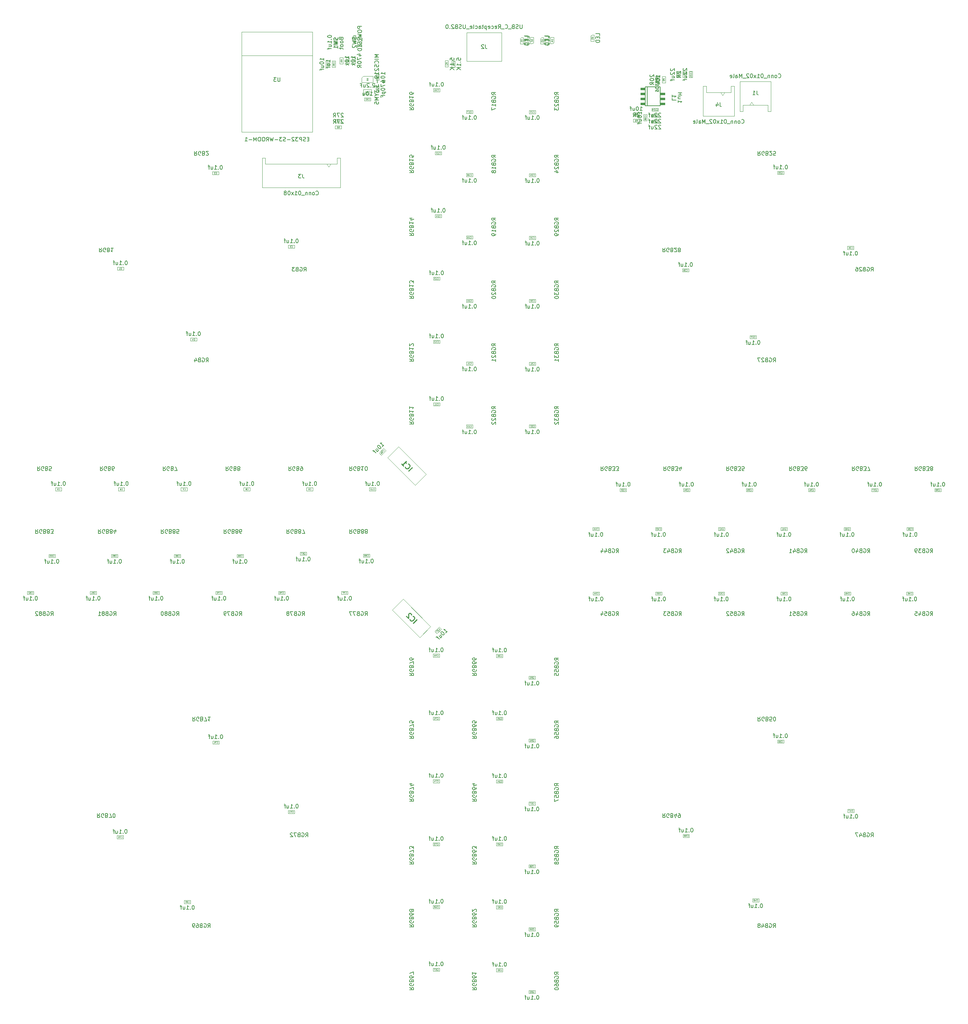
<source format=gbr>
G04 #@! TF.GenerationSoftware,KiCad,Pcbnew,8.0.1*
G04 #@! TF.CreationDate,2024-08-27T15:58:47+05:30*
G04 #@! TF.ProjectId,Ludo,4c75646f-2e6b-4696-9361-645f70636258,rev?*
G04 #@! TF.SameCoordinates,Original*
G04 #@! TF.FileFunction,AssemblyDrawing,Bot*
%FSLAX46Y46*%
G04 Gerber Fmt 4.6, Leading zero omitted, Abs format (unit mm)*
G04 Created by KiCad (PCBNEW 8.0.1) date 2024-08-27 15:58:47*
%MOMM*%
%LPD*%
G01*
G04 APERTURE LIST*
%ADD10C,0.150000*%
%ADD11C,0.060000*%
%ADD12C,0.080000*%
%ADD13C,0.254000*%
%ADD14C,0.100000*%
%ADD15C,0.203200*%
%ADD16C,0.010000*%
G04 APERTURE END LIST*
D10*
X208039999Y-77849819D02*
X207944761Y-77849819D01*
X207944761Y-77849819D02*
X207849523Y-77897438D01*
X207849523Y-77897438D02*
X207801904Y-77945057D01*
X207801904Y-77945057D02*
X207754285Y-78040295D01*
X207754285Y-78040295D02*
X207706666Y-78230771D01*
X207706666Y-78230771D02*
X207706666Y-78468866D01*
X207706666Y-78468866D02*
X207754285Y-78659342D01*
X207754285Y-78659342D02*
X207801904Y-78754580D01*
X207801904Y-78754580D02*
X207849523Y-78802200D01*
X207849523Y-78802200D02*
X207944761Y-78849819D01*
X207944761Y-78849819D02*
X208039999Y-78849819D01*
X208039999Y-78849819D02*
X208135237Y-78802200D01*
X208135237Y-78802200D02*
X208182856Y-78754580D01*
X208182856Y-78754580D02*
X208230475Y-78659342D01*
X208230475Y-78659342D02*
X208278094Y-78468866D01*
X208278094Y-78468866D02*
X208278094Y-78230771D01*
X208278094Y-78230771D02*
X208230475Y-78040295D01*
X208230475Y-78040295D02*
X208182856Y-77945057D01*
X208182856Y-77945057D02*
X208135237Y-77897438D01*
X208135237Y-77897438D02*
X208039999Y-77849819D01*
X207278094Y-78754580D02*
X207230475Y-78802200D01*
X207230475Y-78802200D02*
X207278094Y-78849819D01*
X207278094Y-78849819D02*
X207325713Y-78802200D01*
X207325713Y-78802200D02*
X207278094Y-78754580D01*
X207278094Y-78754580D02*
X207278094Y-78849819D01*
X206278095Y-78849819D02*
X206849523Y-78849819D01*
X206563809Y-78849819D02*
X206563809Y-77849819D01*
X206563809Y-77849819D02*
X206659047Y-77992676D01*
X206659047Y-77992676D02*
X206754285Y-78087914D01*
X206754285Y-78087914D02*
X206849523Y-78135533D01*
X205420952Y-78183152D02*
X205420952Y-78849819D01*
X205849523Y-78183152D02*
X205849523Y-78706961D01*
X205849523Y-78706961D02*
X205801904Y-78802200D01*
X205801904Y-78802200D02*
X205706666Y-78849819D01*
X205706666Y-78849819D02*
X205563809Y-78849819D01*
X205563809Y-78849819D02*
X205468571Y-78802200D01*
X205468571Y-78802200D02*
X205420952Y-78754580D01*
X205087618Y-78183152D02*
X204706666Y-78183152D01*
X204944761Y-78849819D02*
X204944761Y-77992676D01*
X204944761Y-77992676D02*
X204897142Y-77897438D01*
X204897142Y-77897438D02*
X204801904Y-77849819D01*
X204801904Y-77849819D02*
X204706666Y-77849819D01*
D11*
X206797142Y-79968832D02*
X206816190Y-79987880D01*
X206816190Y-79987880D02*
X206873332Y-80006927D01*
X206873332Y-80006927D02*
X206911428Y-80006927D01*
X206911428Y-80006927D02*
X206968571Y-79987880D01*
X206968571Y-79987880D02*
X207006666Y-79949784D01*
X207006666Y-79949784D02*
X207025713Y-79911689D01*
X207025713Y-79911689D02*
X207044761Y-79835499D01*
X207044761Y-79835499D02*
X207044761Y-79778356D01*
X207044761Y-79778356D02*
X207025713Y-79702165D01*
X207025713Y-79702165D02*
X207006666Y-79664070D01*
X207006666Y-79664070D02*
X206968571Y-79625975D01*
X206968571Y-79625975D02*
X206911428Y-79606927D01*
X206911428Y-79606927D02*
X206873332Y-79606927D01*
X206873332Y-79606927D02*
X206816190Y-79625975D01*
X206816190Y-79625975D02*
X206797142Y-79645022D01*
X206644761Y-79645022D02*
X206625713Y-79625975D01*
X206625713Y-79625975D02*
X206587618Y-79606927D01*
X206587618Y-79606927D02*
X206492380Y-79606927D01*
X206492380Y-79606927D02*
X206454285Y-79625975D01*
X206454285Y-79625975D02*
X206435237Y-79645022D01*
X206435237Y-79645022D02*
X206416190Y-79683118D01*
X206416190Y-79683118D02*
X206416190Y-79721213D01*
X206416190Y-79721213D02*
X206435237Y-79778356D01*
X206435237Y-79778356D02*
X206663809Y-80006927D01*
X206663809Y-80006927D02*
X206416190Y-80006927D01*
X206187619Y-79778356D02*
X206225714Y-79759308D01*
X206225714Y-79759308D02*
X206244761Y-79740260D01*
X206244761Y-79740260D02*
X206263809Y-79702165D01*
X206263809Y-79702165D02*
X206263809Y-79683118D01*
X206263809Y-79683118D02*
X206244761Y-79645022D01*
X206244761Y-79645022D02*
X206225714Y-79625975D01*
X206225714Y-79625975D02*
X206187619Y-79606927D01*
X206187619Y-79606927D02*
X206111428Y-79606927D01*
X206111428Y-79606927D02*
X206073333Y-79625975D01*
X206073333Y-79625975D02*
X206054285Y-79645022D01*
X206054285Y-79645022D02*
X206035238Y-79683118D01*
X206035238Y-79683118D02*
X206035238Y-79702165D01*
X206035238Y-79702165D02*
X206054285Y-79740260D01*
X206054285Y-79740260D02*
X206073333Y-79759308D01*
X206073333Y-79759308D02*
X206111428Y-79778356D01*
X206111428Y-79778356D02*
X206187619Y-79778356D01*
X206187619Y-79778356D02*
X206225714Y-79797403D01*
X206225714Y-79797403D02*
X206244761Y-79816451D01*
X206244761Y-79816451D02*
X206263809Y-79854546D01*
X206263809Y-79854546D02*
X206263809Y-79930737D01*
X206263809Y-79930737D02*
X206244761Y-79968832D01*
X206244761Y-79968832D02*
X206225714Y-79987880D01*
X206225714Y-79987880D02*
X206187619Y-80006927D01*
X206187619Y-80006927D02*
X206111428Y-80006927D01*
X206111428Y-80006927D02*
X206073333Y-79987880D01*
X206073333Y-79987880D02*
X206054285Y-79968832D01*
X206054285Y-79968832D02*
X206035238Y-79930737D01*
X206035238Y-79930737D02*
X206035238Y-79854546D01*
X206035238Y-79854546D02*
X206054285Y-79816451D01*
X206054285Y-79816451D02*
X206073333Y-79797403D01*
X206073333Y-79797403D02*
X206111428Y-79778356D01*
D10*
X46644999Y-153409819D02*
X46549761Y-153409819D01*
X46549761Y-153409819D02*
X46454523Y-153457438D01*
X46454523Y-153457438D02*
X46406904Y-153505057D01*
X46406904Y-153505057D02*
X46359285Y-153600295D01*
X46359285Y-153600295D02*
X46311666Y-153790771D01*
X46311666Y-153790771D02*
X46311666Y-154028866D01*
X46311666Y-154028866D02*
X46359285Y-154219342D01*
X46359285Y-154219342D02*
X46406904Y-154314580D01*
X46406904Y-154314580D02*
X46454523Y-154362200D01*
X46454523Y-154362200D02*
X46549761Y-154409819D01*
X46549761Y-154409819D02*
X46644999Y-154409819D01*
X46644999Y-154409819D02*
X46740237Y-154362200D01*
X46740237Y-154362200D02*
X46787856Y-154314580D01*
X46787856Y-154314580D02*
X46835475Y-154219342D01*
X46835475Y-154219342D02*
X46883094Y-154028866D01*
X46883094Y-154028866D02*
X46883094Y-153790771D01*
X46883094Y-153790771D02*
X46835475Y-153600295D01*
X46835475Y-153600295D02*
X46787856Y-153505057D01*
X46787856Y-153505057D02*
X46740237Y-153457438D01*
X46740237Y-153457438D02*
X46644999Y-153409819D01*
X45883094Y-154314580D02*
X45835475Y-154362200D01*
X45835475Y-154362200D02*
X45883094Y-154409819D01*
X45883094Y-154409819D02*
X45930713Y-154362200D01*
X45930713Y-154362200D02*
X45883094Y-154314580D01*
X45883094Y-154314580D02*
X45883094Y-154409819D01*
X44883095Y-154409819D02*
X45454523Y-154409819D01*
X45168809Y-154409819D02*
X45168809Y-153409819D01*
X45168809Y-153409819D02*
X45264047Y-153552676D01*
X45264047Y-153552676D02*
X45359285Y-153647914D01*
X45359285Y-153647914D02*
X45454523Y-153695533D01*
X44025952Y-153743152D02*
X44025952Y-154409819D01*
X44454523Y-153743152D02*
X44454523Y-154266961D01*
X44454523Y-154266961D02*
X44406904Y-154362200D01*
X44406904Y-154362200D02*
X44311666Y-154409819D01*
X44311666Y-154409819D02*
X44168809Y-154409819D01*
X44168809Y-154409819D02*
X44073571Y-154362200D01*
X44073571Y-154362200D02*
X44025952Y-154314580D01*
X43692618Y-153743152D02*
X43311666Y-153743152D01*
X43549761Y-154409819D02*
X43549761Y-153552676D01*
X43549761Y-153552676D02*
X43502142Y-153457438D01*
X43502142Y-153457438D02*
X43406904Y-153409819D01*
X43406904Y-153409819D02*
X43311666Y-153409819D01*
D11*
X45402142Y-152668832D02*
X45421190Y-152687880D01*
X45421190Y-152687880D02*
X45478332Y-152706927D01*
X45478332Y-152706927D02*
X45516428Y-152706927D01*
X45516428Y-152706927D02*
X45573571Y-152687880D01*
X45573571Y-152687880D02*
X45611666Y-152649784D01*
X45611666Y-152649784D02*
X45630713Y-152611689D01*
X45630713Y-152611689D02*
X45649761Y-152535499D01*
X45649761Y-152535499D02*
X45649761Y-152478356D01*
X45649761Y-152478356D02*
X45630713Y-152402165D01*
X45630713Y-152402165D02*
X45611666Y-152364070D01*
X45611666Y-152364070D02*
X45573571Y-152325975D01*
X45573571Y-152325975D02*
X45516428Y-152306927D01*
X45516428Y-152306927D02*
X45478332Y-152306927D01*
X45478332Y-152306927D02*
X45421190Y-152325975D01*
X45421190Y-152325975D02*
X45402142Y-152345022D01*
X45173571Y-152478356D02*
X45211666Y-152459308D01*
X45211666Y-152459308D02*
X45230713Y-152440260D01*
X45230713Y-152440260D02*
X45249761Y-152402165D01*
X45249761Y-152402165D02*
X45249761Y-152383118D01*
X45249761Y-152383118D02*
X45230713Y-152345022D01*
X45230713Y-152345022D02*
X45211666Y-152325975D01*
X45211666Y-152325975D02*
X45173571Y-152306927D01*
X45173571Y-152306927D02*
X45097380Y-152306927D01*
X45097380Y-152306927D02*
X45059285Y-152325975D01*
X45059285Y-152325975D02*
X45040237Y-152345022D01*
X45040237Y-152345022D02*
X45021190Y-152383118D01*
X45021190Y-152383118D02*
X45021190Y-152402165D01*
X45021190Y-152402165D02*
X45040237Y-152440260D01*
X45040237Y-152440260D02*
X45059285Y-152459308D01*
X45059285Y-152459308D02*
X45097380Y-152478356D01*
X45097380Y-152478356D02*
X45173571Y-152478356D01*
X45173571Y-152478356D02*
X45211666Y-152497403D01*
X45211666Y-152497403D02*
X45230713Y-152516451D01*
X45230713Y-152516451D02*
X45249761Y-152554546D01*
X45249761Y-152554546D02*
X45249761Y-152630737D01*
X45249761Y-152630737D02*
X45230713Y-152668832D01*
X45230713Y-152668832D02*
X45211666Y-152687880D01*
X45211666Y-152687880D02*
X45173571Y-152706927D01*
X45173571Y-152706927D02*
X45097380Y-152706927D01*
X45097380Y-152706927D02*
X45059285Y-152687880D01*
X45059285Y-152687880D02*
X45040237Y-152668832D01*
X45040237Y-152668832D02*
X45021190Y-152630737D01*
X45021190Y-152630737D02*
X45021190Y-152554546D01*
X45021190Y-152554546D02*
X45040237Y-152516451D01*
X45040237Y-152516451D02*
X45059285Y-152497403D01*
X45059285Y-152497403D02*
X45097380Y-152478356D01*
X44887857Y-152306927D02*
X44640238Y-152306927D01*
X44640238Y-152306927D02*
X44773571Y-152459308D01*
X44773571Y-152459308D02*
X44716428Y-152459308D01*
X44716428Y-152459308D02*
X44678333Y-152478356D01*
X44678333Y-152478356D02*
X44659285Y-152497403D01*
X44659285Y-152497403D02*
X44640238Y-152535499D01*
X44640238Y-152535499D02*
X44640238Y-152630737D01*
X44640238Y-152630737D02*
X44659285Y-152668832D01*
X44659285Y-152668832D02*
X44678333Y-152687880D01*
X44678333Y-152687880D02*
X44716428Y-152706927D01*
X44716428Y-152706927D02*
X44830714Y-152706927D01*
X44830714Y-152706927D02*
X44868809Y-152687880D01*
X44868809Y-152687880D02*
X44887857Y-152668832D01*
D10*
X174184819Y-83112142D02*
X173708628Y-82778809D01*
X174184819Y-82540714D02*
X173184819Y-82540714D01*
X173184819Y-82540714D02*
X173184819Y-82921666D01*
X173184819Y-82921666D02*
X173232438Y-83016904D01*
X173232438Y-83016904D02*
X173280057Y-83064523D01*
X173280057Y-83064523D02*
X173375295Y-83112142D01*
X173375295Y-83112142D02*
X173518152Y-83112142D01*
X173518152Y-83112142D02*
X173613390Y-83064523D01*
X173613390Y-83064523D02*
X173661009Y-83016904D01*
X173661009Y-83016904D02*
X173708628Y-82921666D01*
X173708628Y-82921666D02*
X173708628Y-82540714D01*
X173232438Y-84064523D02*
X173184819Y-83969285D01*
X173184819Y-83969285D02*
X173184819Y-83826428D01*
X173184819Y-83826428D02*
X173232438Y-83683571D01*
X173232438Y-83683571D02*
X173327676Y-83588333D01*
X173327676Y-83588333D02*
X173422914Y-83540714D01*
X173422914Y-83540714D02*
X173613390Y-83493095D01*
X173613390Y-83493095D02*
X173756247Y-83493095D01*
X173756247Y-83493095D02*
X173946723Y-83540714D01*
X173946723Y-83540714D02*
X174041961Y-83588333D01*
X174041961Y-83588333D02*
X174137200Y-83683571D01*
X174137200Y-83683571D02*
X174184819Y-83826428D01*
X174184819Y-83826428D02*
X174184819Y-83921666D01*
X174184819Y-83921666D02*
X174137200Y-84064523D01*
X174137200Y-84064523D02*
X174089580Y-84112142D01*
X174089580Y-84112142D02*
X173756247Y-84112142D01*
X173756247Y-84112142D02*
X173756247Y-83921666D01*
X173661009Y-84874047D02*
X173708628Y-85016904D01*
X173708628Y-85016904D02*
X173756247Y-85064523D01*
X173756247Y-85064523D02*
X173851485Y-85112142D01*
X173851485Y-85112142D02*
X173994342Y-85112142D01*
X173994342Y-85112142D02*
X174089580Y-85064523D01*
X174089580Y-85064523D02*
X174137200Y-85016904D01*
X174137200Y-85016904D02*
X174184819Y-84921666D01*
X174184819Y-84921666D02*
X174184819Y-84540714D01*
X174184819Y-84540714D02*
X173184819Y-84540714D01*
X173184819Y-84540714D02*
X173184819Y-84874047D01*
X173184819Y-84874047D02*
X173232438Y-84969285D01*
X173232438Y-84969285D02*
X173280057Y-85016904D01*
X173280057Y-85016904D02*
X173375295Y-85064523D01*
X173375295Y-85064523D02*
X173470533Y-85064523D01*
X173470533Y-85064523D02*
X173565771Y-85016904D01*
X173565771Y-85016904D02*
X173613390Y-84969285D01*
X173613390Y-84969285D02*
X173661009Y-84874047D01*
X173661009Y-84874047D02*
X173661009Y-84540714D01*
X173184819Y-85445476D02*
X173184819Y-86064523D01*
X173184819Y-86064523D02*
X173565771Y-85731190D01*
X173565771Y-85731190D02*
X173565771Y-85874047D01*
X173565771Y-85874047D02*
X173613390Y-85969285D01*
X173613390Y-85969285D02*
X173661009Y-86016904D01*
X173661009Y-86016904D02*
X173756247Y-86064523D01*
X173756247Y-86064523D02*
X173994342Y-86064523D01*
X173994342Y-86064523D02*
X174089580Y-86016904D01*
X174089580Y-86016904D02*
X174137200Y-85969285D01*
X174137200Y-85969285D02*
X174184819Y-85874047D01*
X174184819Y-85874047D02*
X174184819Y-85588333D01*
X174184819Y-85588333D02*
X174137200Y-85493095D01*
X174137200Y-85493095D02*
X174089580Y-85445476D01*
X173184819Y-86683571D02*
X173184819Y-86778809D01*
X173184819Y-86778809D02*
X173232438Y-86874047D01*
X173232438Y-86874047D02*
X173280057Y-86921666D01*
X173280057Y-86921666D02*
X173375295Y-86969285D01*
X173375295Y-86969285D02*
X173565771Y-87016904D01*
X173565771Y-87016904D02*
X173803866Y-87016904D01*
X173803866Y-87016904D02*
X173994342Y-86969285D01*
X173994342Y-86969285D02*
X174089580Y-86921666D01*
X174089580Y-86921666D02*
X174137200Y-86874047D01*
X174137200Y-86874047D02*
X174184819Y-86778809D01*
X174184819Y-86778809D02*
X174184819Y-86683571D01*
X174184819Y-86683571D02*
X174137200Y-86588333D01*
X174137200Y-86588333D02*
X174089580Y-86540714D01*
X174089580Y-86540714D02*
X173994342Y-86493095D01*
X173994342Y-86493095D02*
X173803866Y-86445476D01*
X173803866Y-86445476D02*
X173565771Y-86445476D01*
X173565771Y-86445476D02*
X173375295Y-86493095D01*
X173375295Y-86493095D02*
X173280057Y-86540714D01*
X173280057Y-86540714D02*
X173232438Y-86588333D01*
X173232438Y-86588333D02*
X173184819Y-86683571D01*
X188872857Y-167709819D02*
X189206190Y-167233628D01*
X189444285Y-167709819D02*
X189444285Y-166709819D01*
X189444285Y-166709819D02*
X189063333Y-166709819D01*
X189063333Y-166709819D02*
X188968095Y-166757438D01*
X188968095Y-166757438D02*
X188920476Y-166805057D01*
X188920476Y-166805057D02*
X188872857Y-166900295D01*
X188872857Y-166900295D02*
X188872857Y-167043152D01*
X188872857Y-167043152D02*
X188920476Y-167138390D01*
X188920476Y-167138390D02*
X188968095Y-167186009D01*
X188968095Y-167186009D02*
X189063333Y-167233628D01*
X189063333Y-167233628D02*
X189444285Y-167233628D01*
X187920476Y-166757438D02*
X188015714Y-166709819D01*
X188015714Y-166709819D02*
X188158571Y-166709819D01*
X188158571Y-166709819D02*
X188301428Y-166757438D01*
X188301428Y-166757438D02*
X188396666Y-166852676D01*
X188396666Y-166852676D02*
X188444285Y-166947914D01*
X188444285Y-166947914D02*
X188491904Y-167138390D01*
X188491904Y-167138390D02*
X188491904Y-167281247D01*
X188491904Y-167281247D02*
X188444285Y-167471723D01*
X188444285Y-167471723D02*
X188396666Y-167566961D01*
X188396666Y-167566961D02*
X188301428Y-167662200D01*
X188301428Y-167662200D02*
X188158571Y-167709819D01*
X188158571Y-167709819D02*
X188063333Y-167709819D01*
X188063333Y-167709819D02*
X187920476Y-167662200D01*
X187920476Y-167662200D02*
X187872857Y-167614580D01*
X187872857Y-167614580D02*
X187872857Y-167281247D01*
X187872857Y-167281247D02*
X188063333Y-167281247D01*
X187110952Y-167186009D02*
X186968095Y-167233628D01*
X186968095Y-167233628D02*
X186920476Y-167281247D01*
X186920476Y-167281247D02*
X186872857Y-167376485D01*
X186872857Y-167376485D02*
X186872857Y-167519342D01*
X186872857Y-167519342D02*
X186920476Y-167614580D01*
X186920476Y-167614580D02*
X186968095Y-167662200D01*
X186968095Y-167662200D02*
X187063333Y-167709819D01*
X187063333Y-167709819D02*
X187444285Y-167709819D01*
X187444285Y-167709819D02*
X187444285Y-166709819D01*
X187444285Y-166709819D02*
X187110952Y-166709819D01*
X187110952Y-166709819D02*
X187015714Y-166757438D01*
X187015714Y-166757438D02*
X186968095Y-166805057D01*
X186968095Y-166805057D02*
X186920476Y-166900295D01*
X186920476Y-166900295D02*
X186920476Y-166995533D01*
X186920476Y-166995533D02*
X186968095Y-167090771D01*
X186968095Y-167090771D02*
X187015714Y-167138390D01*
X187015714Y-167138390D02*
X187110952Y-167186009D01*
X187110952Y-167186009D02*
X187444285Y-167186009D01*
X185968095Y-166709819D02*
X186444285Y-166709819D01*
X186444285Y-166709819D02*
X186491904Y-167186009D01*
X186491904Y-167186009D02*
X186444285Y-167138390D01*
X186444285Y-167138390D02*
X186349047Y-167090771D01*
X186349047Y-167090771D02*
X186110952Y-167090771D01*
X186110952Y-167090771D02*
X186015714Y-167138390D01*
X186015714Y-167138390D02*
X185968095Y-167186009D01*
X185968095Y-167186009D02*
X185920476Y-167281247D01*
X185920476Y-167281247D02*
X185920476Y-167519342D01*
X185920476Y-167519342D02*
X185968095Y-167614580D01*
X185968095Y-167614580D02*
X186015714Y-167662200D01*
X186015714Y-167662200D02*
X186110952Y-167709819D01*
X186110952Y-167709819D02*
X186349047Y-167709819D01*
X186349047Y-167709819D02*
X186444285Y-167662200D01*
X186444285Y-167662200D02*
X186491904Y-167614580D01*
X185063333Y-167043152D02*
X185063333Y-167709819D01*
X185301428Y-166662200D02*
X185539523Y-167376485D01*
X185539523Y-167376485D02*
X184920476Y-167376485D01*
X90063333Y-129800180D02*
X89730000Y-130276371D01*
X89491905Y-129800180D02*
X89491905Y-130800180D01*
X89491905Y-130800180D02*
X89872857Y-130800180D01*
X89872857Y-130800180D02*
X89968095Y-130752561D01*
X89968095Y-130752561D02*
X90015714Y-130704942D01*
X90015714Y-130704942D02*
X90063333Y-130609704D01*
X90063333Y-130609704D02*
X90063333Y-130466847D01*
X90063333Y-130466847D02*
X90015714Y-130371609D01*
X90015714Y-130371609D02*
X89968095Y-130323990D01*
X89968095Y-130323990D02*
X89872857Y-130276371D01*
X89872857Y-130276371D02*
X89491905Y-130276371D01*
X91015714Y-130752561D02*
X90920476Y-130800180D01*
X90920476Y-130800180D02*
X90777619Y-130800180D01*
X90777619Y-130800180D02*
X90634762Y-130752561D01*
X90634762Y-130752561D02*
X90539524Y-130657323D01*
X90539524Y-130657323D02*
X90491905Y-130562085D01*
X90491905Y-130562085D02*
X90444286Y-130371609D01*
X90444286Y-130371609D02*
X90444286Y-130228752D01*
X90444286Y-130228752D02*
X90491905Y-130038276D01*
X90491905Y-130038276D02*
X90539524Y-129943038D01*
X90539524Y-129943038D02*
X90634762Y-129847800D01*
X90634762Y-129847800D02*
X90777619Y-129800180D01*
X90777619Y-129800180D02*
X90872857Y-129800180D01*
X90872857Y-129800180D02*
X91015714Y-129847800D01*
X91015714Y-129847800D02*
X91063333Y-129895419D01*
X91063333Y-129895419D02*
X91063333Y-130228752D01*
X91063333Y-130228752D02*
X90872857Y-130228752D01*
X91825238Y-130323990D02*
X91968095Y-130276371D01*
X91968095Y-130276371D02*
X92015714Y-130228752D01*
X92015714Y-130228752D02*
X92063333Y-130133514D01*
X92063333Y-130133514D02*
X92063333Y-129990657D01*
X92063333Y-129990657D02*
X92015714Y-129895419D01*
X92015714Y-129895419D02*
X91968095Y-129847800D01*
X91968095Y-129847800D02*
X91872857Y-129800180D01*
X91872857Y-129800180D02*
X91491905Y-129800180D01*
X91491905Y-129800180D02*
X91491905Y-130800180D01*
X91491905Y-130800180D02*
X91825238Y-130800180D01*
X91825238Y-130800180D02*
X91920476Y-130752561D01*
X91920476Y-130752561D02*
X91968095Y-130704942D01*
X91968095Y-130704942D02*
X92015714Y-130609704D01*
X92015714Y-130609704D02*
X92015714Y-130514466D01*
X92015714Y-130514466D02*
X91968095Y-130419228D01*
X91968095Y-130419228D02*
X91920476Y-130371609D01*
X91920476Y-130371609D02*
X91825238Y-130323990D01*
X91825238Y-130323990D02*
X91491905Y-130323990D01*
X92634762Y-130371609D02*
X92539524Y-130419228D01*
X92539524Y-130419228D02*
X92491905Y-130466847D01*
X92491905Y-130466847D02*
X92444286Y-130562085D01*
X92444286Y-130562085D02*
X92444286Y-130609704D01*
X92444286Y-130609704D02*
X92491905Y-130704942D01*
X92491905Y-130704942D02*
X92539524Y-130752561D01*
X92539524Y-130752561D02*
X92634762Y-130800180D01*
X92634762Y-130800180D02*
X92825238Y-130800180D01*
X92825238Y-130800180D02*
X92920476Y-130752561D01*
X92920476Y-130752561D02*
X92968095Y-130704942D01*
X92968095Y-130704942D02*
X93015714Y-130609704D01*
X93015714Y-130609704D02*
X93015714Y-130562085D01*
X93015714Y-130562085D02*
X92968095Y-130466847D01*
X92968095Y-130466847D02*
X92920476Y-130419228D01*
X92920476Y-130419228D02*
X92825238Y-130371609D01*
X92825238Y-130371609D02*
X92634762Y-130371609D01*
X92634762Y-130371609D02*
X92539524Y-130323990D01*
X92539524Y-130323990D02*
X92491905Y-130276371D01*
X92491905Y-130276371D02*
X92444286Y-130181133D01*
X92444286Y-130181133D02*
X92444286Y-129990657D01*
X92444286Y-129990657D02*
X92491905Y-129895419D01*
X92491905Y-129895419D02*
X92539524Y-129847800D01*
X92539524Y-129847800D02*
X92634762Y-129800180D01*
X92634762Y-129800180D02*
X92825238Y-129800180D01*
X92825238Y-129800180D02*
X92920476Y-129847800D01*
X92920476Y-129847800D02*
X92968095Y-129895419D01*
X92968095Y-129895419D02*
X93015714Y-129990657D01*
X93015714Y-129990657D02*
X93015714Y-130181133D01*
X93015714Y-130181133D02*
X92968095Y-130276371D01*
X92968095Y-130276371D02*
X92920476Y-130323990D01*
X92920476Y-130323990D02*
X92825238Y-130371609D01*
X146554819Y-26288809D02*
X146554819Y-25812619D01*
X146554819Y-25812619D02*
X147031009Y-25765000D01*
X147031009Y-25765000D02*
X146983390Y-25812619D01*
X146983390Y-25812619D02*
X146935771Y-25907857D01*
X146935771Y-25907857D02*
X146935771Y-26145952D01*
X146935771Y-26145952D02*
X146983390Y-26241190D01*
X146983390Y-26241190D02*
X147031009Y-26288809D01*
X147031009Y-26288809D02*
X147126247Y-26336428D01*
X147126247Y-26336428D02*
X147364342Y-26336428D01*
X147364342Y-26336428D02*
X147459580Y-26288809D01*
X147459580Y-26288809D02*
X147507200Y-26241190D01*
X147507200Y-26241190D02*
X147554819Y-26145952D01*
X147554819Y-26145952D02*
X147554819Y-25907857D01*
X147554819Y-25907857D02*
X147507200Y-25812619D01*
X147507200Y-25812619D02*
X147459580Y-25765000D01*
X147459580Y-26765000D02*
X147507200Y-26812619D01*
X147507200Y-26812619D02*
X147554819Y-26765000D01*
X147554819Y-26765000D02*
X147507200Y-26717381D01*
X147507200Y-26717381D02*
X147459580Y-26765000D01*
X147459580Y-26765000D02*
X147554819Y-26765000D01*
X147554819Y-27764999D02*
X147554819Y-27193571D01*
X147554819Y-27479285D02*
X146554819Y-27479285D01*
X146554819Y-27479285D02*
X146697676Y-27384047D01*
X146697676Y-27384047D02*
X146792914Y-27288809D01*
X146792914Y-27288809D02*
X146840533Y-27193571D01*
X147554819Y-28193571D02*
X146554819Y-28193571D01*
X147554819Y-28764999D02*
X146983390Y-28336428D01*
X146554819Y-28764999D02*
X147126247Y-28193571D01*
D11*
X145851927Y-27198333D02*
X145661451Y-27065000D01*
X145851927Y-26969762D02*
X145451927Y-26969762D01*
X145451927Y-26969762D02*
X145451927Y-27122143D01*
X145451927Y-27122143D02*
X145470975Y-27160238D01*
X145470975Y-27160238D02*
X145490022Y-27179285D01*
X145490022Y-27179285D02*
X145528118Y-27198333D01*
X145528118Y-27198333D02*
X145585260Y-27198333D01*
X145585260Y-27198333D02*
X145623356Y-27179285D01*
X145623356Y-27179285D02*
X145642403Y-27160238D01*
X145642403Y-27160238D02*
X145661451Y-27122143D01*
X145661451Y-27122143D02*
X145661451Y-26969762D01*
X145490022Y-27350714D02*
X145470975Y-27369762D01*
X145470975Y-27369762D02*
X145451927Y-27407857D01*
X145451927Y-27407857D02*
X145451927Y-27503095D01*
X145451927Y-27503095D02*
X145470975Y-27541190D01*
X145470975Y-27541190D02*
X145490022Y-27560238D01*
X145490022Y-27560238D02*
X145528118Y-27579285D01*
X145528118Y-27579285D02*
X145566213Y-27579285D01*
X145566213Y-27579285D02*
X145623356Y-27560238D01*
X145623356Y-27560238D02*
X145851927Y-27331666D01*
X145851927Y-27331666D02*
X145851927Y-27579285D01*
D10*
X120772659Y-25892121D02*
X120772659Y-25320693D01*
X120772659Y-25606407D02*
X119772659Y-25606407D01*
X119772659Y-25606407D02*
X119915516Y-25511169D01*
X119915516Y-25511169D02*
X120010754Y-25415931D01*
X120010754Y-25415931D02*
X120058373Y-25320693D01*
X119772659Y-26511169D02*
X119772659Y-26606407D01*
X119772659Y-26606407D02*
X119820278Y-26701645D01*
X119820278Y-26701645D02*
X119867897Y-26749264D01*
X119867897Y-26749264D02*
X119963135Y-26796883D01*
X119963135Y-26796883D02*
X120153611Y-26844502D01*
X120153611Y-26844502D02*
X120391706Y-26844502D01*
X120391706Y-26844502D02*
X120582182Y-26796883D01*
X120582182Y-26796883D02*
X120677420Y-26749264D01*
X120677420Y-26749264D02*
X120725040Y-26701645D01*
X120725040Y-26701645D02*
X120772659Y-26606407D01*
X120772659Y-26606407D02*
X120772659Y-26511169D01*
X120772659Y-26511169D02*
X120725040Y-26415931D01*
X120725040Y-26415931D02*
X120677420Y-26368312D01*
X120677420Y-26368312D02*
X120582182Y-26320693D01*
X120582182Y-26320693D02*
X120391706Y-26273074D01*
X120391706Y-26273074D02*
X120153611Y-26273074D01*
X120153611Y-26273074D02*
X119963135Y-26320693D01*
X119963135Y-26320693D02*
X119867897Y-26368312D01*
X119867897Y-26368312D02*
X119820278Y-26415931D01*
X119820278Y-26415931D02*
X119772659Y-26511169D01*
X120772659Y-27273074D02*
X119772659Y-27273074D01*
X120391706Y-27368312D02*
X120772659Y-27654026D01*
X120105992Y-27654026D02*
X120486944Y-27273074D01*
D11*
X119069767Y-26420693D02*
X118879291Y-26287360D01*
X119069767Y-26192122D02*
X118669767Y-26192122D01*
X118669767Y-26192122D02*
X118669767Y-26344503D01*
X118669767Y-26344503D02*
X118688815Y-26382598D01*
X118688815Y-26382598D02*
X118707862Y-26401645D01*
X118707862Y-26401645D02*
X118745958Y-26420693D01*
X118745958Y-26420693D02*
X118803100Y-26420693D01*
X118803100Y-26420693D02*
X118841196Y-26401645D01*
X118841196Y-26401645D02*
X118860243Y-26382598D01*
X118860243Y-26382598D02*
X118879291Y-26344503D01*
X118879291Y-26344503D02*
X118879291Y-26192122D01*
X118803100Y-26763550D02*
X119069767Y-26763550D01*
X118650720Y-26668312D02*
X118936434Y-26573074D01*
X118936434Y-26573074D02*
X118936434Y-26820693D01*
D10*
X169019999Y-120429819D02*
X168924761Y-120429819D01*
X168924761Y-120429819D02*
X168829523Y-120477438D01*
X168829523Y-120477438D02*
X168781904Y-120525057D01*
X168781904Y-120525057D02*
X168734285Y-120620295D01*
X168734285Y-120620295D02*
X168686666Y-120810771D01*
X168686666Y-120810771D02*
X168686666Y-121048866D01*
X168686666Y-121048866D02*
X168734285Y-121239342D01*
X168734285Y-121239342D02*
X168781904Y-121334580D01*
X168781904Y-121334580D02*
X168829523Y-121382200D01*
X168829523Y-121382200D02*
X168924761Y-121429819D01*
X168924761Y-121429819D02*
X169019999Y-121429819D01*
X169019999Y-121429819D02*
X169115237Y-121382200D01*
X169115237Y-121382200D02*
X169162856Y-121334580D01*
X169162856Y-121334580D02*
X169210475Y-121239342D01*
X169210475Y-121239342D02*
X169258094Y-121048866D01*
X169258094Y-121048866D02*
X169258094Y-120810771D01*
X169258094Y-120810771D02*
X169210475Y-120620295D01*
X169210475Y-120620295D02*
X169162856Y-120525057D01*
X169162856Y-120525057D02*
X169115237Y-120477438D01*
X169115237Y-120477438D02*
X169019999Y-120429819D01*
X168258094Y-121334580D02*
X168210475Y-121382200D01*
X168210475Y-121382200D02*
X168258094Y-121429819D01*
X168258094Y-121429819D02*
X168305713Y-121382200D01*
X168305713Y-121382200D02*
X168258094Y-121334580D01*
X168258094Y-121334580D02*
X168258094Y-121429819D01*
X167258095Y-121429819D02*
X167829523Y-121429819D01*
X167543809Y-121429819D02*
X167543809Y-120429819D01*
X167543809Y-120429819D02*
X167639047Y-120572676D01*
X167639047Y-120572676D02*
X167734285Y-120667914D01*
X167734285Y-120667914D02*
X167829523Y-120715533D01*
X166400952Y-120763152D02*
X166400952Y-121429819D01*
X166829523Y-120763152D02*
X166829523Y-121286961D01*
X166829523Y-121286961D02*
X166781904Y-121382200D01*
X166781904Y-121382200D02*
X166686666Y-121429819D01*
X166686666Y-121429819D02*
X166543809Y-121429819D01*
X166543809Y-121429819D02*
X166448571Y-121382200D01*
X166448571Y-121382200D02*
X166400952Y-121334580D01*
X166067618Y-120763152D02*
X165686666Y-120763152D01*
X165924761Y-121429819D02*
X165924761Y-120572676D01*
X165924761Y-120572676D02*
X165877142Y-120477438D01*
X165877142Y-120477438D02*
X165781904Y-120429819D01*
X165781904Y-120429819D02*
X165686666Y-120429819D01*
D11*
X167777142Y-119688832D02*
X167796190Y-119707880D01*
X167796190Y-119707880D02*
X167853332Y-119726927D01*
X167853332Y-119726927D02*
X167891428Y-119726927D01*
X167891428Y-119726927D02*
X167948571Y-119707880D01*
X167948571Y-119707880D02*
X167986666Y-119669784D01*
X167986666Y-119669784D02*
X168005713Y-119631689D01*
X168005713Y-119631689D02*
X168024761Y-119555499D01*
X168024761Y-119555499D02*
X168024761Y-119498356D01*
X168024761Y-119498356D02*
X168005713Y-119422165D01*
X168005713Y-119422165D02*
X167986666Y-119384070D01*
X167986666Y-119384070D02*
X167948571Y-119345975D01*
X167948571Y-119345975D02*
X167891428Y-119326927D01*
X167891428Y-119326927D02*
X167853332Y-119326927D01*
X167853332Y-119326927D02*
X167796190Y-119345975D01*
X167796190Y-119345975D02*
X167777142Y-119365022D01*
X167643809Y-119326927D02*
X167396190Y-119326927D01*
X167396190Y-119326927D02*
X167529523Y-119479308D01*
X167529523Y-119479308D02*
X167472380Y-119479308D01*
X167472380Y-119479308D02*
X167434285Y-119498356D01*
X167434285Y-119498356D02*
X167415237Y-119517403D01*
X167415237Y-119517403D02*
X167396190Y-119555499D01*
X167396190Y-119555499D02*
X167396190Y-119650737D01*
X167396190Y-119650737D02*
X167415237Y-119688832D01*
X167415237Y-119688832D02*
X167434285Y-119707880D01*
X167434285Y-119707880D02*
X167472380Y-119726927D01*
X167472380Y-119726927D02*
X167586666Y-119726927D01*
X167586666Y-119726927D02*
X167624761Y-119707880D01*
X167624761Y-119707880D02*
X167643809Y-119688832D01*
X167243809Y-119365022D02*
X167224761Y-119345975D01*
X167224761Y-119345975D02*
X167186666Y-119326927D01*
X167186666Y-119326927D02*
X167091428Y-119326927D01*
X167091428Y-119326927D02*
X167053333Y-119345975D01*
X167053333Y-119345975D02*
X167034285Y-119365022D01*
X167034285Y-119365022D02*
X167015238Y-119403118D01*
X167015238Y-119403118D02*
X167015238Y-119441213D01*
X167015238Y-119441213D02*
X167034285Y-119498356D01*
X167034285Y-119498356D02*
X167262857Y-119726927D01*
X167262857Y-119726927D02*
X167015238Y-119726927D01*
D10*
X136275180Y-86397857D02*
X136751371Y-86731190D01*
X136275180Y-86969285D02*
X137275180Y-86969285D01*
X137275180Y-86969285D02*
X137275180Y-86588333D01*
X137275180Y-86588333D02*
X137227561Y-86493095D01*
X137227561Y-86493095D02*
X137179942Y-86445476D01*
X137179942Y-86445476D02*
X137084704Y-86397857D01*
X137084704Y-86397857D02*
X136941847Y-86397857D01*
X136941847Y-86397857D02*
X136846609Y-86445476D01*
X136846609Y-86445476D02*
X136798990Y-86493095D01*
X136798990Y-86493095D02*
X136751371Y-86588333D01*
X136751371Y-86588333D02*
X136751371Y-86969285D01*
X137227561Y-85445476D02*
X137275180Y-85540714D01*
X137275180Y-85540714D02*
X137275180Y-85683571D01*
X137275180Y-85683571D02*
X137227561Y-85826428D01*
X137227561Y-85826428D02*
X137132323Y-85921666D01*
X137132323Y-85921666D02*
X137037085Y-85969285D01*
X137037085Y-85969285D02*
X136846609Y-86016904D01*
X136846609Y-86016904D02*
X136703752Y-86016904D01*
X136703752Y-86016904D02*
X136513276Y-85969285D01*
X136513276Y-85969285D02*
X136418038Y-85921666D01*
X136418038Y-85921666D02*
X136322800Y-85826428D01*
X136322800Y-85826428D02*
X136275180Y-85683571D01*
X136275180Y-85683571D02*
X136275180Y-85588333D01*
X136275180Y-85588333D02*
X136322800Y-85445476D01*
X136322800Y-85445476D02*
X136370419Y-85397857D01*
X136370419Y-85397857D02*
X136703752Y-85397857D01*
X136703752Y-85397857D02*
X136703752Y-85588333D01*
X136798990Y-84635952D02*
X136751371Y-84493095D01*
X136751371Y-84493095D02*
X136703752Y-84445476D01*
X136703752Y-84445476D02*
X136608514Y-84397857D01*
X136608514Y-84397857D02*
X136465657Y-84397857D01*
X136465657Y-84397857D02*
X136370419Y-84445476D01*
X136370419Y-84445476D02*
X136322800Y-84493095D01*
X136322800Y-84493095D02*
X136275180Y-84588333D01*
X136275180Y-84588333D02*
X136275180Y-84969285D01*
X136275180Y-84969285D02*
X137275180Y-84969285D01*
X137275180Y-84969285D02*
X137275180Y-84635952D01*
X137275180Y-84635952D02*
X137227561Y-84540714D01*
X137227561Y-84540714D02*
X137179942Y-84493095D01*
X137179942Y-84493095D02*
X137084704Y-84445476D01*
X137084704Y-84445476D02*
X136989466Y-84445476D01*
X136989466Y-84445476D02*
X136894228Y-84493095D01*
X136894228Y-84493095D02*
X136846609Y-84540714D01*
X136846609Y-84540714D02*
X136798990Y-84635952D01*
X136798990Y-84635952D02*
X136798990Y-84969285D01*
X136275180Y-83445476D02*
X136275180Y-84016904D01*
X136275180Y-83731190D02*
X137275180Y-83731190D01*
X137275180Y-83731190D02*
X137132323Y-83826428D01*
X137132323Y-83826428D02*
X137037085Y-83921666D01*
X137037085Y-83921666D02*
X136989466Y-84016904D01*
X137275180Y-83112142D02*
X137275180Y-82493095D01*
X137275180Y-82493095D02*
X136894228Y-82826428D01*
X136894228Y-82826428D02*
X136894228Y-82683571D01*
X136894228Y-82683571D02*
X136846609Y-82588333D01*
X136846609Y-82588333D02*
X136798990Y-82540714D01*
X136798990Y-82540714D02*
X136703752Y-82493095D01*
X136703752Y-82493095D02*
X136465657Y-82493095D01*
X136465657Y-82493095D02*
X136370419Y-82540714D01*
X136370419Y-82540714D02*
X136322800Y-82588333D01*
X136322800Y-82588333D02*
X136275180Y-82683571D01*
X136275180Y-82683571D02*
X136275180Y-82969285D01*
X136275180Y-82969285D02*
X136322800Y-83064523D01*
X136322800Y-83064523D02*
X136370419Y-83112142D01*
X174184819Y-195112142D02*
X173708628Y-194778809D01*
X174184819Y-194540714D02*
X173184819Y-194540714D01*
X173184819Y-194540714D02*
X173184819Y-194921666D01*
X173184819Y-194921666D02*
X173232438Y-195016904D01*
X173232438Y-195016904D02*
X173280057Y-195064523D01*
X173280057Y-195064523D02*
X173375295Y-195112142D01*
X173375295Y-195112142D02*
X173518152Y-195112142D01*
X173518152Y-195112142D02*
X173613390Y-195064523D01*
X173613390Y-195064523D02*
X173661009Y-195016904D01*
X173661009Y-195016904D02*
X173708628Y-194921666D01*
X173708628Y-194921666D02*
X173708628Y-194540714D01*
X173232438Y-196064523D02*
X173184819Y-195969285D01*
X173184819Y-195969285D02*
X173184819Y-195826428D01*
X173184819Y-195826428D02*
X173232438Y-195683571D01*
X173232438Y-195683571D02*
X173327676Y-195588333D01*
X173327676Y-195588333D02*
X173422914Y-195540714D01*
X173422914Y-195540714D02*
X173613390Y-195493095D01*
X173613390Y-195493095D02*
X173756247Y-195493095D01*
X173756247Y-195493095D02*
X173946723Y-195540714D01*
X173946723Y-195540714D02*
X174041961Y-195588333D01*
X174041961Y-195588333D02*
X174137200Y-195683571D01*
X174137200Y-195683571D02*
X174184819Y-195826428D01*
X174184819Y-195826428D02*
X174184819Y-195921666D01*
X174184819Y-195921666D02*
X174137200Y-196064523D01*
X174137200Y-196064523D02*
X174089580Y-196112142D01*
X174089580Y-196112142D02*
X173756247Y-196112142D01*
X173756247Y-196112142D02*
X173756247Y-195921666D01*
X173661009Y-196874047D02*
X173708628Y-197016904D01*
X173708628Y-197016904D02*
X173756247Y-197064523D01*
X173756247Y-197064523D02*
X173851485Y-197112142D01*
X173851485Y-197112142D02*
X173994342Y-197112142D01*
X173994342Y-197112142D02*
X174089580Y-197064523D01*
X174089580Y-197064523D02*
X174137200Y-197016904D01*
X174137200Y-197016904D02*
X174184819Y-196921666D01*
X174184819Y-196921666D02*
X174184819Y-196540714D01*
X174184819Y-196540714D02*
X173184819Y-196540714D01*
X173184819Y-196540714D02*
X173184819Y-196874047D01*
X173184819Y-196874047D02*
X173232438Y-196969285D01*
X173232438Y-196969285D02*
X173280057Y-197016904D01*
X173280057Y-197016904D02*
X173375295Y-197064523D01*
X173375295Y-197064523D02*
X173470533Y-197064523D01*
X173470533Y-197064523D02*
X173565771Y-197016904D01*
X173565771Y-197016904D02*
X173613390Y-196969285D01*
X173613390Y-196969285D02*
X173661009Y-196874047D01*
X173661009Y-196874047D02*
X173661009Y-196540714D01*
X173184819Y-198016904D02*
X173184819Y-197540714D01*
X173184819Y-197540714D02*
X173661009Y-197493095D01*
X173661009Y-197493095D02*
X173613390Y-197540714D01*
X173613390Y-197540714D02*
X173565771Y-197635952D01*
X173565771Y-197635952D02*
X173565771Y-197874047D01*
X173565771Y-197874047D02*
X173613390Y-197969285D01*
X173613390Y-197969285D02*
X173661009Y-198016904D01*
X173661009Y-198016904D02*
X173756247Y-198064523D01*
X173756247Y-198064523D02*
X173994342Y-198064523D01*
X173994342Y-198064523D02*
X174089580Y-198016904D01*
X174089580Y-198016904D02*
X174137200Y-197969285D01*
X174137200Y-197969285D02*
X174184819Y-197874047D01*
X174184819Y-197874047D02*
X174184819Y-197635952D01*
X174184819Y-197635952D02*
X174137200Y-197540714D01*
X174137200Y-197540714D02*
X174089580Y-197493095D01*
X173184819Y-198921666D02*
X173184819Y-198731190D01*
X173184819Y-198731190D02*
X173232438Y-198635952D01*
X173232438Y-198635952D02*
X173280057Y-198588333D01*
X173280057Y-198588333D02*
X173422914Y-198493095D01*
X173422914Y-198493095D02*
X173613390Y-198445476D01*
X173613390Y-198445476D02*
X173994342Y-198445476D01*
X173994342Y-198445476D02*
X174089580Y-198493095D01*
X174089580Y-198493095D02*
X174137200Y-198540714D01*
X174137200Y-198540714D02*
X174184819Y-198635952D01*
X174184819Y-198635952D02*
X174184819Y-198826428D01*
X174184819Y-198826428D02*
X174137200Y-198921666D01*
X174137200Y-198921666D02*
X174089580Y-198969285D01*
X174089580Y-198969285D02*
X173994342Y-199016904D01*
X173994342Y-199016904D02*
X173756247Y-199016904D01*
X173756247Y-199016904D02*
X173661009Y-198969285D01*
X173661009Y-198969285D02*
X173613390Y-198921666D01*
X173613390Y-198921666D02*
X173565771Y-198826428D01*
X173565771Y-198826428D02*
X173565771Y-198635952D01*
X173565771Y-198635952D02*
X173613390Y-198540714D01*
X173613390Y-198540714D02*
X173661009Y-198493095D01*
X173661009Y-198493095D02*
X173756247Y-198445476D01*
X64089999Y-77439819D02*
X63994761Y-77439819D01*
X63994761Y-77439819D02*
X63899523Y-77487438D01*
X63899523Y-77487438D02*
X63851904Y-77535057D01*
X63851904Y-77535057D02*
X63804285Y-77630295D01*
X63804285Y-77630295D02*
X63756666Y-77820771D01*
X63756666Y-77820771D02*
X63756666Y-78058866D01*
X63756666Y-78058866D02*
X63804285Y-78249342D01*
X63804285Y-78249342D02*
X63851904Y-78344580D01*
X63851904Y-78344580D02*
X63899523Y-78392200D01*
X63899523Y-78392200D02*
X63994761Y-78439819D01*
X63994761Y-78439819D02*
X64089999Y-78439819D01*
X64089999Y-78439819D02*
X64185237Y-78392200D01*
X64185237Y-78392200D02*
X64232856Y-78344580D01*
X64232856Y-78344580D02*
X64280475Y-78249342D01*
X64280475Y-78249342D02*
X64328094Y-78058866D01*
X64328094Y-78058866D02*
X64328094Y-77820771D01*
X64328094Y-77820771D02*
X64280475Y-77630295D01*
X64280475Y-77630295D02*
X64232856Y-77535057D01*
X64232856Y-77535057D02*
X64185237Y-77487438D01*
X64185237Y-77487438D02*
X64089999Y-77439819D01*
X63328094Y-78344580D02*
X63280475Y-78392200D01*
X63280475Y-78392200D02*
X63328094Y-78439819D01*
X63328094Y-78439819D02*
X63375713Y-78392200D01*
X63375713Y-78392200D02*
X63328094Y-78344580D01*
X63328094Y-78344580D02*
X63328094Y-78439819D01*
X62328095Y-78439819D02*
X62899523Y-78439819D01*
X62613809Y-78439819D02*
X62613809Y-77439819D01*
X62613809Y-77439819D02*
X62709047Y-77582676D01*
X62709047Y-77582676D02*
X62804285Y-77677914D01*
X62804285Y-77677914D02*
X62899523Y-77725533D01*
X61470952Y-77773152D02*
X61470952Y-78439819D01*
X61899523Y-77773152D02*
X61899523Y-78296961D01*
X61899523Y-78296961D02*
X61851904Y-78392200D01*
X61851904Y-78392200D02*
X61756666Y-78439819D01*
X61756666Y-78439819D02*
X61613809Y-78439819D01*
X61613809Y-78439819D02*
X61518571Y-78392200D01*
X61518571Y-78392200D02*
X61470952Y-78344580D01*
X61137618Y-77773152D02*
X60756666Y-77773152D01*
X60994761Y-78439819D02*
X60994761Y-77582676D01*
X60994761Y-77582676D02*
X60947142Y-77487438D01*
X60947142Y-77487438D02*
X60851904Y-77439819D01*
X60851904Y-77439819D02*
X60756666Y-77439819D01*
D11*
X62656666Y-79558832D02*
X62675714Y-79577880D01*
X62675714Y-79577880D02*
X62732856Y-79596927D01*
X62732856Y-79596927D02*
X62770952Y-79596927D01*
X62770952Y-79596927D02*
X62828095Y-79577880D01*
X62828095Y-79577880D02*
X62866190Y-79539784D01*
X62866190Y-79539784D02*
X62885237Y-79501689D01*
X62885237Y-79501689D02*
X62904285Y-79425499D01*
X62904285Y-79425499D02*
X62904285Y-79368356D01*
X62904285Y-79368356D02*
X62885237Y-79292165D01*
X62885237Y-79292165D02*
X62866190Y-79254070D01*
X62866190Y-79254070D02*
X62828095Y-79215975D01*
X62828095Y-79215975D02*
X62770952Y-79196927D01*
X62770952Y-79196927D02*
X62732856Y-79196927D01*
X62732856Y-79196927D02*
X62675714Y-79215975D01*
X62675714Y-79215975D02*
X62656666Y-79235022D01*
X62275714Y-79596927D02*
X62504285Y-79596927D01*
X62389999Y-79596927D02*
X62389999Y-79196927D01*
X62389999Y-79196927D02*
X62428095Y-79254070D01*
X62428095Y-79254070D02*
X62466190Y-79292165D01*
X62466190Y-79292165D02*
X62504285Y-79311213D01*
D10*
X144529999Y-207919819D02*
X144434761Y-207919819D01*
X144434761Y-207919819D02*
X144339523Y-207967438D01*
X144339523Y-207967438D02*
X144291904Y-208015057D01*
X144291904Y-208015057D02*
X144244285Y-208110295D01*
X144244285Y-208110295D02*
X144196666Y-208300771D01*
X144196666Y-208300771D02*
X144196666Y-208538866D01*
X144196666Y-208538866D02*
X144244285Y-208729342D01*
X144244285Y-208729342D02*
X144291904Y-208824580D01*
X144291904Y-208824580D02*
X144339523Y-208872200D01*
X144339523Y-208872200D02*
X144434761Y-208919819D01*
X144434761Y-208919819D02*
X144529999Y-208919819D01*
X144529999Y-208919819D02*
X144625237Y-208872200D01*
X144625237Y-208872200D02*
X144672856Y-208824580D01*
X144672856Y-208824580D02*
X144720475Y-208729342D01*
X144720475Y-208729342D02*
X144768094Y-208538866D01*
X144768094Y-208538866D02*
X144768094Y-208300771D01*
X144768094Y-208300771D02*
X144720475Y-208110295D01*
X144720475Y-208110295D02*
X144672856Y-208015057D01*
X144672856Y-208015057D02*
X144625237Y-207967438D01*
X144625237Y-207967438D02*
X144529999Y-207919819D01*
X143768094Y-208824580D02*
X143720475Y-208872200D01*
X143720475Y-208872200D02*
X143768094Y-208919819D01*
X143768094Y-208919819D02*
X143815713Y-208872200D01*
X143815713Y-208872200D02*
X143768094Y-208824580D01*
X143768094Y-208824580D02*
X143768094Y-208919819D01*
X142768095Y-208919819D02*
X143339523Y-208919819D01*
X143053809Y-208919819D02*
X143053809Y-207919819D01*
X143053809Y-207919819D02*
X143149047Y-208062676D01*
X143149047Y-208062676D02*
X143244285Y-208157914D01*
X143244285Y-208157914D02*
X143339523Y-208205533D01*
X141910952Y-208253152D02*
X141910952Y-208919819D01*
X142339523Y-208253152D02*
X142339523Y-208776961D01*
X142339523Y-208776961D02*
X142291904Y-208872200D01*
X142291904Y-208872200D02*
X142196666Y-208919819D01*
X142196666Y-208919819D02*
X142053809Y-208919819D01*
X142053809Y-208919819D02*
X141958571Y-208872200D01*
X141958571Y-208872200D02*
X141910952Y-208824580D01*
X141577618Y-208253152D02*
X141196666Y-208253152D01*
X141434761Y-208919819D02*
X141434761Y-208062676D01*
X141434761Y-208062676D02*
X141387142Y-207967438D01*
X141387142Y-207967438D02*
X141291904Y-207919819D01*
X141291904Y-207919819D02*
X141196666Y-207919819D01*
D11*
X143287142Y-210038832D02*
X143306190Y-210057880D01*
X143306190Y-210057880D02*
X143363332Y-210076927D01*
X143363332Y-210076927D02*
X143401428Y-210076927D01*
X143401428Y-210076927D02*
X143458571Y-210057880D01*
X143458571Y-210057880D02*
X143496666Y-210019784D01*
X143496666Y-210019784D02*
X143515713Y-209981689D01*
X143515713Y-209981689D02*
X143534761Y-209905499D01*
X143534761Y-209905499D02*
X143534761Y-209848356D01*
X143534761Y-209848356D02*
X143515713Y-209772165D01*
X143515713Y-209772165D02*
X143496666Y-209734070D01*
X143496666Y-209734070D02*
X143458571Y-209695975D01*
X143458571Y-209695975D02*
X143401428Y-209676927D01*
X143401428Y-209676927D02*
X143363332Y-209676927D01*
X143363332Y-209676927D02*
X143306190Y-209695975D01*
X143306190Y-209695975D02*
X143287142Y-209715022D01*
X143153809Y-209676927D02*
X142887142Y-209676927D01*
X142887142Y-209676927D02*
X143058571Y-210076927D01*
X142563333Y-209810260D02*
X142563333Y-210076927D01*
X142658571Y-209657880D02*
X142753809Y-209943594D01*
X142753809Y-209943594D02*
X142506190Y-209943594D01*
D10*
X124012659Y-21269740D02*
X123536468Y-20936407D01*
X124012659Y-20698312D02*
X123012659Y-20698312D01*
X123012659Y-20698312D02*
X123012659Y-21079264D01*
X123012659Y-21079264D02*
X123060278Y-21174502D01*
X123060278Y-21174502D02*
X123107897Y-21222121D01*
X123107897Y-21222121D02*
X123203135Y-21269740D01*
X123203135Y-21269740D02*
X123345992Y-21269740D01*
X123345992Y-21269740D02*
X123441230Y-21222121D01*
X123441230Y-21222121D02*
X123488849Y-21174502D01*
X123488849Y-21174502D02*
X123536468Y-21079264D01*
X123536468Y-21079264D02*
X123536468Y-20698312D01*
X123965040Y-21650693D02*
X124012659Y-21793550D01*
X124012659Y-21793550D02*
X124012659Y-22031645D01*
X124012659Y-22031645D02*
X123965040Y-22126883D01*
X123965040Y-22126883D02*
X123917420Y-22174502D01*
X123917420Y-22174502D02*
X123822182Y-22222121D01*
X123822182Y-22222121D02*
X123726944Y-22222121D01*
X123726944Y-22222121D02*
X123631706Y-22174502D01*
X123631706Y-22174502D02*
X123584087Y-22126883D01*
X123584087Y-22126883D02*
X123536468Y-22031645D01*
X123536468Y-22031645D02*
X123488849Y-21841169D01*
X123488849Y-21841169D02*
X123441230Y-21745931D01*
X123441230Y-21745931D02*
X123393611Y-21698312D01*
X123393611Y-21698312D02*
X123298373Y-21650693D01*
X123298373Y-21650693D02*
X123203135Y-21650693D01*
X123203135Y-21650693D02*
X123107897Y-21698312D01*
X123107897Y-21698312D02*
X123060278Y-21745931D01*
X123060278Y-21745931D02*
X123012659Y-21841169D01*
X123012659Y-21841169D02*
X123012659Y-22079264D01*
X123012659Y-22079264D02*
X123060278Y-22222121D01*
X123012659Y-22507836D02*
X123012659Y-23079264D01*
X124012659Y-22793550D02*
X123012659Y-22793550D01*
X122615040Y-20484027D02*
X122662659Y-20626884D01*
X122662659Y-20626884D02*
X122662659Y-20864979D01*
X122662659Y-20864979D02*
X122615040Y-20960217D01*
X122615040Y-20960217D02*
X122567420Y-21007836D01*
X122567420Y-21007836D02*
X122472182Y-21055455D01*
X122472182Y-21055455D02*
X122376944Y-21055455D01*
X122376944Y-21055455D02*
X122281706Y-21007836D01*
X122281706Y-21007836D02*
X122234087Y-20960217D01*
X122234087Y-20960217D02*
X122186468Y-20864979D01*
X122186468Y-20864979D02*
X122138849Y-20674503D01*
X122138849Y-20674503D02*
X122091230Y-20579265D01*
X122091230Y-20579265D02*
X122043611Y-20531646D01*
X122043611Y-20531646D02*
X121948373Y-20484027D01*
X121948373Y-20484027D02*
X121853135Y-20484027D01*
X121853135Y-20484027D02*
X121757897Y-20531646D01*
X121757897Y-20531646D02*
X121710278Y-20579265D01*
X121710278Y-20579265D02*
X121662659Y-20674503D01*
X121662659Y-20674503D02*
X121662659Y-20912598D01*
X121662659Y-20912598D02*
X121710278Y-21055455D01*
X121662659Y-21388789D02*
X122662659Y-21626884D01*
X122662659Y-21626884D02*
X121948373Y-21817360D01*
X121948373Y-21817360D02*
X122662659Y-22007836D01*
X122662659Y-22007836D02*
X121662659Y-22245932D01*
X121757897Y-22579265D02*
X121710278Y-22626884D01*
X121710278Y-22626884D02*
X121662659Y-22722122D01*
X121662659Y-22722122D02*
X121662659Y-22960217D01*
X121662659Y-22960217D02*
X121710278Y-23055455D01*
X121710278Y-23055455D02*
X121757897Y-23103074D01*
X121757897Y-23103074D02*
X121853135Y-23150693D01*
X121853135Y-23150693D02*
X121948373Y-23150693D01*
X121948373Y-23150693D02*
X122091230Y-23103074D01*
X122091230Y-23103074D02*
X122662659Y-22531646D01*
X122662659Y-22531646D02*
X122662659Y-23150693D01*
X204612180Y-36557476D02*
X204612180Y-37128904D01*
X204612180Y-36843190D02*
X205612180Y-36843190D01*
X205612180Y-36843190D02*
X205469323Y-36938428D01*
X205469323Y-36938428D02*
X205374085Y-37033666D01*
X205374085Y-37033666D02*
X205326466Y-37128904D01*
X205278847Y-35700333D02*
X204612180Y-35700333D01*
X205278847Y-36128904D02*
X204755038Y-36128904D01*
X204755038Y-36128904D02*
X204659800Y-36081285D01*
X204659800Y-36081285D02*
X204612180Y-35986047D01*
X204612180Y-35986047D02*
X204612180Y-35843190D01*
X204612180Y-35843190D02*
X204659800Y-35747952D01*
X204659800Y-35747952D02*
X204707419Y-35700333D01*
X204612180Y-35224142D02*
X205612180Y-35224142D01*
X205135990Y-35224142D02*
X205135990Y-34652714D01*
X204612180Y-34652714D02*
X205612180Y-34652714D01*
X203112180Y-36033666D02*
X203112180Y-36509856D01*
X203112180Y-36509856D02*
X204112180Y-36509856D01*
X203112180Y-35176523D02*
X203112180Y-35747951D01*
X203112180Y-35462237D02*
X204112180Y-35462237D01*
X204112180Y-35462237D02*
X203969323Y-35557475D01*
X203969323Y-35557475D02*
X203874085Y-35652713D01*
X203874085Y-35652713D02*
X203826466Y-35747951D01*
X152275180Y-246397857D02*
X152751371Y-246731190D01*
X152275180Y-246969285D02*
X153275180Y-246969285D01*
X153275180Y-246969285D02*
X153275180Y-246588333D01*
X153275180Y-246588333D02*
X153227561Y-246493095D01*
X153227561Y-246493095D02*
X153179942Y-246445476D01*
X153179942Y-246445476D02*
X153084704Y-246397857D01*
X153084704Y-246397857D02*
X152941847Y-246397857D01*
X152941847Y-246397857D02*
X152846609Y-246445476D01*
X152846609Y-246445476D02*
X152798990Y-246493095D01*
X152798990Y-246493095D02*
X152751371Y-246588333D01*
X152751371Y-246588333D02*
X152751371Y-246969285D01*
X153227561Y-245445476D02*
X153275180Y-245540714D01*
X153275180Y-245540714D02*
X153275180Y-245683571D01*
X153275180Y-245683571D02*
X153227561Y-245826428D01*
X153227561Y-245826428D02*
X153132323Y-245921666D01*
X153132323Y-245921666D02*
X153037085Y-245969285D01*
X153037085Y-245969285D02*
X152846609Y-246016904D01*
X152846609Y-246016904D02*
X152703752Y-246016904D01*
X152703752Y-246016904D02*
X152513276Y-245969285D01*
X152513276Y-245969285D02*
X152418038Y-245921666D01*
X152418038Y-245921666D02*
X152322800Y-245826428D01*
X152322800Y-245826428D02*
X152275180Y-245683571D01*
X152275180Y-245683571D02*
X152275180Y-245588333D01*
X152275180Y-245588333D02*
X152322800Y-245445476D01*
X152322800Y-245445476D02*
X152370419Y-245397857D01*
X152370419Y-245397857D02*
X152703752Y-245397857D01*
X152703752Y-245397857D02*
X152703752Y-245588333D01*
X152798990Y-244635952D02*
X152751371Y-244493095D01*
X152751371Y-244493095D02*
X152703752Y-244445476D01*
X152703752Y-244445476D02*
X152608514Y-244397857D01*
X152608514Y-244397857D02*
X152465657Y-244397857D01*
X152465657Y-244397857D02*
X152370419Y-244445476D01*
X152370419Y-244445476D02*
X152322800Y-244493095D01*
X152322800Y-244493095D02*
X152275180Y-244588333D01*
X152275180Y-244588333D02*
X152275180Y-244969285D01*
X152275180Y-244969285D02*
X153275180Y-244969285D01*
X153275180Y-244969285D02*
X153275180Y-244635952D01*
X153275180Y-244635952D02*
X153227561Y-244540714D01*
X153227561Y-244540714D02*
X153179942Y-244493095D01*
X153179942Y-244493095D02*
X153084704Y-244445476D01*
X153084704Y-244445476D02*
X152989466Y-244445476D01*
X152989466Y-244445476D02*
X152894228Y-244493095D01*
X152894228Y-244493095D02*
X152846609Y-244540714D01*
X152846609Y-244540714D02*
X152798990Y-244635952D01*
X152798990Y-244635952D02*
X152798990Y-244969285D01*
X153275180Y-243540714D02*
X153275180Y-243731190D01*
X153275180Y-243731190D02*
X153227561Y-243826428D01*
X153227561Y-243826428D02*
X153179942Y-243874047D01*
X153179942Y-243874047D02*
X153037085Y-243969285D01*
X153037085Y-243969285D02*
X152846609Y-244016904D01*
X152846609Y-244016904D02*
X152465657Y-244016904D01*
X152465657Y-244016904D02*
X152370419Y-243969285D01*
X152370419Y-243969285D02*
X152322800Y-243921666D01*
X152322800Y-243921666D02*
X152275180Y-243826428D01*
X152275180Y-243826428D02*
X152275180Y-243635952D01*
X152275180Y-243635952D02*
X152322800Y-243540714D01*
X152322800Y-243540714D02*
X152370419Y-243493095D01*
X152370419Y-243493095D02*
X152465657Y-243445476D01*
X152465657Y-243445476D02*
X152703752Y-243445476D01*
X152703752Y-243445476D02*
X152798990Y-243493095D01*
X152798990Y-243493095D02*
X152846609Y-243540714D01*
X152846609Y-243540714D02*
X152894228Y-243635952D01*
X152894228Y-243635952D02*
X152894228Y-243826428D01*
X152894228Y-243826428D02*
X152846609Y-243921666D01*
X152846609Y-243921666D02*
X152798990Y-243969285D01*
X152798990Y-243969285D02*
X152703752Y-244016904D01*
X153179942Y-243064523D02*
X153227561Y-243016904D01*
X153227561Y-243016904D02*
X153275180Y-242921666D01*
X153275180Y-242921666D02*
X153275180Y-242683571D01*
X153275180Y-242683571D02*
X153227561Y-242588333D01*
X153227561Y-242588333D02*
X153179942Y-242540714D01*
X153179942Y-242540714D02*
X153084704Y-242493095D01*
X153084704Y-242493095D02*
X152989466Y-242493095D01*
X152989466Y-242493095D02*
X152846609Y-242540714D01*
X152846609Y-242540714D02*
X152275180Y-243112142D01*
X152275180Y-243112142D02*
X152275180Y-242493095D01*
X136275180Y-262397857D02*
X136751371Y-262731190D01*
X136275180Y-262969285D02*
X137275180Y-262969285D01*
X137275180Y-262969285D02*
X137275180Y-262588333D01*
X137275180Y-262588333D02*
X137227561Y-262493095D01*
X137227561Y-262493095D02*
X137179942Y-262445476D01*
X137179942Y-262445476D02*
X137084704Y-262397857D01*
X137084704Y-262397857D02*
X136941847Y-262397857D01*
X136941847Y-262397857D02*
X136846609Y-262445476D01*
X136846609Y-262445476D02*
X136798990Y-262493095D01*
X136798990Y-262493095D02*
X136751371Y-262588333D01*
X136751371Y-262588333D02*
X136751371Y-262969285D01*
X137227561Y-261445476D02*
X137275180Y-261540714D01*
X137275180Y-261540714D02*
X137275180Y-261683571D01*
X137275180Y-261683571D02*
X137227561Y-261826428D01*
X137227561Y-261826428D02*
X137132323Y-261921666D01*
X137132323Y-261921666D02*
X137037085Y-261969285D01*
X137037085Y-261969285D02*
X136846609Y-262016904D01*
X136846609Y-262016904D02*
X136703752Y-262016904D01*
X136703752Y-262016904D02*
X136513276Y-261969285D01*
X136513276Y-261969285D02*
X136418038Y-261921666D01*
X136418038Y-261921666D02*
X136322800Y-261826428D01*
X136322800Y-261826428D02*
X136275180Y-261683571D01*
X136275180Y-261683571D02*
X136275180Y-261588333D01*
X136275180Y-261588333D02*
X136322800Y-261445476D01*
X136322800Y-261445476D02*
X136370419Y-261397857D01*
X136370419Y-261397857D02*
X136703752Y-261397857D01*
X136703752Y-261397857D02*
X136703752Y-261588333D01*
X136798990Y-260635952D02*
X136751371Y-260493095D01*
X136751371Y-260493095D02*
X136703752Y-260445476D01*
X136703752Y-260445476D02*
X136608514Y-260397857D01*
X136608514Y-260397857D02*
X136465657Y-260397857D01*
X136465657Y-260397857D02*
X136370419Y-260445476D01*
X136370419Y-260445476D02*
X136322800Y-260493095D01*
X136322800Y-260493095D02*
X136275180Y-260588333D01*
X136275180Y-260588333D02*
X136275180Y-260969285D01*
X136275180Y-260969285D02*
X137275180Y-260969285D01*
X137275180Y-260969285D02*
X137275180Y-260635952D01*
X137275180Y-260635952D02*
X137227561Y-260540714D01*
X137227561Y-260540714D02*
X137179942Y-260493095D01*
X137179942Y-260493095D02*
X137084704Y-260445476D01*
X137084704Y-260445476D02*
X136989466Y-260445476D01*
X136989466Y-260445476D02*
X136894228Y-260493095D01*
X136894228Y-260493095D02*
X136846609Y-260540714D01*
X136846609Y-260540714D02*
X136798990Y-260635952D01*
X136798990Y-260635952D02*
X136798990Y-260969285D01*
X137275180Y-259540714D02*
X137275180Y-259731190D01*
X137275180Y-259731190D02*
X137227561Y-259826428D01*
X137227561Y-259826428D02*
X137179942Y-259874047D01*
X137179942Y-259874047D02*
X137037085Y-259969285D01*
X137037085Y-259969285D02*
X136846609Y-260016904D01*
X136846609Y-260016904D02*
X136465657Y-260016904D01*
X136465657Y-260016904D02*
X136370419Y-259969285D01*
X136370419Y-259969285D02*
X136322800Y-259921666D01*
X136322800Y-259921666D02*
X136275180Y-259826428D01*
X136275180Y-259826428D02*
X136275180Y-259635952D01*
X136275180Y-259635952D02*
X136322800Y-259540714D01*
X136322800Y-259540714D02*
X136370419Y-259493095D01*
X136370419Y-259493095D02*
X136465657Y-259445476D01*
X136465657Y-259445476D02*
X136703752Y-259445476D01*
X136703752Y-259445476D02*
X136798990Y-259493095D01*
X136798990Y-259493095D02*
X136846609Y-259540714D01*
X136846609Y-259540714D02*
X136894228Y-259635952D01*
X136894228Y-259635952D02*
X136894228Y-259826428D01*
X136894228Y-259826428D02*
X136846609Y-259921666D01*
X136846609Y-259921666D02*
X136798990Y-259969285D01*
X136798990Y-259969285D02*
X136703752Y-260016904D01*
X137275180Y-259112142D02*
X137275180Y-258445476D01*
X137275180Y-258445476D02*
X136275180Y-258874047D01*
X81587142Y-193550180D02*
X81253809Y-194026371D01*
X81015714Y-193550180D02*
X81015714Y-194550180D01*
X81015714Y-194550180D02*
X81396666Y-194550180D01*
X81396666Y-194550180D02*
X81491904Y-194502561D01*
X81491904Y-194502561D02*
X81539523Y-194454942D01*
X81539523Y-194454942D02*
X81587142Y-194359704D01*
X81587142Y-194359704D02*
X81587142Y-194216847D01*
X81587142Y-194216847D02*
X81539523Y-194121609D01*
X81539523Y-194121609D02*
X81491904Y-194073990D01*
X81491904Y-194073990D02*
X81396666Y-194026371D01*
X81396666Y-194026371D02*
X81015714Y-194026371D01*
X82539523Y-194502561D02*
X82444285Y-194550180D01*
X82444285Y-194550180D02*
X82301428Y-194550180D01*
X82301428Y-194550180D02*
X82158571Y-194502561D01*
X82158571Y-194502561D02*
X82063333Y-194407323D01*
X82063333Y-194407323D02*
X82015714Y-194312085D01*
X82015714Y-194312085D02*
X81968095Y-194121609D01*
X81968095Y-194121609D02*
X81968095Y-193978752D01*
X81968095Y-193978752D02*
X82015714Y-193788276D01*
X82015714Y-193788276D02*
X82063333Y-193693038D01*
X82063333Y-193693038D02*
X82158571Y-193597800D01*
X82158571Y-193597800D02*
X82301428Y-193550180D01*
X82301428Y-193550180D02*
X82396666Y-193550180D01*
X82396666Y-193550180D02*
X82539523Y-193597800D01*
X82539523Y-193597800D02*
X82587142Y-193645419D01*
X82587142Y-193645419D02*
X82587142Y-193978752D01*
X82587142Y-193978752D02*
X82396666Y-193978752D01*
X83349047Y-194073990D02*
X83491904Y-194026371D01*
X83491904Y-194026371D02*
X83539523Y-193978752D01*
X83539523Y-193978752D02*
X83587142Y-193883514D01*
X83587142Y-193883514D02*
X83587142Y-193740657D01*
X83587142Y-193740657D02*
X83539523Y-193645419D01*
X83539523Y-193645419D02*
X83491904Y-193597800D01*
X83491904Y-193597800D02*
X83396666Y-193550180D01*
X83396666Y-193550180D02*
X83015714Y-193550180D01*
X83015714Y-193550180D02*
X83015714Y-194550180D01*
X83015714Y-194550180D02*
X83349047Y-194550180D01*
X83349047Y-194550180D02*
X83444285Y-194502561D01*
X83444285Y-194502561D02*
X83491904Y-194454942D01*
X83491904Y-194454942D02*
X83539523Y-194359704D01*
X83539523Y-194359704D02*
X83539523Y-194264466D01*
X83539523Y-194264466D02*
X83491904Y-194169228D01*
X83491904Y-194169228D02*
X83444285Y-194121609D01*
X83444285Y-194121609D02*
X83349047Y-194073990D01*
X83349047Y-194073990D02*
X83015714Y-194073990D01*
X83920476Y-194550180D02*
X84587142Y-194550180D01*
X84587142Y-194550180D02*
X84158571Y-193550180D01*
X85491904Y-193550180D02*
X84920476Y-193550180D01*
X85206190Y-193550180D02*
X85206190Y-194550180D01*
X85206190Y-194550180D02*
X85110952Y-194407323D01*
X85110952Y-194407323D02*
X85015714Y-194312085D01*
X85015714Y-194312085D02*
X84920476Y-194264466D01*
X174184819Y-115112142D02*
X173708628Y-114778809D01*
X174184819Y-114540714D02*
X173184819Y-114540714D01*
X173184819Y-114540714D02*
X173184819Y-114921666D01*
X173184819Y-114921666D02*
X173232438Y-115016904D01*
X173232438Y-115016904D02*
X173280057Y-115064523D01*
X173280057Y-115064523D02*
X173375295Y-115112142D01*
X173375295Y-115112142D02*
X173518152Y-115112142D01*
X173518152Y-115112142D02*
X173613390Y-115064523D01*
X173613390Y-115064523D02*
X173661009Y-115016904D01*
X173661009Y-115016904D02*
X173708628Y-114921666D01*
X173708628Y-114921666D02*
X173708628Y-114540714D01*
X173232438Y-116064523D02*
X173184819Y-115969285D01*
X173184819Y-115969285D02*
X173184819Y-115826428D01*
X173184819Y-115826428D02*
X173232438Y-115683571D01*
X173232438Y-115683571D02*
X173327676Y-115588333D01*
X173327676Y-115588333D02*
X173422914Y-115540714D01*
X173422914Y-115540714D02*
X173613390Y-115493095D01*
X173613390Y-115493095D02*
X173756247Y-115493095D01*
X173756247Y-115493095D02*
X173946723Y-115540714D01*
X173946723Y-115540714D02*
X174041961Y-115588333D01*
X174041961Y-115588333D02*
X174137200Y-115683571D01*
X174137200Y-115683571D02*
X174184819Y-115826428D01*
X174184819Y-115826428D02*
X174184819Y-115921666D01*
X174184819Y-115921666D02*
X174137200Y-116064523D01*
X174137200Y-116064523D02*
X174089580Y-116112142D01*
X174089580Y-116112142D02*
X173756247Y-116112142D01*
X173756247Y-116112142D02*
X173756247Y-115921666D01*
X173661009Y-116874047D02*
X173708628Y-117016904D01*
X173708628Y-117016904D02*
X173756247Y-117064523D01*
X173756247Y-117064523D02*
X173851485Y-117112142D01*
X173851485Y-117112142D02*
X173994342Y-117112142D01*
X173994342Y-117112142D02*
X174089580Y-117064523D01*
X174089580Y-117064523D02*
X174137200Y-117016904D01*
X174137200Y-117016904D02*
X174184819Y-116921666D01*
X174184819Y-116921666D02*
X174184819Y-116540714D01*
X174184819Y-116540714D02*
X173184819Y-116540714D01*
X173184819Y-116540714D02*
X173184819Y-116874047D01*
X173184819Y-116874047D02*
X173232438Y-116969285D01*
X173232438Y-116969285D02*
X173280057Y-117016904D01*
X173280057Y-117016904D02*
X173375295Y-117064523D01*
X173375295Y-117064523D02*
X173470533Y-117064523D01*
X173470533Y-117064523D02*
X173565771Y-117016904D01*
X173565771Y-117016904D02*
X173613390Y-116969285D01*
X173613390Y-116969285D02*
X173661009Y-116874047D01*
X173661009Y-116874047D02*
X173661009Y-116540714D01*
X173184819Y-117445476D02*
X173184819Y-118064523D01*
X173184819Y-118064523D02*
X173565771Y-117731190D01*
X173565771Y-117731190D02*
X173565771Y-117874047D01*
X173565771Y-117874047D02*
X173613390Y-117969285D01*
X173613390Y-117969285D02*
X173661009Y-118016904D01*
X173661009Y-118016904D02*
X173756247Y-118064523D01*
X173756247Y-118064523D02*
X173994342Y-118064523D01*
X173994342Y-118064523D02*
X174089580Y-118016904D01*
X174089580Y-118016904D02*
X174137200Y-117969285D01*
X174137200Y-117969285D02*
X174184819Y-117874047D01*
X174184819Y-117874047D02*
X174184819Y-117588333D01*
X174184819Y-117588333D02*
X174137200Y-117493095D01*
X174137200Y-117493095D02*
X174089580Y-117445476D01*
X173280057Y-118445476D02*
X173232438Y-118493095D01*
X173232438Y-118493095D02*
X173184819Y-118588333D01*
X173184819Y-118588333D02*
X173184819Y-118826428D01*
X173184819Y-118826428D02*
X173232438Y-118921666D01*
X173232438Y-118921666D02*
X173280057Y-118969285D01*
X173280057Y-118969285D02*
X173375295Y-119016904D01*
X173375295Y-119016904D02*
X173470533Y-119016904D01*
X173470533Y-119016904D02*
X173613390Y-118969285D01*
X173613390Y-118969285D02*
X174184819Y-118397857D01*
X174184819Y-118397857D02*
X174184819Y-119016904D01*
X80321999Y-133609819D02*
X80226761Y-133609819D01*
X80226761Y-133609819D02*
X80131523Y-133657438D01*
X80131523Y-133657438D02*
X80083904Y-133705057D01*
X80083904Y-133705057D02*
X80036285Y-133800295D01*
X80036285Y-133800295D02*
X79988666Y-133990771D01*
X79988666Y-133990771D02*
X79988666Y-134228866D01*
X79988666Y-134228866D02*
X80036285Y-134419342D01*
X80036285Y-134419342D02*
X80083904Y-134514580D01*
X80083904Y-134514580D02*
X80131523Y-134562200D01*
X80131523Y-134562200D02*
X80226761Y-134609819D01*
X80226761Y-134609819D02*
X80321999Y-134609819D01*
X80321999Y-134609819D02*
X80417237Y-134562200D01*
X80417237Y-134562200D02*
X80464856Y-134514580D01*
X80464856Y-134514580D02*
X80512475Y-134419342D01*
X80512475Y-134419342D02*
X80560094Y-134228866D01*
X80560094Y-134228866D02*
X80560094Y-133990771D01*
X80560094Y-133990771D02*
X80512475Y-133800295D01*
X80512475Y-133800295D02*
X80464856Y-133705057D01*
X80464856Y-133705057D02*
X80417237Y-133657438D01*
X80417237Y-133657438D02*
X80321999Y-133609819D01*
X79560094Y-134514580D02*
X79512475Y-134562200D01*
X79512475Y-134562200D02*
X79560094Y-134609819D01*
X79560094Y-134609819D02*
X79607713Y-134562200D01*
X79607713Y-134562200D02*
X79560094Y-134514580D01*
X79560094Y-134514580D02*
X79560094Y-134609819D01*
X78560095Y-134609819D02*
X79131523Y-134609819D01*
X78845809Y-134609819D02*
X78845809Y-133609819D01*
X78845809Y-133609819D02*
X78941047Y-133752676D01*
X78941047Y-133752676D02*
X79036285Y-133847914D01*
X79036285Y-133847914D02*
X79131523Y-133895533D01*
X77702952Y-133943152D02*
X77702952Y-134609819D01*
X78131523Y-133943152D02*
X78131523Y-134466961D01*
X78131523Y-134466961D02*
X78083904Y-134562200D01*
X78083904Y-134562200D02*
X77988666Y-134609819D01*
X77988666Y-134609819D02*
X77845809Y-134609819D01*
X77845809Y-134609819D02*
X77750571Y-134562200D01*
X77750571Y-134562200D02*
X77702952Y-134514580D01*
X77369618Y-133943152D02*
X76988666Y-133943152D01*
X77226761Y-134609819D02*
X77226761Y-133752676D01*
X77226761Y-133752676D02*
X77179142Y-133657438D01*
X77179142Y-133657438D02*
X77083904Y-133609819D01*
X77083904Y-133609819D02*
X76988666Y-133609819D01*
D11*
X78888666Y-135728832D02*
X78907714Y-135747880D01*
X78907714Y-135747880D02*
X78964856Y-135766927D01*
X78964856Y-135766927D02*
X79002952Y-135766927D01*
X79002952Y-135766927D02*
X79060095Y-135747880D01*
X79060095Y-135747880D02*
X79098190Y-135709784D01*
X79098190Y-135709784D02*
X79117237Y-135671689D01*
X79117237Y-135671689D02*
X79136285Y-135595499D01*
X79136285Y-135595499D02*
X79136285Y-135538356D01*
X79136285Y-135538356D02*
X79117237Y-135462165D01*
X79117237Y-135462165D02*
X79098190Y-135424070D01*
X79098190Y-135424070D02*
X79060095Y-135385975D01*
X79060095Y-135385975D02*
X79002952Y-135366927D01*
X79002952Y-135366927D02*
X78964856Y-135366927D01*
X78964856Y-135366927D02*
X78907714Y-135385975D01*
X78907714Y-135385975D02*
X78888666Y-135405022D01*
X78755333Y-135366927D02*
X78488666Y-135366927D01*
X78488666Y-135366927D02*
X78660095Y-135766927D01*
D10*
X115962659Y-26834978D02*
X115962659Y-26263550D01*
X115962659Y-26549264D02*
X114962659Y-26549264D01*
X114962659Y-26549264D02*
X115105516Y-26454026D01*
X115105516Y-26454026D02*
X115200754Y-26358788D01*
X115200754Y-26358788D02*
X115248373Y-26263550D01*
X115295992Y-27692121D02*
X115962659Y-27692121D01*
X115295992Y-27263550D02*
X115819801Y-27263550D01*
X115819801Y-27263550D02*
X115915040Y-27311169D01*
X115915040Y-27311169D02*
X115962659Y-27406407D01*
X115962659Y-27406407D02*
X115962659Y-27549264D01*
X115962659Y-27549264D02*
X115915040Y-27644502D01*
X115915040Y-27644502D02*
X115867420Y-27692121D01*
X115295992Y-28025455D02*
X115295992Y-28406407D01*
X115962659Y-28168312D02*
X115105516Y-28168312D01*
X115105516Y-28168312D02*
X115010278Y-28215931D01*
X115010278Y-28215931D02*
X114962659Y-28311169D01*
X114962659Y-28311169D02*
X114962659Y-28406407D01*
D11*
X117081672Y-27030217D02*
X117100720Y-27011169D01*
X117100720Y-27011169D02*
X117119767Y-26954027D01*
X117119767Y-26954027D02*
X117119767Y-26915931D01*
X117119767Y-26915931D02*
X117100720Y-26858788D01*
X117100720Y-26858788D02*
X117062624Y-26820693D01*
X117062624Y-26820693D02*
X117024529Y-26801646D01*
X117024529Y-26801646D02*
X116948339Y-26782598D01*
X116948339Y-26782598D02*
X116891196Y-26782598D01*
X116891196Y-26782598D02*
X116815005Y-26801646D01*
X116815005Y-26801646D02*
X116776910Y-26820693D01*
X116776910Y-26820693D02*
X116738815Y-26858788D01*
X116738815Y-26858788D02*
X116719767Y-26915931D01*
X116719767Y-26915931D02*
X116719767Y-26954027D01*
X116719767Y-26954027D02*
X116738815Y-27011169D01*
X116738815Y-27011169D02*
X116757862Y-27030217D01*
X117119767Y-27220693D02*
X117119767Y-27296884D01*
X117119767Y-27296884D02*
X117100720Y-27334979D01*
X117100720Y-27334979D02*
X117081672Y-27354027D01*
X117081672Y-27354027D02*
X117024529Y-27392122D01*
X117024529Y-27392122D02*
X116948339Y-27411169D01*
X116948339Y-27411169D02*
X116795958Y-27411169D01*
X116795958Y-27411169D02*
X116757862Y-27392122D01*
X116757862Y-27392122D02*
X116738815Y-27373074D01*
X116738815Y-27373074D02*
X116719767Y-27334979D01*
X116719767Y-27334979D02*
X116719767Y-27258788D01*
X116719767Y-27258788D02*
X116738815Y-27220693D01*
X116738815Y-27220693D02*
X116757862Y-27201646D01*
X116757862Y-27201646D02*
X116795958Y-27182598D01*
X116795958Y-27182598D02*
X116891196Y-27182598D01*
X116891196Y-27182598D02*
X116929291Y-27201646D01*
X116929291Y-27201646D02*
X116948339Y-27220693D01*
X116948339Y-27220693D02*
X116967386Y-27258788D01*
X116967386Y-27258788D02*
X116967386Y-27334979D01*
X116967386Y-27334979D02*
X116948339Y-27373074D01*
X116948339Y-27373074D02*
X116929291Y-27392122D01*
X116929291Y-27392122D02*
X116891196Y-27411169D01*
X116853100Y-27754026D02*
X117119767Y-27754026D01*
X116700720Y-27658788D02*
X116986434Y-27563550D01*
X116986434Y-27563550D02*
X116986434Y-27811169D01*
D10*
X174184819Y-179112142D02*
X173708628Y-178778809D01*
X174184819Y-178540714D02*
X173184819Y-178540714D01*
X173184819Y-178540714D02*
X173184819Y-178921666D01*
X173184819Y-178921666D02*
X173232438Y-179016904D01*
X173232438Y-179016904D02*
X173280057Y-179064523D01*
X173280057Y-179064523D02*
X173375295Y-179112142D01*
X173375295Y-179112142D02*
X173518152Y-179112142D01*
X173518152Y-179112142D02*
X173613390Y-179064523D01*
X173613390Y-179064523D02*
X173661009Y-179016904D01*
X173661009Y-179016904D02*
X173708628Y-178921666D01*
X173708628Y-178921666D02*
X173708628Y-178540714D01*
X173232438Y-180064523D02*
X173184819Y-179969285D01*
X173184819Y-179969285D02*
X173184819Y-179826428D01*
X173184819Y-179826428D02*
X173232438Y-179683571D01*
X173232438Y-179683571D02*
X173327676Y-179588333D01*
X173327676Y-179588333D02*
X173422914Y-179540714D01*
X173422914Y-179540714D02*
X173613390Y-179493095D01*
X173613390Y-179493095D02*
X173756247Y-179493095D01*
X173756247Y-179493095D02*
X173946723Y-179540714D01*
X173946723Y-179540714D02*
X174041961Y-179588333D01*
X174041961Y-179588333D02*
X174137200Y-179683571D01*
X174137200Y-179683571D02*
X174184819Y-179826428D01*
X174184819Y-179826428D02*
X174184819Y-179921666D01*
X174184819Y-179921666D02*
X174137200Y-180064523D01*
X174137200Y-180064523D02*
X174089580Y-180112142D01*
X174089580Y-180112142D02*
X173756247Y-180112142D01*
X173756247Y-180112142D02*
X173756247Y-179921666D01*
X173661009Y-180874047D02*
X173708628Y-181016904D01*
X173708628Y-181016904D02*
X173756247Y-181064523D01*
X173756247Y-181064523D02*
X173851485Y-181112142D01*
X173851485Y-181112142D02*
X173994342Y-181112142D01*
X173994342Y-181112142D02*
X174089580Y-181064523D01*
X174089580Y-181064523D02*
X174137200Y-181016904D01*
X174137200Y-181016904D02*
X174184819Y-180921666D01*
X174184819Y-180921666D02*
X174184819Y-180540714D01*
X174184819Y-180540714D02*
X173184819Y-180540714D01*
X173184819Y-180540714D02*
X173184819Y-180874047D01*
X173184819Y-180874047D02*
X173232438Y-180969285D01*
X173232438Y-180969285D02*
X173280057Y-181016904D01*
X173280057Y-181016904D02*
X173375295Y-181064523D01*
X173375295Y-181064523D02*
X173470533Y-181064523D01*
X173470533Y-181064523D02*
X173565771Y-181016904D01*
X173565771Y-181016904D02*
X173613390Y-180969285D01*
X173613390Y-180969285D02*
X173661009Y-180874047D01*
X173661009Y-180874047D02*
X173661009Y-180540714D01*
X173184819Y-182016904D02*
X173184819Y-181540714D01*
X173184819Y-181540714D02*
X173661009Y-181493095D01*
X173661009Y-181493095D02*
X173613390Y-181540714D01*
X173613390Y-181540714D02*
X173565771Y-181635952D01*
X173565771Y-181635952D02*
X173565771Y-181874047D01*
X173565771Y-181874047D02*
X173613390Y-181969285D01*
X173613390Y-181969285D02*
X173661009Y-182016904D01*
X173661009Y-182016904D02*
X173756247Y-182064523D01*
X173756247Y-182064523D02*
X173994342Y-182064523D01*
X173994342Y-182064523D02*
X174089580Y-182016904D01*
X174089580Y-182016904D02*
X174137200Y-181969285D01*
X174137200Y-181969285D02*
X174184819Y-181874047D01*
X174184819Y-181874047D02*
X174184819Y-181635952D01*
X174184819Y-181635952D02*
X174137200Y-181540714D01*
X174137200Y-181540714D02*
X174089580Y-181493095D01*
X173184819Y-182969285D02*
X173184819Y-182493095D01*
X173184819Y-182493095D02*
X173661009Y-182445476D01*
X173661009Y-182445476D02*
X173613390Y-182493095D01*
X173613390Y-182493095D02*
X173565771Y-182588333D01*
X173565771Y-182588333D02*
X173565771Y-182826428D01*
X173565771Y-182826428D02*
X173613390Y-182921666D01*
X173613390Y-182921666D02*
X173661009Y-182969285D01*
X173661009Y-182969285D02*
X173756247Y-183016904D01*
X173756247Y-183016904D02*
X173994342Y-183016904D01*
X173994342Y-183016904D02*
X174089580Y-182969285D01*
X174089580Y-182969285D02*
X174137200Y-182921666D01*
X174137200Y-182921666D02*
X174184819Y-182826428D01*
X174184819Y-182826428D02*
X174184819Y-182588333D01*
X174184819Y-182588333D02*
X174137200Y-182493095D01*
X174137200Y-182493095D02*
X174089580Y-182445476D01*
X144529999Y-175939819D02*
X144434761Y-175939819D01*
X144434761Y-175939819D02*
X144339523Y-175987438D01*
X144339523Y-175987438D02*
X144291904Y-176035057D01*
X144291904Y-176035057D02*
X144244285Y-176130295D01*
X144244285Y-176130295D02*
X144196666Y-176320771D01*
X144196666Y-176320771D02*
X144196666Y-176558866D01*
X144196666Y-176558866D02*
X144244285Y-176749342D01*
X144244285Y-176749342D02*
X144291904Y-176844580D01*
X144291904Y-176844580D02*
X144339523Y-176892200D01*
X144339523Y-176892200D02*
X144434761Y-176939819D01*
X144434761Y-176939819D02*
X144529999Y-176939819D01*
X144529999Y-176939819D02*
X144625237Y-176892200D01*
X144625237Y-176892200D02*
X144672856Y-176844580D01*
X144672856Y-176844580D02*
X144720475Y-176749342D01*
X144720475Y-176749342D02*
X144768094Y-176558866D01*
X144768094Y-176558866D02*
X144768094Y-176320771D01*
X144768094Y-176320771D02*
X144720475Y-176130295D01*
X144720475Y-176130295D02*
X144672856Y-176035057D01*
X144672856Y-176035057D02*
X144625237Y-175987438D01*
X144625237Y-175987438D02*
X144529999Y-175939819D01*
X143768094Y-176844580D02*
X143720475Y-176892200D01*
X143720475Y-176892200D02*
X143768094Y-176939819D01*
X143768094Y-176939819D02*
X143815713Y-176892200D01*
X143815713Y-176892200D02*
X143768094Y-176844580D01*
X143768094Y-176844580D02*
X143768094Y-176939819D01*
X142768095Y-176939819D02*
X143339523Y-176939819D01*
X143053809Y-176939819D02*
X143053809Y-175939819D01*
X143053809Y-175939819D02*
X143149047Y-176082676D01*
X143149047Y-176082676D02*
X143244285Y-176177914D01*
X143244285Y-176177914D02*
X143339523Y-176225533D01*
X141910952Y-176273152D02*
X141910952Y-176939819D01*
X142339523Y-176273152D02*
X142339523Y-176796961D01*
X142339523Y-176796961D02*
X142291904Y-176892200D01*
X142291904Y-176892200D02*
X142196666Y-176939819D01*
X142196666Y-176939819D02*
X142053809Y-176939819D01*
X142053809Y-176939819D02*
X141958571Y-176892200D01*
X141958571Y-176892200D02*
X141910952Y-176844580D01*
X141577618Y-176273152D02*
X141196666Y-176273152D01*
X141434761Y-176939819D02*
X141434761Y-176082676D01*
X141434761Y-176082676D02*
X141387142Y-175987438D01*
X141387142Y-175987438D02*
X141291904Y-175939819D01*
X141291904Y-175939819D02*
X141196666Y-175939819D01*
D11*
X143287142Y-178058832D02*
X143306190Y-178077880D01*
X143306190Y-178077880D02*
X143363332Y-178096927D01*
X143363332Y-178096927D02*
X143401428Y-178096927D01*
X143401428Y-178096927D02*
X143458571Y-178077880D01*
X143458571Y-178077880D02*
X143496666Y-178039784D01*
X143496666Y-178039784D02*
X143515713Y-178001689D01*
X143515713Y-178001689D02*
X143534761Y-177925499D01*
X143534761Y-177925499D02*
X143534761Y-177868356D01*
X143534761Y-177868356D02*
X143515713Y-177792165D01*
X143515713Y-177792165D02*
X143496666Y-177754070D01*
X143496666Y-177754070D02*
X143458571Y-177715975D01*
X143458571Y-177715975D02*
X143401428Y-177696927D01*
X143401428Y-177696927D02*
X143363332Y-177696927D01*
X143363332Y-177696927D02*
X143306190Y-177715975D01*
X143306190Y-177715975D02*
X143287142Y-177735022D01*
X143153809Y-177696927D02*
X142887142Y-177696927D01*
X142887142Y-177696927D02*
X143058571Y-178096927D01*
X142563333Y-177696927D02*
X142639523Y-177696927D01*
X142639523Y-177696927D02*
X142677619Y-177715975D01*
X142677619Y-177715975D02*
X142696666Y-177735022D01*
X142696666Y-177735022D02*
X142734761Y-177792165D01*
X142734761Y-177792165D02*
X142753809Y-177868356D01*
X142753809Y-177868356D02*
X142753809Y-178020737D01*
X142753809Y-178020737D02*
X142734761Y-178058832D01*
X142734761Y-178058832D02*
X142715714Y-178077880D01*
X142715714Y-178077880D02*
X142677619Y-178096927D01*
X142677619Y-178096927D02*
X142601428Y-178096927D01*
X142601428Y-178096927D02*
X142563333Y-178077880D01*
X142563333Y-178077880D02*
X142544285Y-178058832D01*
X142544285Y-178058832D02*
X142525238Y-178020737D01*
X142525238Y-178020737D02*
X142525238Y-177925499D01*
X142525238Y-177925499D02*
X142544285Y-177887403D01*
X142544285Y-177887403D02*
X142563333Y-177868356D01*
X142563333Y-177868356D02*
X142601428Y-177849308D01*
X142601428Y-177849308D02*
X142677619Y-177849308D01*
X142677619Y-177849308D02*
X142715714Y-177868356D01*
X142715714Y-177868356D02*
X142734761Y-177887403D01*
X142734761Y-177887403D02*
X142753809Y-177925499D01*
D10*
X129317041Y-124698843D02*
X129721102Y-124294782D01*
X129519072Y-124496813D02*
X128811965Y-123789706D01*
X128811965Y-123789706D02*
X128980324Y-123823378D01*
X128980324Y-123823378D02*
X129115011Y-123823378D01*
X129115011Y-123823378D02*
X129216026Y-123789706D01*
X128172202Y-124429469D02*
X128104858Y-124496813D01*
X128104858Y-124496813D02*
X128071186Y-124597828D01*
X128071186Y-124597828D02*
X128071186Y-124665171D01*
X128071186Y-124665171D02*
X128104858Y-124766187D01*
X128104858Y-124766187D02*
X128205873Y-124934545D01*
X128205873Y-124934545D02*
X128374232Y-125102904D01*
X128374232Y-125102904D02*
X128542591Y-125203919D01*
X128542591Y-125203919D02*
X128643606Y-125237591D01*
X128643606Y-125237591D02*
X128710950Y-125237591D01*
X128710950Y-125237591D02*
X128811965Y-125203919D01*
X128811965Y-125203919D02*
X128879308Y-125136576D01*
X128879308Y-125136576D02*
X128912980Y-125035561D01*
X128912980Y-125035561D02*
X128912980Y-124968217D01*
X128912980Y-124968217D02*
X128879308Y-124867202D01*
X128879308Y-124867202D02*
X128778293Y-124698843D01*
X128778293Y-124698843D02*
X128609934Y-124530484D01*
X128609934Y-124530484D02*
X128441576Y-124429469D01*
X128441576Y-124429469D02*
X128340560Y-124395797D01*
X128340560Y-124395797D02*
X128273217Y-124395797D01*
X128273217Y-124395797D02*
X128172202Y-124429469D01*
X127566110Y-125506965D02*
X128037515Y-125978370D01*
X127869156Y-125203919D02*
X128239545Y-125574309D01*
X128239545Y-125574309D02*
X128273217Y-125675324D01*
X128273217Y-125675324D02*
X128239545Y-125776339D01*
X128239545Y-125776339D02*
X128138530Y-125877354D01*
X128138530Y-125877354D02*
X128037515Y-125911026D01*
X128037515Y-125911026D02*
X127970171Y-125911026D01*
X127330408Y-125742668D02*
X127061034Y-126012042D01*
X127700797Y-126315087D02*
X127094705Y-125708996D01*
X127094705Y-125708996D02*
X126993690Y-125675324D01*
X126993690Y-125675324D02*
X126892675Y-125708996D01*
X126892675Y-125708996D02*
X126825331Y-125776339D01*
D11*
X129633532Y-125964877D02*
X129660469Y-125964877D01*
X129660469Y-125964877D02*
X129714344Y-125937940D01*
X129714344Y-125937940D02*
X129741281Y-125911002D01*
X129741281Y-125911002D02*
X129768219Y-125857128D01*
X129768219Y-125857128D02*
X129768219Y-125803253D01*
X129768219Y-125803253D02*
X129754750Y-125762847D01*
X129754750Y-125762847D02*
X129714344Y-125695503D01*
X129714344Y-125695503D02*
X129673938Y-125655097D01*
X129673938Y-125655097D02*
X129606594Y-125614691D01*
X129606594Y-125614691D02*
X129566188Y-125601222D01*
X129566188Y-125601222D02*
X129512313Y-125601222D01*
X129512313Y-125601222D02*
X129458438Y-125628160D01*
X129458438Y-125628160D02*
X129431501Y-125655097D01*
X129431501Y-125655097D02*
X129404564Y-125708972D01*
X129404564Y-125708972D02*
X129404564Y-125735909D01*
X129525782Y-126126502D02*
X129471907Y-126180376D01*
X129471907Y-126180376D02*
X129431501Y-126193845D01*
X129431501Y-126193845D02*
X129404564Y-126193845D01*
X129404564Y-126193845D02*
X129337220Y-126180376D01*
X129337220Y-126180376D02*
X129269877Y-126139970D01*
X129269877Y-126139970D02*
X129162127Y-126032221D01*
X129162127Y-126032221D02*
X129148658Y-125991815D01*
X129148658Y-125991815D02*
X129148658Y-125964877D01*
X129148658Y-125964877D02*
X129162127Y-125924471D01*
X129162127Y-125924471D02*
X129216002Y-125870596D01*
X129216002Y-125870596D02*
X129256408Y-125857128D01*
X129256408Y-125857128D02*
X129283345Y-125857128D01*
X129283345Y-125857128D02*
X129323751Y-125870596D01*
X129323751Y-125870596D02*
X129391095Y-125937940D01*
X129391095Y-125937940D02*
X129404564Y-125978346D01*
X129404564Y-125978346D02*
X129404564Y-126005283D01*
X129404564Y-126005283D02*
X129391095Y-126045689D01*
X129391095Y-126045689D02*
X129337220Y-126099564D01*
X129337220Y-126099564D02*
X129296814Y-126113033D01*
X129296814Y-126113033D02*
X129269877Y-126113033D01*
X129269877Y-126113033D02*
X129229471Y-126099564D01*
X128865816Y-126220782D02*
X128919691Y-126166907D01*
X128919691Y-126166907D02*
X128960097Y-126153439D01*
X128960097Y-126153439D02*
X128987034Y-126153439D01*
X128987034Y-126153439D02*
X129054378Y-126166907D01*
X129054378Y-126166907D02*
X129121721Y-126207314D01*
X129121721Y-126207314D02*
X129229471Y-126315063D01*
X129229471Y-126315063D02*
X129242939Y-126355469D01*
X129242939Y-126355469D02*
X129242939Y-126382407D01*
X129242939Y-126382407D02*
X129229471Y-126422813D01*
X129229471Y-126422813D02*
X129175596Y-126476688D01*
X129175596Y-126476688D02*
X129135190Y-126490156D01*
X129135190Y-126490156D02*
X129108252Y-126490156D01*
X129108252Y-126490156D02*
X129067846Y-126476688D01*
X129067846Y-126476688D02*
X129000503Y-126409344D01*
X129000503Y-126409344D02*
X128987034Y-126368938D01*
X128987034Y-126368938D02*
X128987034Y-126342001D01*
X128987034Y-126342001D02*
X129000503Y-126301594D01*
X129000503Y-126301594D02*
X129054378Y-126247720D01*
X129054378Y-126247720D02*
X129094784Y-126234251D01*
X129094784Y-126234251D02*
X129121721Y-126234251D01*
X129121721Y-126234251D02*
X129162127Y-126247720D01*
D10*
X144609999Y-79969819D02*
X144514761Y-79969819D01*
X144514761Y-79969819D02*
X144419523Y-80017438D01*
X144419523Y-80017438D02*
X144371904Y-80065057D01*
X144371904Y-80065057D02*
X144324285Y-80160295D01*
X144324285Y-80160295D02*
X144276666Y-80350771D01*
X144276666Y-80350771D02*
X144276666Y-80588866D01*
X144276666Y-80588866D02*
X144324285Y-80779342D01*
X144324285Y-80779342D02*
X144371904Y-80874580D01*
X144371904Y-80874580D02*
X144419523Y-80922200D01*
X144419523Y-80922200D02*
X144514761Y-80969819D01*
X144514761Y-80969819D02*
X144609999Y-80969819D01*
X144609999Y-80969819D02*
X144705237Y-80922200D01*
X144705237Y-80922200D02*
X144752856Y-80874580D01*
X144752856Y-80874580D02*
X144800475Y-80779342D01*
X144800475Y-80779342D02*
X144848094Y-80588866D01*
X144848094Y-80588866D02*
X144848094Y-80350771D01*
X144848094Y-80350771D02*
X144800475Y-80160295D01*
X144800475Y-80160295D02*
X144752856Y-80065057D01*
X144752856Y-80065057D02*
X144705237Y-80017438D01*
X144705237Y-80017438D02*
X144609999Y-79969819D01*
X143848094Y-80874580D02*
X143800475Y-80922200D01*
X143800475Y-80922200D02*
X143848094Y-80969819D01*
X143848094Y-80969819D02*
X143895713Y-80922200D01*
X143895713Y-80922200D02*
X143848094Y-80874580D01*
X143848094Y-80874580D02*
X143848094Y-80969819D01*
X142848095Y-80969819D02*
X143419523Y-80969819D01*
X143133809Y-80969819D02*
X143133809Y-79969819D01*
X143133809Y-79969819D02*
X143229047Y-80112676D01*
X143229047Y-80112676D02*
X143324285Y-80207914D01*
X143324285Y-80207914D02*
X143419523Y-80255533D01*
X141990952Y-80303152D02*
X141990952Y-80969819D01*
X142419523Y-80303152D02*
X142419523Y-80826961D01*
X142419523Y-80826961D02*
X142371904Y-80922200D01*
X142371904Y-80922200D02*
X142276666Y-80969819D01*
X142276666Y-80969819D02*
X142133809Y-80969819D01*
X142133809Y-80969819D02*
X142038571Y-80922200D01*
X142038571Y-80922200D02*
X141990952Y-80874580D01*
X141657618Y-80303152D02*
X141276666Y-80303152D01*
X141514761Y-80969819D02*
X141514761Y-80112676D01*
X141514761Y-80112676D02*
X141467142Y-80017438D01*
X141467142Y-80017438D02*
X141371904Y-79969819D01*
X141371904Y-79969819D02*
X141276666Y-79969819D01*
D11*
X143367142Y-82088832D02*
X143386190Y-82107880D01*
X143386190Y-82107880D02*
X143443332Y-82126927D01*
X143443332Y-82126927D02*
X143481428Y-82126927D01*
X143481428Y-82126927D02*
X143538571Y-82107880D01*
X143538571Y-82107880D02*
X143576666Y-82069784D01*
X143576666Y-82069784D02*
X143595713Y-82031689D01*
X143595713Y-82031689D02*
X143614761Y-81955499D01*
X143614761Y-81955499D02*
X143614761Y-81898356D01*
X143614761Y-81898356D02*
X143595713Y-81822165D01*
X143595713Y-81822165D02*
X143576666Y-81784070D01*
X143576666Y-81784070D02*
X143538571Y-81745975D01*
X143538571Y-81745975D02*
X143481428Y-81726927D01*
X143481428Y-81726927D02*
X143443332Y-81726927D01*
X143443332Y-81726927D02*
X143386190Y-81745975D01*
X143386190Y-81745975D02*
X143367142Y-81765022D01*
X142986190Y-82126927D02*
X143214761Y-82126927D01*
X143100475Y-82126927D02*
X143100475Y-81726927D01*
X143100475Y-81726927D02*
X143138571Y-81784070D01*
X143138571Y-81784070D02*
X143176666Y-81822165D01*
X143176666Y-81822165D02*
X143214761Y-81841213D01*
X142852857Y-81726927D02*
X142605238Y-81726927D01*
X142605238Y-81726927D02*
X142738571Y-81879308D01*
X142738571Y-81879308D02*
X142681428Y-81879308D01*
X142681428Y-81879308D02*
X142643333Y-81898356D01*
X142643333Y-81898356D02*
X142624285Y-81917403D01*
X142624285Y-81917403D02*
X142605238Y-81955499D01*
X142605238Y-81955499D02*
X142605238Y-82050737D01*
X142605238Y-82050737D02*
X142624285Y-82088832D01*
X142624285Y-82088832D02*
X142643333Y-82107880D01*
X142643333Y-82107880D02*
X142681428Y-82126927D01*
X142681428Y-82126927D02*
X142795714Y-82126927D01*
X142795714Y-82126927D02*
X142833809Y-82107880D01*
X142833809Y-82107880D02*
X142852857Y-82088832D01*
D10*
X174184819Y-211112142D02*
X173708628Y-210778809D01*
X174184819Y-210540714D02*
X173184819Y-210540714D01*
X173184819Y-210540714D02*
X173184819Y-210921666D01*
X173184819Y-210921666D02*
X173232438Y-211016904D01*
X173232438Y-211016904D02*
X173280057Y-211064523D01*
X173280057Y-211064523D02*
X173375295Y-211112142D01*
X173375295Y-211112142D02*
X173518152Y-211112142D01*
X173518152Y-211112142D02*
X173613390Y-211064523D01*
X173613390Y-211064523D02*
X173661009Y-211016904D01*
X173661009Y-211016904D02*
X173708628Y-210921666D01*
X173708628Y-210921666D02*
X173708628Y-210540714D01*
X173232438Y-212064523D02*
X173184819Y-211969285D01*
X173184819Y-211969285D02*
X173184819Y-211826428D01*
X173184819Y-211826428D02*
X173232438Y-211683571D01*
X173232438Y-211683571D02*
X173327676Y-211588333D01*
X173327676Y-211588333D02*
X173422914Y-211540714D01*
X173422914Y-211540714D02*
X173613390Y-211493095D01*
X173613390Y-211493095D02*
X173756247Y-211493095D01*
X173756247Y-211493095D02*
X173946723Y-211540714D01*
X173946723Y-211540714D02*
X174041961Y-211588333D01*
X174041961Y-211588333D02*
X174137200Y-211683571D01*
X174137200Y-211683571D02*
X174184819Y-211826428D01*
X174184819Y-211826428D02*
X174184819Y-211921666D01*
X174184819Y-211921666D02*
X174137200Y-212064523D01*
X174137200Y-212064523D02*
X174089580Y-212112142D01*
X174089580Y-212112142D02*
X173756247Y-212112142D01*
X173756247Y-212112142D02*
X173756247Y-211921666D01*
X173661009Y-212874047D02*
X173708628Y-213016904D01*
X173708628Y-213016904D02*
X173756247Y-213064523D01*
X173756247Y-213064523D02*
X173851485Y-213112142D01*
X173851485Y-213112142D02*
X173994342Y-213112142D01*
X173994342Y-213112142D02*
X174089580Y-213064523D01*
X174089580Y-213064523D02*
X174137200Y-213016904D01*
X174137200Y-213016904D02*
X174184819Y-212921666D01*
X174184819Y-212921666D02*
X174184819Y-212540714D01*
X174184819Y-212540714D02*
X173184819Y-212540714D01*
X173184819Y-212540714D02*
X173184819Y-212874047D01*
X173184819Y-212874047D02*
X173232438Y-212969285D01*
X173232438Y-212969285D02*
X173280057Y-213016904D01*
X173280057Y-213016904D02*
X173375295Y-213064523D01*
X173375295Y-213064523D02*
X173470533Y-213064523D01*
X173470533Y-213064523D02*
X173565771Y-213016904D01*
X173565771Y-213016904D02*
X173613390Y-212969285D01*
X173613390Y-212969285D02*
X173661009Y-212874047D01*
X173661009Y-212874047D02*
X173661009Y-212540714D01*
X173184819Y-214016904D02*
X173184819Y-213540714D01*
X173184819Y-213540714D02*
X173661009Y-213493095D01*
X173661009Y-213493095D02*
X173613390Y-213540714D01*
X173613390Y-213540714D02*
X173565771Y-213635952D01*
X173565771Y-213635952D02*
X173565771Y-213874047D01*
X173565771Y-213874047D02*
X173613390Y-213969285D01*
X173613390Y-213969285D02*
X173661009Y-214016904D01*
X173661009Y-214016904D02*
X173756247Y-214064523D01*
X173756247Y-214064523D02*
X173994342Y-214064523D01*
X173994342Y-214064523D02*
X174089580Y-214016904D01*
X174089580Y-214016904D02*
X174137200Y-213969285D01*
X174137200Y-213969285D02*
X174184819Y-213874047D01*
X174184819Y-213874047D02*
X174184819Y-213635952D01*
X174184819Y-213635952D02*
X174137200Y-213540714D01*
X174137200Y-213540714D02*
X174089580Y-213493095D01*
X173184819Y-214397857D02*
X173184819Y-215064523D01*
X173184819Y-215064523D02*
X174184819Y-214635952D01*
X119329924Y-39938197D02*
X119282305Y-39890578D01*
X119282305Y-39890578D02*
X119187067Y-39842959D01*
X119187067Y-39842959D02*
X118948972Y-39842959D01*
X118948972Y-39842959D02*
X118853734Y-39890578D01*
X118853734Y-39890578D02*
X118806115Y-39938197D01*
X118806115Y-39938197D02*
X118758496Y-40033435D01*
X118758496Y-40033435D02*
X118758496Y-40128673D01*
X118758496Y-40128673D02*
X118806115Y-40271530D01*
X118806115Y-40271530D02*
X119377543Y-40842959D01*
X119377543Y-40842959D02*
X118758496Y-40842959D01*
X118425162Y-39842959D02*
X117758496Y-39842959D01*
X117758496Y-39842959D02*
X118187067Y-40842959D01*
X116806115Y-40842959D02*
X117139448Y-40366768D01*
X117377543Y-40842959D02*
X117377543Y-39842959D01*
X117377543Y-39842959D02*
X116996591Y-39842959D01*
X116996591Y-39842959D02*
X116901353Y-39890578D01*
X116901353Y-39890578D02*
X116853734Y-39938197D01*
X116853734Y-39938197D02*
X116806115Y-40033435D01*
X116806115Y-40033435D02*
X116806115Y-40176292D01*
X116806115Y-40176292D02*
X116853734Y-40271530D01*
X116853734Y-40271530D02*
X116901353Y-40319149D01*
X116901353Y-40319149D02*
X116996591Y-40366768D01*
X116996591Y-40366768D02*
X117377543Y-40366768D01*
D11*
X118134686Y-42000067D02*
X118268019Y-41809591D01*
X118363257Y-42000067D02*
X118363257Y-41600067D01*
X118363257Y-41600067D02*
X118210876Y-41600067D01*
X118210876Y-41600067D02*
X118172781Y-41619115D01*
X118172781Y-41619115D02*
X118153734Y-41638162D01*
X118153734Y-41638162D02*
X118134686Y-41676258D01*
X118134686Y-41676258D02*
X118134686Y-41733400D01*
X118134686Y-41733400D02*
X118153734Y-41771496D01*
X118153734Y-41771496D02*
X118172781Y-41790543D01*
X118172781Y-41790543D02*
X118210876Y-41809591D01*
X118210876Y-41809591D02*
X118363257Y-41809591D01*
X117772781Y-41600067D02*
X117963257Y-41600067D01*
X117963257Y-41600067D02*
X117982305Y-41790543D01*
X117982305Y-41790543D02*
X117963257Y-41771496D01*
X117963257Y-41771496D02*
X117925162Y-41752448D01*
X117925162Y-41752448D02*
X117829924Y-41752448D01*
X117829924Y-41752448D02*
X117791829Y-41771496D01*
X117791829Y-41771496D02*
X117772781Y-41790543D01*
X117772781Y-41790543D02*
X117753734Y-41828639D01*
X117753734Y-41828639D02*
X117753734Y-41923877D01*
X117753734Y-41923877D02*
X117772781Y-41961972D01*
X117772781Y-41961972D02*
X117791829Y-41981020D01*
X117791829Y-41981020D02*
X117829924Y-42000067D01*
X117829924Y-42000067D02*
X117925162Y-42000067D01*
X117925162Y-42000067D02*
X117963257Y-41981020D01*
X117963257Y-41981020D02*
X117982305Y-41961972D01*
D10*
X127388971Y-32333197D02*
X127341352Y-32285578D01*
X127341352Y-32285578D02*
X127246114Y-32237959D01*
X127246114Y-32237959D02*
X127008019Y-32237959D01*
X127008019Y-32237959D02*
X126912781Y-32285578D01*
X126912781Y-32285578D02*
X126865162Y-32333197D01*
X126865162Y-32333197D02*
X126817543Y-32428435D01*
X126817543Y-32428435D02*
X126817543Y-32523673D01*
X126817543Y-32523673D02*
X126865162Y-32666530D01*
X126865162Y-32666530D02*
X127436590Y-33237959D01*
X127436590Y-33237959D02*
X126817543Y-33237959D01*
X126388971Y-33142720D02*
X126341352Y-33190340D01*
X126341352Y-33190340D02*
X126388971Y-33237959D01*
X126388971Y-33237959D02*
X126436590Y-33190340D01*
X126436590Y-33190340D02*
X126388971Y-33142720D01*
X126388971Y-33142720D02*
X126388971Y-33237959D01*
X125960400Y-32333197D02*
X125912781Y-32285578D01*
X125912781Y-32285578D02*
X125817543Y-32237959D01*
X125817543Y-32237959D02*
X125579448Y-32237959D01*
X125579448Y-32237959D02*
X125484210Y-32285578D01*
X125484210Y-32285578D02*
X125436591Y-32333197D01*
X125436591Y-32333197D02*
X125388972Y-32428435D01*
X125388972Y-32428435D02*
X125388972Y-32523673D01*
X125388972Y-32523673D02*
X125436591Y-32666530D01*
X125436591Y-32666530D02*
X126008019Y-33237959D01*
X126008019Y-33237959D02*
X125388972Y-33237959D01*
X124531829Y-32571292D02*
X124531829Y-33237959D01*
X124960400Y-32571292D02*
X124960400Y-33095101D01*
X124960400Y-33095101D02*
X124912781Y-33190340D01*
X124912781Y-33190340D02*
X124817543Y-33237959D01*
X124817543Y-33237959D02*
X124674686Y-33237959D01*
X124674686Y-33237959D02*
X124579448Y-33190340D01*
X124579448Y-33190340D02*
X124531829Y-33142720D01*
X123722305Y-32714149D02*
X124055638Y-32714149D01*
X124055638Y-33237959D02*
X124055638Y-32237959D01*
X124055638Y-32237959D02*
X123579448Y-32237959D01*
D12*
X125829448Y-34642670D02*
X125853257Y-34666480D01*
X125853257Y-34666480D02*
X125924686Y-34690289D01*
X125924686Y-34690289D02*
X125972305Y-34690289D01*
X125972305Y-34690289D02*
X126043733Y-34666480D01*
X126043733Y-34666480D02*
X126091352Y-34618860D01*
X126091352Y-34618860D02*
X126115162Y-34571241D01*
X126115162Y-34571241D02*
X126138971Y-34476003D01*
X126138971Y-34476003D02*
X126138971Y-34404575D01*
X126138971Y-34404575D02*
X126115162Y-34309337D01*
X126115162Y-34309337D02*
X126091352Y-34261718D01*
X126091352Y-34261718D02*
X126043733Y-34214099D01*
X126043733Y-34214099D02*
X125972305Y-34190289D01*
X125972305Y-34190289D02*
X125924686Y-34190289D01*
X125924686Y-34190289D02*
X125853257Y-34214099D01*
X125853257Y-34214099D02*
X125829448Y-34237908D01*
X125591352Y-34690289D02*
X125496114Y-34690289D01*
X125496114Y-34690289D02*
X125448495Y-34666480D01*
X125448495Y-34666480D02*
X125424686Y-34642670D01*
X125424686Y-34642670D02*
X125377067Y-34571241D01*
X125377067Y-34571241D02*
X125353257Y-34476003D01*
X125353257Y-34476003D02*
X125353257Y-34285527D01*
X125353257Y-34285527D02*
X125377067Y-34237908D01*
X125377067Y-34237908D02*
X125400876Y-34214099D01*
X125400876Y-34214099D02*
X125448495Y-34190289D01*
X125448495Y-34190289D02*
X125543733Y-34190289D01*
X125543733Y-34190289D02*
X125591352Y-34214099D01*
X125591352Y-34214099D02*
X125615162Y-34237908D01*
X125615162Y-34237908D02*
X125638971Y-34285527D01*
X125638971Y-34285527D02*
X125638971Y-34404575D01*
X125638971Y-34404575D02*
X125615162Y-34452194D01*
X125615162Y-34452194D02*
X125591352Y-34476003D01*
X125591352Y-34476003D02*
X125543733Y-34499813D01*
X125543733Y-34499813D02*
X125448495Y-34499813D01*
X125448495Y-34499813D02*
X125400876Y-34476003D01*
X125400876Y-34476003D02*
X125377067Y-34452194D01*
X125377067Y-34452194D02*
X125353257Y-34404575D01*
X124877067Y-34690289D02*
X125162781Y-34690289D01*
X125019924Y-34690289D02*
X125019924Y-34190289D01*
X125019924Y-34190289D02*
X125067543Y-34261718D01*
X125067543Y-34261718D02*
X125115162Y-34309337D01*
X125115162Y-34309337D02*
X125162781Y-34333146D01*
D10*
X114362659Y-26378788D02*
X114362659Y-25807360D01*
X114362659Y-26093074D02*
X113362659Y-26093074D01*
X113362659Y-26093074D02*
X113505516Y-25997836D01*
X113505516Y-25997836D02*
X113600754Y-25902598D01*
X113600754Y-25902598D02*
X113648373Y-25807360D01*
X113362659Y-26997836D02*
X113362659Y-27093074D01*
X113362659Y-27093074D02*
X113410278Y-27188312D01*
X113410278Y-27188312D02*
X113457897Y-27235931D01*
X113457897Y-27235931D02*
X113553135Y-27283550D01*
X113553135Y-27283550D02*
X113743611Y-27331169D01*
X113743611Y-27331169D02*
X113981706Y-27331169D01*
X113981706Y-27331169D02*
X114172182Y-27283550D01*
X114172182Y-27283550D02*
X114267420Y-27235931D01*
X114267420Y-27235931D02*
X114315040Y-27188312D01*
X114315040Y-27188312D02*
X114362659Y-27093074D01*
X114362659Y-27093074D02*
X114362659Y-26997836D01*
X114362659Y-26997836D02*
X114315040Y-26902598D01*
X114315040Y-26902598D02*
X114267420Y-26854979D01*
X114267420Y-26854979D02*
X114172182Y-26807360D01*
X114172182Y-26807360D02*
X113981706Y-26759741D01*
X113981706Y-26759741D02*
X113743611Y-26759741D01*
X113743611Y-26759741D02*
X113553135Y-26807360D01*
X113553135Y-26807360D02*
X113457897Y-26854979D01*
X113457897Y-26854979D02*
X113410278Y-26902598D01*
X113410278Y-26902598D02*
X113362659Y-26997836D01*
X113695992Y-28188312D02*
X114362659Y-28188312D01*
X113695992Y-27759741D02*
X114219801Y-27759741D01*
X114219801Y-27759741D02*
X114315040Y-27807360D01*
X114315040Y-27807360D02*
X114362659Y-27902598D01*
X114362659Y-27902598D02*
X114362659Y-28045455D01*
X114362659Y-28045455D02*
X114315040Y-28140693D01*
X114315040Y-28140693D02*
X114267420Y-28188312D01*
X113695992Y-28521646D02*
X113695992Y-28902598D01*
X114362659Y-28664503D02*
X113505516Y-28664503D01*
X113505516Y-28664503D02*
X113410278Y-28712122D01*
X113410278Y-28712122D02*
X113362659Y-28807360D01*
X113362659Y-28807360D02*
X113362659Y-28902598D01*
D11*
X115481672Y-27050217D02*
X115500720Y-27031169D01*
X115500720Y-27031169D02*
X115519767Y-26974027D01*
X115519767Y-26974027D02*
X115519767Y-26935931D01*
X115519767Y-26935931D02*
X115500720Y-26878788D01*
X115500720Y-26878788D02*
X115462624Y-26840693D01*
X115462624Y-26840693D02*
X115424529Y-26821646D01*
X115424529Y-26821646D02*
X115348339Y-26802598D01*
X115348339Y-26802598D02*
X115291196Y-26802598D01*
X115291196Y-26802598D02*
X115215005Y-26821646D01*
X115215005Y-26821646D02*
X115176910Y-26840693D01*
X115176910Y-26840693D02*
X115138815Y-26878788D01*
X115138815Y-26878788D02*
X115119767Y-26935931D01*
X115119767Y-26935931D02*
X115119767Y-26974027D01*
X115119767Y-26974027D02*
X115138815Y-27031169D01*
X115138815Y-27031169D02*
X115157862Y-27050217D01*
X115519767Y-27240693D02*
X115519767Y-27316884D01*
X115519767Y-27316884D02*
X115500720Y-27354979D01*
X115500720Y-27354979D02*
X115481672Y-27374027D01*
X115481672Y-27374027D02*
X115424529Y-27412122D01*
X115424529Y-27412122D02*
X115348339Y-27431169D01*
X115348339Y-27431169D02*
X115195958Y-27431169D01*
X115195958Y-27431169D02*
X115157862Y-27412122D01*
X115157862Y-27412122D02*
X115138815Y-27393074D01*
X115138815Y-27393074D02*
X115119767Y-27354979D01*
X115119767Y-27354979D02*
X115119767Y-27278788D01*
X115119767Y-27278788D02*
X115138815Y-27240693D01*
X115138815Y-27240693D02*
X115157862Y-27221646D01*
X115157862Y-27221646D02*
X115195958Y-27202598D01*
X115195958Y-27202598D02*
X115291196Y-27202598D01*
X115291196Y-27202598D02*
X115329291Y-27221646D01*
X115329291Y-27221646D02*
X115348339Y-27240693D01*
X115348339Y-27240693D02*
X115367386Y-27278788D01*
X115367386Y-27278788D02*
X115367386Y-27354979D01*
X115367386Y-27354979D02*
X115348339Y-27393074D01*
X115348339Y-27393074D02*
X115329291Y-27412122D01*
X115329291Y-27412122D02*
X115291196Y-27431169D01*
X115119767Y-27564502D02*
X115119767Y-27812121D01*
X115119767Y-27812121D02*
X115272148Y-27678788D01*
X115272148Y-27678788D02*
X115272148Y-27735931D01*
X115272148Y-27735931D02*
X115291196Y-27774026D01*
X115291196Y-27774026D02*
X115310243Y-27793074D01*
X115310243Y-27793074D02*
X115348339Y-27812121D01*
X115348339Y-27812121D02*
X115443577Y-27812121D01*
X115443577Y-27812121D02*
X115481672Y-27793074D01*
X115481672Y-27793074D02*
X115500720Y-27774026D01*
X115500720Y-27774026D02*
X115519767Y-27735931D01*
X115519767Y-27735931D02*
X115519767Y-27621645D01*
X115519767Y-27621645D02*
X115500720Y-27583550D01*
X115500720Y-27583550D02*
X115481672Y-27564502D01*
D13*
X136020539Y-130927748D02*
X136918565Y-130029722D01*
X135165277Y-129901433D02*
X135165277Y-129986959D01*
X135165277Y-129986959D02*
X135250803Y-130158012D01*
X135250803Y-130158012D02*
X135336329Y-130243538D01*
X135336329Y-130243538D02*
X135507382Y-130329064D01*
X135507382Y-130329064D02*
X135678434Y-130329064D01*
X135678434Y-130329064D02*
X135806724Y-130286301D01*
X135806724Y-130286301D02*
X136020539Y-130158012D01*
X136020539Y-130158012D02*
X136148829Y-130029722D01*
X136148829Y-130029722D02*
X136277118Y-129815907D01*
X136277118Y-129815907D02*
X136319881Y-129687617D01*
X136319881Y-129687617D02*
X136319881Y-129516565D01*
X136319881Y-129516565D02*
X136234355Y-129345512D01*
X136234355Y-129345512D02*
X136148829Y-129259986D01*
X136148829Y-129259986D02*
X135977776Y-129174460D01*
X135977776Y-129174460D02*
X135892250Y-129174460D01*
X134224488Y-129131697D02*
X134737646Y-129644854D01*
X134481067Y-129388275D02*
X135379092Y-128490250D01*
X135379092Y-128490250D02*
X135336329Y-128704065D01*
X135336329Y-128704065D02*
X135336329Y-128875118D01*
X135336329Y-128875118D02*
X135379092Y-129003407D01*
D10*
X88384999Y-198049819D02*
X88289761Y-198049819D01*
X88289761Y-198049819D02*
X88194523Y-198097438D01*
X88194523Y-198097438D02*
X88146904Y-198145057D01*
X88146904Y-198145057D02*
X88099285Y-198240295D01*
X88099285Y-198240295D02*
X88051666Y-198430771D01*
X88051666Y-198430771D02*
X88051666Y-198668866D01*
X88051666Y-198668866D02*
X88099285Y-198859342D01*
X88099285Y-198859342D02*
X88146904Y-198954580D01*
X88146904Y-198954580D02*
X88194523Y-199002200D01*
X88194523Y-199002200D02*
X88289761Y-199049819D01*
X88289761Y-199049819D02*
X88384999Y-199049819D01*
X88384999Y-199049819D02*
X88480237Y-199002200D01*
X88480237Y-199002200D02*
X88527856Y-198954580D01*
X88527856Y-198954580D02*
X88575475Y-198859342D01*
X88575475Y-198859342D02*
X88623094Y-198668866D01*
X88623094Y-198668866D02*
X88623094Y-198430771D01*
X88623094Y-198430771D02*
X88575475Y-198240295D01*
X88575475Y-198240295D02*
X88527856Y-198145057D01*
X88527856Y-198145057D02*
X88480237Y-198097438D01*
X88480237Y-198097438D02*
X88384999Y-198049819D01*
X87623094Y-198954580D02*
X87575475Y-199002200D01*
X87575475Y-199002200D02*
X87623094Y-199049819D01*
X87623094Y-199049819D02*
X87670713Y-199002200D01*
X87670713Y-199002200D02*
X87623094Y-198954580D01*
X87623094Y-198954580D02*
X87623094Y-199049819D01*
X86623095Y-199049819D02*
X87194523Y-199049819D01*
X86908809Y-199049819D02*
X86908809Y-198049819D01*
X86908809Y-198049819D02*
X87004047Y-198192676D01*
X87004047Y-198192676D02*
X87099285Y-198287914D01*
X87099285Y-198287914D02*
X87194523Y-198335533D01*
X85765952Y-198383152D02*
X85765952Y-199049819D01*
X86194523Y-198383152D02*
X86194523Y-198906961D01*
X86194523Y-198906961D02*
X86146904Y-199002200D01*
X86146904Y-199002200D02*
X86051666Y-199049819D01*
X86051666Y-199049819D02*
X85908809Y-199049819D01*
X85908809Y-199049819D02*
X85813571Y-199002200D01*
X85813571Y-199002200D02*
X85765952Y-198954580D01*
X85432618Y-198383152D02*
X85051666Y-198383152D01*
X85289761Y-199049819D02*
X85289761Y-198192676D01*
X85289761Y-198192676D02*
X85242142Y-198097438D01*
X85242142Y-198097438D02*
X85146904Y-198049819D01*
X85146904Y-198049819D02*
X85051666Y-198049819D01*
D11*
X87142142Y-200168832D02*
X87161190Y-200187880D01*
X87161190Y-200187880D02*
X87218332Y-200206927D01*
X87218332Y-200206927D02*
X87256428Y-200206927D01*
X87256428Y-200206927D02*
X87313571Y-200187880D01*
X87313571Y-200187880D02*
X87351666Y-200149784D01*
X87351666Y-200149784D02*
X87370713Y-200111689D01*
X87370713Y-200111689D02*
X87389761Y-200035499D01*
X87389761Y-200035499D02*
X87389761Y-199978356D01*
X87389761Y-199978356D02*
X87370713Y-199902165D01*
X87370713Y-199902165D02*
X87351666Y-199864070D01*
X87351666Y-199864070D02*
X87313571Y-199825975D01*
X87313571Y-199825975D02*
X87256428Y-199806927D01*
X87256428Y-199806927D02*
X87218332Y-199806927D01*
X87218332Y-199806927D02*
X87161190Y-199825975D01*
X87161190Y-199825975D02*
X87142142Y-199845022D01*
X87008809Y-199806927D02*
X86742142Y-199806927D01*
X86742142Y-199806927D02*
X86913571Y-200206927D01*
X86380238Y-200206927D02*
X86608809Y-200206927D01*
X86494523Y-200206927D02*
X86494523Y-199806927D01*
X86494523Y-199806927D02*
X86532619Y-199864070D01*
X86532619Y-199864070D02*
X86570714Y-199902165D01*
X86570714Y-199902165D02*
X86608809Y-199921213D01*
D10*
X164920476Y-17302179D02*
X164920476Y-18111702D01*
X164920476Y-18111702D02*
X164872857Y-18206940D01*
X164872857Y-18206940D02*
X164825238Y-18254560D01*
X164825238Y-18254560D02*
X164730000Y-18302179D01*
X164730000Y-18302179D02*
X164539524Y-18302179D01*
X164539524Y-18302179D02*
X164444286Y-18254560D01*
X164444286Y-18254560D02*
X164396667Y-18206940D01*
X164396667Y-18206940D02*
X164349048Y-18111702D01*
X164349048Y-18111702D02*
X164349048Y-17302179D01*
X163920476Y-18254560D02*
X163777619Y-18302179D01*
X163777619Y-18302179D02*
X163539524Y-18302179D01*
X163539524Y-18302179D02*
X163444286Y-18254560D01*
X163444286Y-18254560D02*
X163396667Y-18206940D01*
X163396667Y-18206940D02*
X163349048Y-18111702D01*
X163349048Y-18111702D02*
X163349048Y-18016464D01*
X163349048Y-18016464D02*
X163396667Y-17921226D01*
X163396667Y-17921226D02*
X163444286Y-17873607D01*
X163444286Y-17873607D02*
X163539524Y-17825988D01*
X163539524Y-17825988D02*
X163730000Y-17778369D01*
X163730000Y-17778369D02*
X163825238Y-17730750D01*
X163825238Y-17730750D02*
X163872857Y-17683131D01*
X163872857Y-17683131D02*
X163920476Y-17587893D01*
X163920476Y-17587893D02*
X163920476Y-17492655D01*
X163920476Y-17492655D02*
X163872857Y-17397417D01*
X163872857Y-17397417D02*
X163825238Y-17349798D01*
X163825238Y-17349798D02*
X163730000Y-17302179D01*
X163730000Y-17302179D02*
X163491905Y-17302179D01*
X163491905Y-17302179D02*
X163349048Y-17349798D01*
X162587143Y-17778369D02*
X162444286Y-17825988D01*
X162444286Y-17825988D02*
X162396667Y-17873607D01*
X162396667Y-17873607D02*
X162349048Y-17968845D01*
X162349048Y-17968845D02*
X162349048Y-18111702D01*
X162349048Y-18111702D02*
X162396667Y-18206940D01*
X162396667Y-18206940D02*
X162444286Y-18254560D01*
X162444286Y-18254560D02*
X162539524Y-18302179D01*
X162539524Y-18302179D02*
X162920476Y-18302179D01*
X162920476Y-18302179D02*
X162920476Y-17302179D01*
X162920476Y-17302179D02*
X162587143Y-17302179D01*
X162587143Y-17302179D02*
X162491905Y-17349798D01*
X162491905Y-17349798D02*
X162444286Y-17397417D01*
X162444286Y-17397417D02*
X162396667Y-17492655D01*
X162396667Y-17492655D02*
X162396667Y-17587893D01*
X162396667Y-17587893D02*
X162444286Y-17683131D01*
X162444286Y-17683131D02*
X162491905Y-17730750D01*
X162491905Y-17730750D02*
X162587143Y-17778369D01*
X162587143Y-17778369D02*
X162920476Y-17778369D01*
X162158572Y-18397417D02*
X161396667Y-18397417D01*
X160587143Y-18206940D02*
X160634762Y-18254560D01*
X160634762Y-18254560D02*
X160777619Y-18302179D01*
X160777619Y-18302179D02*
X160872857Y-18302179D01*
X160872857Y-18302179D02*
X161015714Y-18254560D01*
X161015714Y-18254560D02*
X161110952Y-18159321D01*
X161110952Y-18159321D02*
X161158571Y-18064083D01*
X161158571Y-18064083D02*
X161206190Y-17873607D01*
X161206190Y-17873607D02*
X161206190Y-17730750D01*
X161206190Y-17730750D02*
X161158571Y-17540274D01*
X161158571Y-17540274D02*
X161110952Y-17445036D01*
X161110952Y-17445036D02*
X161015714Y-17349798D01*
X161015714Y-17349798D02*
X160872857Y-17302179D01*
X160872857Y-17302179D02*
X160777619Y-17302179D01*
X160777619Y-17302179D02*
X160634762Y-17349798D01*
X160634762Y-17349798D02*
X160587143Y-17397417D01*
X160396667Y-18397417D02*
X159634762Y-18397417D01*
X158825238Y-18302179D02*
X159158571Y-17825988D01*
X159396666Y-18302179D02*
X159396666Y-17302179D01*
X159396666Y-17302179D02*
X159015714Y-17302179D01*
X159015714Y-17302179D02*
X158920476Y-17349798D01*
X158920476Y-17349798D02*
X158872857Y-17397417D01*
X158872857Y-17397417D02*
X158825238Y-17492655D01*
X158825238Y-17492655D02*
X158825238Y-17635512D01*
X158825238Y-17635512D02*
X158872857Y-17730750D01*
X158872857Y-17730750D02*
X158920476Y-17778369D01*
X158920476Y-17778369D02*
X159015714Y-17825988D01*
X159015714Y-17825988D02*
X159396666Y-17825988D01*
X158015714Y-18254560D02*
X158110952Y-18302179D01*
X158110952Y-18302179D02*
X158301428Y-18302179D01*
X158301428Y-18302179D02*
X158396666Y-18254560D01*
X158396666Y-18254560D02*
X158444285Y-18159321D01*
X158444285Y-18159321D02*
X158444285Y-17778369D01*
X158444285Y-17778369D02*
X158396666Y-17683131D01*
X158396666Y-17683131D02*
X158301428Y-17635512D01*
X158301428Y-17635512D02*
X158110952Y-17635512D01*
X158110952Y-17635512D02*
X158015714Y-17683131D01*
X158015714Y-17683131D02*
X157968095Y-17778369D01*
X157968095Y-17778369D02*
X157968095Y-17873607D01*
X157968095Y-17873607D02*
X158444285Y-17968845D01*
X157110952Y-18254560D02*
X157206190Y-18302179D01*
X157206190Y-18302179D02*
X157396666Y-18302179D01*
X157396666Y-18302179D02*
X157491904Y-18254560D01*
X157491904Y-18254560D02*
X157539523Y-18206940D01*
X157539523Y-18206940D02*
X157587142Y-18111702D01*
X157587142Y-18111702D02*
X157587142Y-17825988D01*
X157587142Y-17825988D02*
X157539523Y-17730750D01*
X157539523Y-17730750D02*
X157491904Y-17683131D01*
X157491904Y-17683131D02*
X157396666Y-17635512D01*
X157396666Y-17635512D02*
X157206190Y-17635512D01*
X157206190Y-17635512D02*
X157110952Y-17683131D01*
X156301428Y-18254560D02*
X156396666Y-18302179D01*
X156396666Y-18302179D02*
X156587142Y-18302179D01*
X156587142Y-18302179D02*
X156682380Y-18254560D01*
X156682380Y-18254560D02*
X156729999Y-18159321D01*
X156729999Y-18159321D02*
X156729999Y-17778369D01*
X156729999Y-17778369D02*
X156682380Y-17683131D01*
X156682380Y-17683131D02*
X156587142Y-17635512D01*
X156587142Y-17635512D02*
X156396666Y-17635512D01*
X156396666Y-17635512D02*
X156301428Y-17683131D01*
X156301428Y-17683131D02*
X156253809Y-17778369D01*
X156253809Y-17778369D02*
X156253809Y-17873607D01*
X156253809Y-17873607D02*
X156729999Y-17968845D01*
X155825237Y-17635512D02*
X155825237Y-18635512D01*
X155825237Y-17683131D02*
X155729999Y-17635512D01*
X155729999Y-17635512D02*
X155539523Y-17635512D01*
X155539523Y-17635512D02*
X155444285Y-17683131D01*
X155444285Y-17683131D02*
X155396666Y-17730750D01*
X155396666Y-17730750D02*
X155349047Y-17825988D01*
X155349047Y-17825988D02*
X155349047Y-18111702D01*
X155349047Y-18111702D02*
X155396666Y-18206940D01*
X155396666Y-18206940D02*
X155444285Y-18254560D01*
X155444285Y-18254560D02*
X155539523Y-18302179D01*
X155539523Y-18302179D02*
X155729999Y-18302179D01*
X155729999Y-18302179D02*
X155825237Y-18254560D01*
X155063332Y-17635512D02*
X154682380Y-17635512D01*
X154920475Y-17302179D02*
X154920475Y-18159321D01*
X154920475Y-18159321D02*
X154872856Y-18254560D01*
X154872856Y-18254560D02*
X154777618Y-18302179D01*
X154777618Y-18302179D02*
X154682380Y-18302179D01*
X153920475Y-18302179D02*
X153920475Y-17778369D01*
X153920475Y-17778369D02*
X153968094Y-17683131D01*
X153968094Y-17683131D02*
X154063332Y-17635512D01*
X154063332Y-17635512D02*
X154253808Y-17635512D01*
X154253808Y-17635512D02*
X154349046Y-17683131D01*
X153920475Y-18254560D02*
X154015713Y-18302179D01*
X154015713Y-18302179D02*
X154253808Y-18302179D01*
X154253808Y-18302179D02*
X154349046Y-18254560D01*
X154349046Y-18254560D02*
X154396665Y-18159321D01*
X154396665Y-18159321D02*
X154396665Y-18064083D01*
X154396665Y-18064083D02*
X154349046Y-17968845D01*
X154349046Y-17968845D02*
X154253808Y-17921226D01*
X154253808Y-17921226D02*
X154015713Y-17921226D01*
X154015713Y-17921226D02*
X153920475Y-17873607D01*
X153015713Y-18254560D02*
X153110951Y-18302179D01*
X153110951Y-18302179D02*
X153301427Y-18302179D01*
X153301427Y-18302179D02*
X153396665Y-18254560D01*
X153396665Y-18254560D02*
X153444284Y-18206940D01*
X153444284Y-18206940D02*
X153491903Y-18111702D01*
X153491903Y-18111702D02*
X153491903Y-17825988D01*
X153491903Y-17825988D02*
X153444284Y-17730750D01*
X153444284Y-17730750D02*
X153396665Y-17683131D01*
X153396665Y-17683131D02*
X153301427Y-17635512D01*
X153301427Y-17635512D02*
X153110951Y-17635512D01*
X153110951Y-17635512D02*
X153015713Y-17683131D01*
X152444284Y-18302179D02*
X152539522Y-18254560D01*
X152539522Y-18254560D02*
X152587141Y-18159321D01*
X152587141Y-18159321D02*
X152587141Y-17302179D01*
X151682379Y-18254560D02*
X151777617Y-18302179D01*
X151777617Y-18302179D02*
X151968093Y-18302179D01*
X151968093Y-18302179D02*
X152063331Y-18254560D01*
X152063331Y-18254560D02*
X152110950Y-18159321D01*
X152110950Y-18159321D02*
X152110950Y-17778369D01*
X152110950Y-17778369D02*
X152063331Y-17683131D01*
X152063331Y-17683131D02*
X151968093Y-17635512D01*
X151968093Y-17635512D02*
X151777617Y-17635512D01*
X151777617Y-17635512D02*
X151682379Y-17683131D01*
X151682379Y-17683131D02*
X151634760Y-17778369D01*
X151634760Y-17778369D02*
X151634760Y-17873607D01*
X151634760Y-17873607D02*
X152110950Y-17968845D01*
X151444284Y-18397417D02*
X150682379Y-18397417D01*
X150444283Y-17302179D02*
X150444283Y-18111702D01*
X150444283Y-18111702D02*
X150396664Y-18206940D01*
X150396664Y-18206940D02*
X150349045Y-18254560D01*
X150349045Y-18254560D02*
X150253807Y-18302179D01*
X150253807Y-18302179D02*
X150063331Y-18302179D01*
X150063331Y-18302179D02*
X149968093Y-18254560D01*
X149968093Y-18254560D02*
X149920474Y-18206940D01*
X149920474Y-18206940D02*
X149872855Y-18111702D01*
X149872855Y-18111702D02*
X149872855Y-17302179D01*
X149444283Y-18254560D02*
X149301426Y-18302179D01*
X149301426Y-18302179D02*
X149063331Y-18302179D01*
X149063331Y-18302179D02*
X148968093Y-18254560D01*
X148968093Y-18254560D02*
X148920474Y-18206940D01*
X148920474Y-18206940D02*
X148872855Y-18111702D01*
X148872855Y-18111702D02*
X148872855Y-18016464D01*
X148872855Y-18016464D02*
X148920474Y-17921226D01*
X148920474Y-17921226D02*
X148968093Y-17873607D01*
X148968093Y-17873607D02*
X149063331Y-17825988D01*
X149063331Y-17825988D02*
X149253807Y-17778369D01*
X149253807Y-17778369D02*
X149349045Y-17730750D01*
X149349045Y-17730750D02*
X149396664Y-17683131D01*
X149396664Y-17683131D02*
X149444283Y-17587893D01*
X149444283Y-17587893D02*
X149444283Y-17492655D01*
X149444283Y-17492655D02*
X149396664Y-17397417D01*
X149396664Y-17397417D02*
X149349045Y-17349798D01*
X149349045Y-17349798D02*
X149253807Y-17302179D01*
X149253807Y-17302179D02*
X149015712Y-17302179D01*
X149015712Y-17302179D02*
X148872855Y-17349798D01*
X148110950Y-17778369D02*
X147968093Y-17825988D01*
X147968093Y-17825988D02*
X147920474Y-17873607D01*
X147920474Y-17873607D02*
X147872855Y-17968845D01*
X147872855Y-17968845D02*
X147872855Y-18111702D01*
X147872855Y-18111702D02*
X147920474Y-18206940D01*
X147920474Y-18206940D02*
X147968093Y-18254560D01*
X147968093Y-18254560D02*
X148063331Y-18302179D01*
X148063331Y-18302179D02*
X148444283Y-18302179D01*
X148444283Y-18302179D02*
X148444283Y-17302179D01*
X148444283Y-17302179D02*
X148110950Y-17302179D01*
X148110950Y-17302179D02*
X148015712Y-17349798D01*
X148015712Y-17349798D02*
X147968093Y-17397417D01*
X147968093Y-17397417D02*
X147920474Y-17492655D01*
X147920474Y-17492655D02*
X147920474Y-17587893D01*
X147920474Y-17587893D02*
X147968093Y-17683131D01*
X147968093Y-17683131D02*
X148015712Y-17730750D01*
X148015712Y-17730750D02*
X148110950Y-17778369D01*
X148110950Y-17778369D02*
X148444283Y-17778369D01*
X147491902Y-17397417D02*
X147444283Y-17349798D01*
X147444283Y-17349798D02*
X147349045Y-17302179D01*
X147349045Y-17302179D02*
X147110950Y-17302179D01*
X147110950Y-17302179D02*
X147015712Y-17349798D01*
X147015712Y-17349798D02*
X146968093Y-17397417D01*
X146968093Y-17397417D02*
X146920474Y-17492655D01*
X146920474Y-17492655D02*
X146920474Y-17587893D01*
X146920474Y-17587893D02*
X146968093Y-17730750D01*
X146968093Y-17730750D02*
X147539521Y-18302179D01*
X147539521Y-18302179D02*
X146920474Y-18302179D01*
X146491902Y-18206940D02*
X146444283Y-18254560D01*
X146444283Y-18254560D02*
X146491902Y-18302179D01*
X146491902Y-18302179D02*
X146539521Y-18254560D01*
X146539521Y-18254560D02*
X146491902Y-18206940D01*
X146491902Y-18206940D02*
X146491902Y-18302179D01*
X145825236Y-17302179D02*
X145729998Y-17302179D01*
X145729998Y-17302179D02*
X145634760Y-17349798D01*
X145634760Y-17349798D02*
X145587141Y-17397417D01*
X145587141Y-17397417D02*
X145539522Y-17492655D01*
X145539522Y-17492655D02*
X145491903Y-17683131D01*
X145491903Y-17683131D02*
X145491903Y-17921226D01*
X145491903Y-17921226D02*
X145539522Y-18111702D01*
X145539522Y-18111702D02*
X145587141Y-18206940D01*
X145587141Y-18206940D02*
X145634760Y-18254560D01*
X145634760Y-18254560D02*
X145729998Y-18302179D01*
X145729998Y-18302179D02*
X145825236Y-18302179D01*
X145825236Y-18302179D02*
X145920474Y-18254560D01*
X145920474Y-18254560D02*
X145968093Y-18206940D01*
X145968093Y-18206940D02*
X146015712Y-18111702D01*
X146015712Y-18111702D02*
X146063331Y-17921226D01*
X146063331Y-17921226D02*
X146063331Y-17683131D01*
X146063331Y-17683131D02*
X146015712Y-17492655D01*
X146015712Y-17492655D02*
X145968093Y-17397417D01*
X145968093Y-17397417D02*
X145920474Y-17349798D01*
X145920474Y-17349798D02*
X145825236Y-17302179D01*
X155563333Y-22402179D02*
X155563333Y-23116464D01*
X155563333Y-23116464D02*
X155610952Y-23259321D01*
X155610952Y-23259321D02*
X155706190Y-23354560D01*
X155706190Y-23354560D02*
X155849047Y-23402179D01*
X155849047Y-23402179D02*
X155944285Y-23402179D01*
X155134761Y-22497417D02*
X155087142Y-22449798D01*
X155087142Y-22449798D02*
X154991904Y-22402179D01*
X154991904Y-22402179D02*
X154753809Y-22402179D01*
X154753809Y-22402179D02*
X154658571Y-22449798D01*
X154658571Y-22449798D02*
X154610952Y-22497417D01*
X154610952Y-22497417D02*
X154563333Y-22592655D01*
X154563333Y-22592655D02*
X154563333Y-22687893D01*
X154563333Y-22687893D02*
X154610952Y-22830750D01*
X154610952Y-22830750D02*
X155182380Y-23402179D01*
X155182380Y-23402179D02*
X154563333Y-23402179D01*
X217149999Y-162979819D02*
X217054761Y-162979819D01*
X217054761Y-162979819D02*
X216959523Y-163027438D01*
X216959523Y-163027438D02*
X216911904Y-163075057D01*
X216911904Y-163075057D02*
X216864285Y-163170295D01*
X216864285Y-163170295D02*
X216816666Y-163360771D01*
X216816666Y-163360771D02*
X216816666Y-163598866D01*
X216816666Y-163598866D02*
X216864285Y-163789342D01*
X216864285Y-163789342D02*
X216911904Y-163884580D01*
X216911904Y-163884580D02*
X216959523Y-163932200D01*
X216959523Y-163932200D02*
X217054761Y-163979819D01*
X217054761Y-163979819D02*
X217149999Y-163979819D01*
X217149999Y-163979819D02*
X217245237Y-163932200D01*
X217245237Y-163932200D02*
X217292856Y-163884580D01*
X217292856Y-163884580D02*
X217340475Y-163789342D01*
X217340475Y-163789342D02*
X217388094Y-163598866D01*
X217388094Y-163598866D02*
X217388094Y-163360771D01*
X217388094Y-163360771D02*
X217340475Y-163170295D01*
X217340475Y-163170295D02*
X217292856Y-163075057D01*
X217292856Y-163075057D02*
X217245237Y-163027438D01*
X217245237Y-163027438D02*
X217149999Y-162979819D01*
X216388094Y-163884580D02*
X216340475Y-163932200D01*
X216340475Y-163932200D02*
X216388094Y-163979819D01*
X216388094Y-163979819D02*
X216435713Y-163932200D01*
X216435713Y-163932200D02*
X216388094Y-163884580D01*
X216388094Y-163884580D02*
X216388094Y-163979819D01*
X215388095Y-163979819D02*
X215959523Y-163979819D01*
X215673809Y-163979819D02*
X215673809Y-162979819D01*
X215673809Y-162979819D02*
X215769047Y-163122676D01*
X215769047Y-163122676D02*
X215864285Y-163217914D01*
X215864285Y-163217914D02*
X215959523Y-163265533D01*
X214530952Y-163313152D02*
X214530952Y-163979819D01*
X214959523Y-163313152D02*
X214959523Y-163836961D01*
X214959523Y-163836961D02*
X214911904Y-163932200D01*
X214911904Y-163932200D02*
X214816666Y-163979819D01*
X214816666Y-163979819D02*
X214673809Y-163979819D01*
X214673809Y-163979819D02*
X214578571Y-163932200D01*
X214578571Y-163932200D02*
X214530952Y-163884580D01*
X214197618Y-163313152D02*
X213816666Y-163313152D01*
X214054761Y-163979819D02*
X214054761Y-163122676D01*
X214054761Y-163122676D02*
X214007142Y-163027438D01*
X214007142Y-163027438D02*
X213911904Y-162979819D01*
X213911904Y-162979819D02*
X213816666Y-162979819D01*
D11*
X215907142Y-162238832D02*
X215926190Y-162257880D01*
X215926190Y-162257880D02*
X215983332Y-162276927D01*
X215983332Y-162276927D02*
X216021428Y-162276927D01*
X216021428Y-162276927D02*
X216078571Y-162257880D01*
X216078571Y-162257880D02*
X216116666Y-162219784D01*
X216116666Y-162219784D02*
X216135713Y-162181689D01*
X216135713Y-162181689D02*
X216154761Y-162105499D01*
X216154761Y-162105499D02*
X216154761Y-162048356D01*
X216154761Y-162048356D02*
X216135713Y-161972165D01*
X216135713Y-161972165D02*
X216116666Y-161934070D01*
X216116666Y-161934070D02*
X216078571Y-161895975D01*
X216078571Y-161895975D02*
X216021428Y-161876927D01*
X216021428Y-161876927D02*
X215983332Y-161876927D01*
X215983332Y-161876927D02*
X215926190Y-161895975D01*
X215926190Y-161895975D02*
X215907142Y-161915022D01*
X215545237Y-161876927D02*
X215735713Y-161876927D01*
X215735713Y-161876927D02*
X215754761Y-162067403D01*
X215754761Y-162067403D02*
X215735713Y-162048356D01*
X215735713Y-162048356D02*
X215697618Y-162029308D01*
X215697618Y-162029308D02*
X215602380Y-162029308D01*
X215602380Y-162029308D02*
X215564285Y-162048356D01*
X215564285Y-162048356D02*
X215545237Y-162067403D01*
X215545237Y-162067403D02*
X215526190Y-162105499D01*
X215526190Y-162105499D02*
X215526190Y-162200737D01*
X215526190Y-162200737D02*
X215545237Y-162238832D01*
X215545237Y-162238832D02*
X215564285Y-162257880D01*
X215564285Y-162257880D02*
X215602380Y-162276927D01*
X215602380Y-162276927D02*
X215697618Y-162276927D01*
X215697618Y-162276927D02*
X215735713Y-162257880D01*
X215735713Y-162257880D02*
X215754761Y-162238832D01*
X215373809Y-161915022D02*
X215354761Y-161895975D01*
X215354761Y-161895975D02*
X215316666Y-161876927D01*
X215316666Y-161876927D02*
X215221428Y-161876927D01*
X215221428Y-161876927D02*
X215183333Y-161895975D01*
X215183333Y-161895975D02*
X215164285Y-161915022D01*
X215164285Y-161915022D02*
X215145238Y-161953118D01*
X215145238Y-161953118D02*
X215145238Y-161991213D01*
X215145238Y-161991213D02*
X215164285Y-162048356D01*
X215164285Y-162048356D02*
X215392857Y-162276927D01*
X215392857Y-162276927D02*
X215145238Y-162276927D01*
D10*
X112313999Y-133609819D02*
X112218761Y-133609819D01*
X112218761Y-133609819D02*
X112123523Y-133657438D01*
X112123523Y-133657438D02*
X112075904Y-133705057D01*
X112075904Y-133705057D02*
X112028285Y-133800295D01*
X112028285Y-133800295D02*
X111980666Y-133990771D01*
X111980666Y-133990771D02*
X111980666Y-134228866D01*
X111980666Y-134228866D02*
X112028285Y-134419342D01*
X112028285Y-134419342D02*
X112075904Y-134514580D01*
X112075904Y-134514580D02*
X112123523Y-134562200D01*
X112123523Y-134562200D02*
X112218761Y-134609819D01*
X112218761Y-134609819D02*
X112313999Y-134609819D01*
X112313999Y-134609819D02*
X112409237Y-134562200D01*
X112409237Y-134562200D02*
X112456856Y-134514580D01*
X112456856Y-134514580D02*
X112504475Y-134419342D01*
X112504475Y-134419342D02*
X112552094Y-134228866D01*
X112552094Y-134228866D02*
X112552094Y-133990771D01*
X112552094Y-133990771D02*
X112504475Y-133800295D01*
X112504475Y-133800295D02*
X112456856Y-133705057D01*
X112456856Y-133705057D02*
X112409237Y-133657438D01*
X112409237Y-133657438D02*
X112313999Y-133609819D01*
X111552094Y-134514580D02*
X111504475Y-134562200D01*
X111504475Y-134562200D02*
X111552094Y-134609819D01*
X111552094Y-134609819D02*
X111599713Y-134562200D01*
X111599713Y-134562200D02*
X111552094Y-134514580D01*
X111552094Y-134514580D02*
X111552094Y-134609819D01*
X110552095Y-134609819D02*
X111123523Y-134609819D01*
X110837809Y-134609819D02*
X110837809Y-133609819D01*
X110837809Y-133609819D02*
X110933047Y-133752676D01*
X110933047Y-133752676D02*
X111028285Y-133847914D01*
X111028285Y-133847914D02*
X111123523Y-133895533D01*
X109694952Y-133943152D02*
X109694952Y-134609819D01*
X110123523Y-133943152D02*
X110123523Y-134466961D01*
X110123523Y-134466961D02*
X110075904Y-134562200D01*
X110075904Y-134562200D02*
X109980666Y-134609819D01*
X109980666Y-134609819D02*
X109837809Y-134609819D01*
X109837809Y-134609819D02*
X109742571Y-134562200D01*
X109742571Y-134562200D02*
X109694952Y-134514580D01*
X109361618Y-133943152D02*
X108980666Y-133943152D01*
X109218761Y-134609819D02*
X109218761Y-133752676D01*
X109218761Y-133752676D02*
X109171142Y-133657438D01*
X109171142Y-133657438D02*
X109075904Y-133609819D01*
X109075904Y-133609819D02*
X108980666Y-133609819D01*
D11*
X110880666Y-135728832D02*
X110899714Y-135747880D01*
X110899714Y-135747880D02*
X110956856Y-135766927D01*
X110956856Y-135766927D02*
X110994952Y-135766927D01*
X110994952Y-135766927D02*
X111052095Y-135747880D01*
X111052095Y-135747880D02*
X111090190Y-135709784D01*
X111090190Y-135709784D02*
X111109237Y-135671689D01*
X111109237Y-135671689D02*
X111128285Y-135595499D01*
X111128285Y-135595499D02*
X111128285Y-135538356D01*
X111128285Y-135538356D02*
X111109237Y-135462165D01*
X111109237Y-135462165D02*
X111090190Y-135424070D01*
X111090190Y-135424070D02*
X111052095Y-135385975D01*
X111052095Y-135385975D02*
X110994952Y-135366927D01*
X110994952Y-135366927D02*
X110956856Y-135366927D01*
X110956856Y-135366927D02*
X110899714Y-135385975D01*
X110899714Y-135385975D02*
X110880666Y-135405022D01*
X110690190Y-135766927D02*
X110613999Y-135766927D01*
X110613999Y-135766927D02*
X110575904Y-135747880D01*
X110575904Y-135747880D02*
X110556856Y-135728832D01*
X110556856Y-135728832D02*
X110518761Y-135671689D01*
X110518761Y-135671689D02*
X110499714Y-135595499D01*
X110499714Y-135595499D02*
X110499714Y-135443118D01*
X110499714Y-135443118D02*
X110518761Y-135405022D01*
X110518761Y-135405022D02*
X110537809Y-135385975D01*
X110537809Y-135385975D02*
X110575904Y-135366927D01*
X110575904Y-135366927D02*
X110652095Y-135366927D01*
X110652095Y-135366927D02*
X110690190Y-135385975D01*
X110690190Y-135385975D02*
X110709237Y-135405022D01*
X110709237Y-135405022D02*
X110728285Y-135443118D01*
X110728285Y-135443118D02*
X110728285Y-135538356D01*
X110728285Y-135538356D02*
X110709237Y-135576451D01*
X110709237Y-135576451D02*
X110690190Y-135595499D01*
X110690190Y-135595499D02*
X110652095Y-135614546D01*
X110652095Y-135614546D02*
X110575904Y-135614546D01*
X110575904Y-135614546D02*
X110537809Y-135595499D01*
X110537809Y-135595499D02*
X110518761Y-135576451D01*
X110518761Y-135576451D02*
X110499714Y-135538356D01*
D10*
X158184819Y-35112142D02*
X157708628Y-34778809D01*
X158184819Y-34540714D02*
X157184819Y-34540714D01*
X157184819Y-34540714D02*
X157184819Y-34921666D01*
X157184819Y-34921666D02*
X157232438Y-35016904D01*
X157232438Y-35016904D02*
X157280057Y-35064523D01*
X157280057Y-35064523D02*
X157375295Y-35112142D01*
X157375295Y-35112142D02*
X157518152Y-35112142D01*
X157518152Y-35112142D02*
X157613390Y-35064523D01*
X157613390Y-35064523D02*
X157661009Y-35016904D01*
X157661009Y-35016904D02*
X157708628Y-34921666D01*
X157708628Y-34921666D02*
X157708628Y-34540714D01*
X157232438Y-36064523D02*
X157184819Y-35969285D01*
X157184819Y-35969285D02*
X157184819Y-35826428D01*
X157184819Y-35826428D02*
X157232438Y-35683571D01*
X157232438Y-35683571D02*
X157327676Y-35588333D01*
X157327676Y-35588333D02*
X157422914Y-35540714D01*
X157422914Y-35540714D02*
X157613390Y-35493095D01*
X157613390Y-35493095D02*
X157756247Y-35493095D01*
X157756247Y-35493095D02*
X157946723Y-35540714D01*
X157946723Y-35540714D02*
X158041961Y-35588333D01*
X158041961Y-35588333D02*
X158137200Y-35683571D01*
X158137200Y-35683571D02*
X158184819Y-35826428D01*
X158184819Y-35826428D02*
X158184819Y-35921666D01*
X158184819Y-35921666D02*
X158137200Y-36064523D01*
X158137200Y-36064523D02*
X158089580Y-36112142D01*
X158089580Y-36112142D02*
X157756247Y-36112142D01*
X157756247Y-36112142D02*
X157756247Y-35921666D01*
X157661009Y-36874047D02*
X157708628Y-37016904D01*
X157708628Y-37016904D02*
X157756247Y-37064523D01*
X157756247Y-37064523D02*
X157851485Y-37112142D01*
X157851485Y-37112142D02*
X157994342Y-37112142D01*
X157994342Y-37112142D02*
X158089580Y-37064523D01*
X158089580Y-37064523D02*
X158137200Y-37016904D01*
X158137200Y-37016904D02*
X158184819Y-36921666D01*
X158184819Y-36921666D02*
X158184819Y-36540714D01*
X158184819Y-36540714D02*
X157184819Y-36540714D01*
X157184819Y-36540714D02*
X157184819Y-36874047D01*
X157184819Y-36874047D02*
X157232438Y-36969285D01*
X157232438Y-36969285D02*
X157280057Y-37016904D01*
X157280057Y-37016904D02*
X157375295Y-37064523D01*
X157375295Y-37064523D02*
X157470533Y-37064523D01*
X157470533Y-37064523D02*
X157565771Y-37016904D01*
X157565771Y-37016904D02*
X157613390Y-36969285D01*
X157613390Y-36969285D02*
X157661009Y-36874047D01*
X157661009Y-36874047D02*
X157661009Y-36540714D01*
X158184819Y-38064523D02*
X158184819Y-37493095D01*
X158184819Y-37778809D02*
X157184819Y-37778809D01*
X157184819Y-37778809D02*
X157327676Y-37683571D01*
X157327676Y-37683571D02*
X157422914Y-37588333D01*
X157422914Y-37588333D02*
X157470533Y-37493095D01*
X157184819Y-38397857D02*
X157184819Y-39064523D01*
X157184819Y-39064523D02*
X158184819Y-38635952D01*
X220800334Y-42340580D02*
X220847953Y-42388200D01*
X220847953Y-42388200D02*
X220990810Y-42435819D01*
X220990810Y-42435819D02*
X221086048Y-42435819D01*
X221086048Y-42435819D02*
X221228905Y-42388200D01*
X221228905Y-42388200D02*
X221324143Y-42292961D01*
X221324143Y-42292961D02*
X221371762Y-42197723D01*
X221371762Y-42197723D02*
X221419381Y-42007247D01*
X221419381Y-42007247D02*
X221419381Y-41864390D01*
X221419381Y-41864390D02*
X221371762Y-41673914D01*
X221371762Y-41673914D02*
X221324143Y-41578676D01*
X221324143Y-41578676D02*
X221228905Y-41483438D01*
X221228905Y-41483438D02*
X221086048Y-41435819D01*
X221086048Y-41435819D02*
X220990810Y-41435819D01*
X220990810Y-41435819D02*
X220847953Y-41483438D01*
X220847953Y-41483438D02*
X220800334Y-41531057D01*
X220228905Y-42435819D02*
X220324143Y-42388200D01*
X220324143Y-42388200D02*
X220371762Y-42340580D01*
X220371762Y-42340580D02*
X220419381Y-42245342D01*
X220419381Y-42245342D02*
X220419381Y-41959628D01*
X220419381Y-41959628D02*
X220371762Y-41864390D01*
X220371762Y-41864390D02*
X220324143Y-41816771D01*
X220324143Y-41816771D02*
X220228905Y-41769152D01*
X220228905Y-41769152D02*
X220086048Y-41769152D01*
X220086048Y-41769152D02*
X219990810Y-41816771D01*
X219990810Y-41816771D02*
X219943191Y-41864390D01*
X219943191Y-41864390D02*
X219895572Y-41959628D01*
X219895572Y-41959628D02*
X219895572Y-42245342D01*
X219895572Y-42245342D02*
X219943191Y-42340580D01*
X219943191Y-42340580D02*
X219990810Y-42388200D01*
X219990810Y-42388200D02*
X220086048Y-42435819D01*
X220086048Y-42435819D02*
X220228905Y-42435819D01*
X219467000Y-41769152D02*
X219467000Y-42435819D01*
X219467000Y-41864390D02*
X219419381Y-41816771D01*
X219419381Y-41816771D02*
X219324143Y-41769152D01*
X219324143Y-41769152D02*
X219181286Y-41769152D01*
X219181286Y-41769152D02*
X219086048Y-41816771D01*
X219086048Y-41816771D02*
X219038429Y-41912009D01*
X219038429Y-41912009D02*
X219038429Y-42435819D01*
X218562238Y-41769152D02*
X218562238Y-42435819D01*
X218562238Y-41864390D02*
X218514619Y-41816771D01*
X218514619Y-41816771D02*
X218419381Y-41769152D01*
X218419381Y-41769152D02*
X218276524Y-41769152D01*
X218276524Y-41769152D02*
X218181286Y-41816771D01*
X218181286Y-41816771D02*
X218133667Y-41912009D01*
X218133667Y-41912009D02*
X218133667Y-42435819D01*
X217895572Y-42531057D02*
X217133667Y-42531057D01*
X216705095Y-41435819D02*
X216609857Y-41435819D01*
X216609857Y-41435819D02*
X216514619Y-41483438D01*
X216514619Y-41483438D02*
X216467000Y-41531057D01*
X216467000Y-41531057D02*
X216419381Y-41626295D01*
X216419381Y-41626295D02*
X216371762Y-41816771D01*
X216371762Y-41816771D02*
X216371762Y-42054866D01*
X216371762Y-42054866D02*
X216419381Y-42245342D01*
X216419381Y-42245342D02*
X216467000Y-42340580D01*
X216467000Y-42340580D02*
X216514619Y-42388200D01*
X216514619Y-42388200D02*
X216609857Y-42435819D01*
X216609857Y-42435819D02*
X216705095Y-42435819D01*
X216705095Y-42435819D02*
X216800333Y-42388200D01*
X216800333Y-42388200D02*
X216847952Y-42340580D01*
X216847952Y-42340580D02*
X216895571Y-42245342D01*
X216895571Y-42245342D02*
X216943190Y-42054866D01*
X216943190Y-42054866D02*
X216943190Y-41816771D01*
X216943190Y-41816771D02*
X216895571Y-41626295D01*
X216895571Y-41626295D02*
X216847952Y-41531057D01*
X216847952Y-41531057D02*
X216800333Y-41483438D01*
X216800333Y-41483438D02*
X216705095Y-41435819D01*
X215419381Y-42435819D02*
X215990809Y-42435819D01*
X215705095Y-42435819D02*
X215705095Y-41435819D01*
X215705095Y-41435819D02*
X215800333Y-41578676D01*
X215800333Y-41578676D02*
X215895571Y-41673914D01*
X215895571Y-41673914D02*
X215990809Y-41721533D01*
X215086047Y-42435819D02*
X214562238Y-41769152D01*
X215086047Y-41769152D02*
X214562238Y-42435819D01*
X213990809Y-41435819D02*
X213895571Y-41435819D01*
X213895571Y-41435819D02*
X213800333Y-41483438D01*
X213800333Y-41483438D02*
X213752714Y-41531057D01*
X213752714Y-41531057D02*
X213705095Y-41626295D01*
X213705095Y-41626295D02*
X213657476Y-41816771D01*
X213657476Y-41816771D02*
X213657476Y-42054866D01*
X213657476Y-42054866D02*
X213705095Y-42245342D01*
X213705095Y-42245342D02*
X213752714Y-42340580D01*
X213752714Y-42340580D02*
X213800333Y-42388200D01*
X213800333Y-42388200D02*
X213895571Y-42435819D01*
X213895571Y-42435819D02*
X213990809Y-42435819D01*
X213990809Y-42435819D02*
X214086047Y-42388200D01*
X214086047Y-42388200D02*
X214133666Y-42340580D01*
X214133666Y-42340580D02*
X214181285Y-42245342D01*
X214181285Y-42245342D02*
X214228904Y-42054866D01*
X214228904Y-42054866D02*
X214228904Y-41816771D01*
X214228904Y-41816771D02*
X214181285Y-41626295D01*
X214181285Y-41626295D02*
X214133666Y-41531057D01*
X214133666Y-41531057D02*
X214086047Y-41483438D01*
X214086047Y-41483438D02*
X213990809Y-41435819D01*
X213276523Y-41531057D02*
X213228904Y-41483438D01*
X213228904Y-41483438D02*
X213133666Y-41435819D01*
X213133666Y-41435819D02*
X212895571Y-41435819D01*
X212895571Y-41435819D02*
X212800333Y-41483438D01*
X212800333Y-41483438D02*
X212752714Y-41531057D01*
X212752714Y-41531057D02*
X212705095Y-41626295D01*
X212705095Y-41626295D02*
X212705095Y-41721533D01*
X212705095Y-41721533D02*
X212752714Y-41864390D01*
X212752714Y-41864390D02*
X213324142Y-42435819D01*
X213324142Y-42435819D02*
X212705095Y-42435819D01*
X212514619Y-42531057D02*
X211752714Y-42531057D01*
X211514618Y-42435819D02*
X211514618Y-41435819D01*
X211514618Y-41435819D02*
X211181285Y-42150104D01*
X211181285Y-42150104D02*
X210847952Y-41435819D01*
X210847952Y-41435819D02*
X210847952Y-42435819D01*
X209943190Y-42435819D02*
X209943190Y-41912009D01*
X209943190Y-41912009D02*
X209990809Y-41816771D01*
X209990809Y-41816771D02*
X210086047Y-41769152D01*
X210086047Y-41769152D02*
X210276523Y-41769152D01*
X210276523Y-41769152D02*
X210371761Y-41816771D01*
X209943190Y-42388200D02*
X210038428Y-42435819D01*
X210038428Y-42435819D02*
X210276523Y-42435819D01*
X210276523Y-42435819D02*
X210371761Y-42388200D01*
X210371761Y-42388200D02*
X210419380Y-42292961D01*
X210419380Y-42292961D02*
X210419380Y-42197723D01*
X210419380Y-42197723D02*
X210371761Y-42102485D01*
X210371761Y-42102485D02*
X210276523Y-42054866D01*
X210276523Y-42054866D02*
X210038428Y-42054866D01*
X210038428Y-42054866D02*
X209943190Y-42007247D01*
X209324142Y-42435819D02*
X209419380Y-42388200D01*
X209419380Y-42388200D02*
X209466999Y-42292961D01*
X209466999Y-42292961D02*
X209466999Y-41435819D01*
X208562237Y-42388200D02*
X208657475Y-42435819D01*
X208657475Y-42435819D02*
X208847951Y-42435819D01*
X208847951Y-42435819D02*
X208943189Y-42388200D01*
X208943189Y-42388200D02*
X208990808Y-42292961D01*
X208990808Y-42292961D02*
X208990808Y-41912009D01*
X208990808Y-41912009D02*
X208943189Y-41816771D01*
X208943189Y-41816771D02*
X208847951Y-41769152D01*
X208847951Y-41769152D02*
X208657475Y-41769152D01*
X208657475Y-41769152D02*
X208562237Y-41816771D01*
X208562237Y-41816771D02*
X208514618Y-41912009D01*
X208514618Y-41912009D02*
X208514618Y-42007247D01*
X208514618Y-42007247D02*
X208990808Y-42102485D01*
X215300333Y-37135819D02*
X215300333Y-37850104D01*
X215300333Y-37850104D02*
X215347952Y-37992961D01*
X215347952Y-37992961D02*
X215443190Y-38088200D01*
X215443190Y-38088200D02*
X215586047Y-38135819D01*
X215586047Y-38135819D02*
X215681285Y-38135819D01*
X214395571Y-37469152D02*
X214395571Y-38135819D01*
X214633666Y-37088200D02*
X214871761Y-37802485D01*
X214871761Y-37802485D02*
X214252714Y-37802485D01*
X268872857Y-151709819D02*
X269206190Y-151233628D01*
X269444285Y-151709819D02*
X269444285Y-150709819D01*
X269444285Y-150709819D02*
X269063333Y-150709819D01*
X269063333Y-150709819D02*
X268968095Y-150757438D01*
X268968095Y-150757438D02*
X268920476Y-150805057D01*
X268920476Y-150805057D02*
X268872857Y-150900295D01*
X268872857Y-150900295D02*
X268872857Y-151043152D01*
X268872857Y-151043152D02*
X268920476Y-151138390D01*
X268920476Y-151138390D02*
X268968095Y-151186009D01*
X268968095Y-151186009D02*
X269063333Y-151233628D01*
X269063333Y-151233628D02*
X269444285Y-151233628D01*
X267920476Y-150757438D02*
X268015714Y-150709819D01*
X268015714Y-150709819D02*
X268158571Y-150709819D01*
X268158571Y-150709819D02*
X268301428Y-150757438D01*
X268301428Y-150757438D02*
X268396666Y-150852676D01*
X268396666Y-150852676D02*
X268444285Y-150947914D01*
X268444285Y-150947914D02*
X268491904Y-151138390D01*
X268491904Y-151138390D02*
X268491904Y-151281247D01*
X268491904Y-151281247D02*
X268444285Y-151471723D01*
X268444285Y-151471723D02*
X268396666Y-151566961D01*
X268396666Y-151566961D02*
X268301428Y-151662200D01*
X268301428Y-151662200D02*
X268158571Y-151709819D01*
X268158571Y-151709819D02*
X268063333Y-151709819D01*
X268063333Y-151709819D02*
X267920476Y-151662200D01*
X267920476Y-151662200D02*
X267872857Y-151614580D01*
X267872857Y-151614580D02*
X267872857Y-151281247D01*
X267872857Y-151281247D02*
X268063333Y-151281247D01*
X267110952Y-151186009D02*
X266968095Y-151233628D01*
X266968095Y-151233628D02*
X266920476Y-151281247D01*
X266920476Y-151281247D02*
X266872857Y-151376485D01*
X266872857Y-151376485D02*
X266872857Y-151519342D01*
X266872857Y-151519342D02*
X266920476Y-151614580D01*
X266920476Y-151614580D02*
X266968095Y-151662200D01*
X266968095Y-151662200D02*
X267063333Y-151709819D01*
X267063333Y-151709819D02*
X267444285Y-151709819D01*
X267444285Y-151709819D02*
X267444285Y-150709819D01*
X267444285Y-150709819D02*
X267110952Y-150709819D01*
X267110952Y-150709819D02*
X267015714Y-150757438D01*
X267015714Y-150757438D02*
X266968095Y-150805057D01*
X266968095Y-150805057D02*
X266920476Y-150900295D01*
X266920476Y-150900295D02*
X266920476Y-150995533D01*
X266920476Y-150995533D02*
X266968095Y-151090771D01*
X266968095Y-151090771D02*
X267015714Y-151138390D01*
X267015714Y-151138390D02*
X267110952Y-151186009D01*
X267110952Y-151186009D02*
X267444285Y-151186009D01*
X266539523Y-150709819D02*
X265920476Y-150709819D01*
X265920476Y-150709819D02*
X266253809Y-151090771D01*
X266253809Y-151090771D02*
X266110952Y-151090771D01*
X266110952Y-151090771D02*
X266015714Y-151138390D01*
X266015714Y-151138390D02*
X265968095Y-151186009D01*
X265968095Y-151186009D02*
X265920476Y-151281247D01*
X265920476Y-151281247D02*
X265920476Y-151519342D01*
X265920476Y-151519342D02*
X265968095Y-151614580D01*
X265968095Y-151614580D02*
X266015714Y-151662200D01*
X266015714Y-151662200D02*
X266110952Y-151709819D01*
X266110952Y-151709819D02*
X266396666Y-151709819D01*
X266396666Y-151709819D02*
X266491904Y-151662200D01*
X266491904Y-151662200D02*
X266539523Y-151614580D01*
X265444285Y-151709819D02*
X265253809Y-151709819D01*
X265253809Y-151709819D02*
X265158571Y-151662200D01*
X265158571Y-151662200D02*
X265110952Y-151614580D01*
X265110952Y-151614580D02*
X265015714Y-151471723D01*
X265015714Y-151471723D02*
X264968095Y-151281247D01*
X264968095Y-151281247D02*
X264968095Y-150900295D01*
X264968095Y-150900295D02*
X265015714Y-150805057D01*
X265015714Y-150805057D02*
X265063333Y-150757438D01*
X265063333Y-150757438D02*
X265158571Y-150709819D01*
X265158571Y-150709819D02*
X265349047Y-150709819D01*
X265349047Y-150709819D02*
X265444285Y-150757438D01*
X265444285Y-150757438D02*
X265491904Y-150805057D01*
X265491904Y-150805057D02*
X265539523Y-150900295D01*
X265539523Y-150900295D02*
X265539523Y-151138390D01*
X265539523Y-151138390D02*
X265491904Y-151233628D01*
X265491904Y-151233628D02*
X265444285Y-151281247D01*
X265444285Y-151281247D02*
X265349047Y-151328866D01*
X265349047Y-151328866D02*
X265158571Y-151328866D01*
X265158571Y-151328866D02*
X265063333Y-151281247D01*
X265063333Y-151281247D02*
X265015714Y-151233628D01*
X265015714Y-151233628D02*
X264968095Y-151138390D01*
X160669999Y-223959819D02*
X160574761Y-223959819D01*
X160574761Y-223959819D02*
X160479523Y-224007438D01*
X160479523Y-224007438D02*
X160431904Y-224055057D01*
X160431904Y-224055057D02*
X160384285Y-224150295D01*
X160384285Y-224150295D02*
X160336666Y-224340771D01*
X160336666Y-224340771D02*
X160336666Y-224578866D01*
X160336666Y-224578866D02*
X160384285Y-224769342D01*
X160384285Y-224769342D02*
X160431904Y-224864580D01*
X160431904Y-224864580D02*
X160479523Y-224912200D01*
X160479523Y-224912200D02*
X160574761Y-224959819D01*
X160574761Y-224959819D02*
X160669999Y-224959819D01*
X160669999Y-224959819D02*
X160765237Y-224912200D01*
X160765237Y-224912200D02*
X160812856Y-224864580D01*
X160812856Y-224864580D02*
X160860475Y-224769342D01*
X160860475Y-224769342D02*
X160908094Y-224578866D01*
X160908094Y-224578866D02*
X160908094Y-224340771D01*
X160908094Y-224340771D02*
X160860475Y-224150295D01*
X160860475Y-224150295D02*
X160812856Y-224055057D01*
X160812856Y-224055057D02*
X160765237Y-224007438D01*
X160765237Y-224007438D02*
X160669999Y-223959819D01*
X159908094Y-224864580D02*
X159860475Y-224912200D01*
X159860475Y-224912200D02*
X159908094Y-224959819D01*
X159908094Y-224959819D02*
X159955713Y-224912200D01*
X159955713Y-224912200D02*
X159908094Y-224864580D01*
X159908094Y-224864580D02*
X159908094Y-224959819D01*
X158908095Y-224959819D02*
X159479523Y-224959819D01*
X159193809Y-224959819D02*
X159193809Y-223959819D01*
X159193809Y-223959819D02*
X159289047Y-224102676D01*
X159289047Y-224102676D02*
X159384285Y-224197914D01*
X159384285Y-224197914D02*
X159479523Y-224245533D01*
X158050952Y-224293152D02*
X158050952Y-224959819D01*
X158479523Y-224293152D02*
X158479523Y-224816961D01*
X158479523Y-224816961D02*
X158431904Y-224912200D01*
X158431904Y-224912200D02*
X158336666Y-224959819D01*
X158336666Y-224959819D02*
X158193809Y-224959819D01*
X158193809Y-224959819D02*
X158098571Y-224912200D01*
X158098571Y-224912200D02*
X158050952Y-224864580D01*
X157717618Y-224293152D02*
X157336666Y-224293152D01*
X157574761Y-224959819D02*
X157574761Y-224102676D01*
X157574761Y-224102676D02*
X157527142Y-224007438D01*
X157527142Y-224007438D02*
X157431904Y-223959819D01*
X157431904Y-223959819D02*
X157336666Y-223959819D01*
D11*
X159427142Y-226078832D02*
X159446190Y-226097880D01*
X159446190Y-226097880D02*
X159503332Y-226116927D01*
X159503332Y-226116927D02*
X159541428Y-226116927D01*
X159541428Y-226116927D02*
X159598571Y-226097880D01*
X159598571Y-226097880D02*
X159636666Y-226059784D01*
X159636666Y-226059784D02*
X159655713Y-226021689D01*
X159655713Y-226021689D02*
X159674761Y-225945499D01*
X159674761Y-225945499D02*
X159674761Y-225888356D01*
X159674761Y-225888356D02*
X159655713Y-225812165D01*
X159655713Y-225812165D02*
X159636666Y-225774070D01*
X159636666Y-225774070D02*
X159598571Y-225735975D01*
X159598571Y-225735975D02*
X159541428Y-225716927D01*
X159541428Y-225716927D02*
X159503332Y-225716927D01*
X159503332Y-225716927D02*
X159446190Y-225735975D01*
X159446190Y-225735975D02*
X159427142Y-225755022D01*
X159084285Y-225716927D02*
X159160475Y-225716927D01*
X159160475Y-225716927D02*
X159198571Y-225735975D01*
X159198571Y-225735975D02*
X159217618Y-225755022D01*
X159217618Y-225755022D02*
X159255713Y-225812165D01*
X159255713Y-225812165D02*
X159274761Y-225888356D01*
X159274761Y-225888356D02*
X159274761Y-226040737D01*
X159274761Y-226040737D02*
X159255713Y-226078832D01*
X159255713Y-226078832D02*
X159236666Y-226097880D01*
X159236666Y-226097880D02*
X159198571Y-226116927D01*
X159198571Y-226116927D02*
X159122380Y-226116927D01*
X159122380Y-226116927D02*
X159084285Y-226097880D01*
X159084285Y-226097880D02*
X159065237Y-226078832D01*
X159065237Y-226078832D02*
X159046190Y-226040737D01*
X159046190Y-226040737D02*
X159046190Y-225945499D01*
X159046190Y-225945499D02*
X159065237Y-225907403D01*
X159065237Y-225907403D02*
X159084285Y-225888356D01*
X159084285Y-225888356D02*
X159122380Y-225869308D01*
X159122380Y-225869308D02*
X159198571Y-225869308D01*
X159198571Y-225869308D02*
X159236666Y-225888356D01*
X159236666Y-225888356D02*
X159255713Y-225907403D01*
X159255713Y-225907403D02*
X159274761Y-225945499D01*
X158912857Y-225716927D02*
X158665238Y-225716927D01*
X158665238Y-225716927D02*
X158798571Y-225869308D01*
X158798571Y-225869308D02*
X158741428Y-225869308D01*
X158741428Y-225869308D02*
X158703333Y-225888356D01*
X158703333Y-225888356D02*
X158684285Y-225907403D01*
X158684285Y-225907403D02*
X158665238Y-225945499D01*
X158665238Y-225945499D02*
X158665238Y-226040737D01*
X158665238Y-226040737D02*
X158684285Y-226078832D01*
X158684285Y-226078832D02*
X158703333Y-226097880D01*
X158703333Y-226097880D02*
X158741428Y-226116927D01*
X158741428Y-226116927D02*
X158855714Y-226116927D01*
X158855714Y-226116927D02*
X158893809Y-226097880D01*
X158893809Y-226097880D02*
X158912857Y-226078832D01*
D10*
X160669999Y-207979819D02*
X160574761Y-207979819D01*
X160574761Y-207979819D02*
X160479523Y-208027438D01*
X160479523Y-208027438D02*
X160431904Y-208075057D01*
X160431904Y-208075057D02*
X160384285Y-208170295D01*
X160384285Y-208170295D02*
X160336666Y-208360771D01*
X160336666Y-208360771D02*
X160336666Y-208598866D01*
X160336666Y-208598866D02*
X160384285Y-208789342D01*
X160384285Y-208789342D02*
X160431904Y-208884580D01*
X160431904Y-208884580D02*
X160479523Y-208932200D01*
X160479523Y-208932200D02*
X160574761Y-208979819D01*
X160574761Y-208979819D02*
X160669999Y-208979819D01*
X160669999Y-208979819D02*
X160765237Y-208932200D01*
X160765237Y-208932200D02*
X160812856Y-208884580D01*
X160812856Y-208884580D02*
X160860475Y-208789342D01*
X160860475Y-208789342D02*
X160908094Y-208598866D01*
X160908094Y-208598866D02*
X160908094Y-208360771D01*
X160908094Y-208360771D02*
X160860475Y-208170295D01*
X160860475Y-208170295D02*
X160812856Y-208075057D01*
X160812856Y-208075057D02*
X160765237Y-208027438D01*
X160765237Y-208027438D02*
X160669999Y-207979819D01*
X159908094Y-208884580D02*
X159860475Y-208932200D01*
X159860475Y-208932200D02*
X159908094Y-208979819D01*
X159908094Y-208979819D02*
X159955713Y-208932200D01*
X159955713Y-208932200D02*
X159908094Y-208884580D01*
X159908094Y-208884580D02*
X159908094Y-208979819D01*
X158908095Y-208979819D02*
X159479523Y-208979819D01*
X159193809Y-208979819D02*
X159193809Y-207979819D01*
X159193809Y-207979819D02*
X159289047Y-208122676D01*
X159289047Y-208122676D02*
X159384285Y-208217914D01*
X159384285Y-208217914D02*
X159479523Y-208265533D01*
X158050952Y-208313152D02*
X158050952Y-208979819D01*
X158479523Y-208313152D02*
X158479523Y-208836961D01*
X158479523Y-208836961D02*
X158431904Y-208932200D01*
X158431904Y-208932200D02*
X158336666Y-208979819D01*
X158336666Y-208979819D02*
X158193809Y-208979819D01*
X158193809Y-208979819D02*
X158098571Y-208932200D01*
X158098571Y-208932200D02*
X158050952Y-208884580D01*
X157717618Y-208313152D02*
X157336666Y-208313152D01*
X157574761Y-208979819D02*
X157574761Y-208122676D01*
X157574761Y-208122676D02*
X157527142Y-208027438D01*
X157527142Y-208027438D02*
X157431904Y-207979819D01*
X157431904Y-207979819D02*
X157336666Y-207979819D01*
D11*
X159427142Y-210098832D02*
X159446190Y-210117880D01*
X159446190Y-210117880D02*
X159503332Y-210136927D01*
X159503332Y-210136927D02*
X159541428Y-210136927D01*
X159541428Y-210136927D02*
X159598571Y-210117880D01*
X159598571Y-210117880D02*
X159636666Y-210079784D01*
X159636666Y-210079784D02*
X159655713Y-210041689D01*
X159655713Y-210041689D02*
X159674761Y-209965499D01*
X159674761Y-209965499D02*
X159674761Y-209908356D01*
X159674761Y-209908356D02*
X159655713Y-209832165D01*
X159655713Y-209832165D02*
X159636666Y-209794070D01*
X159636666Y-209794070D02*
X159598571Y-209755975D01*
X159598571Y-209755975D02*
X159541428Y-209736927D01*
X159541428Y-209736927D02*
X159503332Y-209736927D01*
X159503332Y-209736927D02*
X159446190Y-209755975D01*
X159446190Y-209755975D02*
X159427142Y-209775022D01*
X159084285Y-209736927D02*
X159160475Y-209736927D01*
X159160475Y-209736927D02*
X159198571Y-209755975D01*
X159198571Y-209755975D02*
X159217618Y-209775022D01*
X159217618Y-209775022D02*
X159255713Y-209832165D01*
X159255713Y-209832165D02*
X159274761Y-209908356D01*
X159274761Y-209908356D02*
X159274761Y-210060737D01*
X159274761Y-210060737D02*
X159255713Y-210098832D01*
X159255713Y-210098832D02*
X159236666Y-210117880D01*
X159236666Y-210117880D02*
X159198571Y-210136927D01*
X159198571Y-210136927D02*
X159122380Y-210136927D01*
X159122380Y-210136927D02*
X159084285Y-210117880D01*
X159084285Y-210117880D02*
X159065237Y-210098832D01*
X159065237Y-210098832D02*
X159046190Y-210060737D01*
X159046190Y-210060737D02*
X159046190Y-209965499D01*
X159046190Y-209965499D02*
X159065237Y-209927403D01*
X159065237Y-209927403D02*
X159084285Y-209908356D01*
X159084285Y-209908356D02*
X159122380Y-209889308D01*
X159122380Y-209889308D02*
X159198571Y-209889308D01*
X159198571Y-209889308D02*
X159236666Y-209908356D01*
X159236666Y-209908356D02*
X159255713Y-209927403D01*
X159255713Y-209927403D02*
X159274761Y-209965499D01*
X158703333Y-209870260D02*
X158703333Y-210136927D01*
X158798571Y-209717880D02*
X158893809Y-210003594D01*
X158893809Y-210003594D02*
X158646190Y-210003594D01*
D10*
X44872857Y-167709819D02*
X45206190Y-167233628D01*
X45444285Y-167709819D02*
X45444285Y-166709819D01*
X45444285Y-166709819D02*
X45063333Y-166709819D01*
X45063333Y-166709819D02*
X44968095Y-166757438D01*
X44968095Y-166757438D02*
X44920476Y-166805057D01*
X44920476Y-166805057D02*
X44872857Y-166900295D01*
X44872857Y-166900295D02*
X44872857Y-167043152D01*
X44872857Y-167043152D02*
X44920476Y-167138390D01*
X44920476Y-167138390D02*
X44968095Y-167186009D01*
X44968095Y-167186009D02*
X45063333Y-167233628D01*
X45063333Y-167233628D02*
X45444285Y-167233628D01*
X43920476Y-166757438D02*
X44015714Y-166709819D01*
X44015714Y-166709819D02*
X44158571Y-166709819D01*
X44158571Y-166709819D02*
X44301428Y-166757438D01*
X44301428Y-166757438D02*
X44396666Y-166852676D01*
X44396666Y-166852676D02*
X44444285Y-166947914D01*
X44444285Y-166947914D02*
X44491904Y-167138390D01*
X44491904Y-167138390D02*
X44491904Y-167281247D01*
X44491904Y-167281247D02*
X44444285Y-167471723D01*
X44444285Y-167471723D02*
X44396666Y-167566961D01*
X44396666Y-167566961D02*
X44301428Y-167662200D01*
X44301428Y-167662200D02*
X44158571Y-167709819D01*
X44158571Y-167709819D02*
X44063333Y-167709819D01*
X44063333Y-167709819D02*
X43920476Y-167662200D01*
X43920476Y-167662200D02*
X43872857Y-167614580D01*
X43872857Y-167614580D02*
X43872857Y-167281247D01*
X43872857Y-167281247D02*
X44063333Y-167281247D01*
X43110952Y-167186009D02*
X42968095Y-167233628D01*
X42968095Y-167233628D02*
X42920476Y-167281247D01*
X42920476Y-167281247D02*
X42872857Y-167376485D01*
X42872857Y-167376485D02*
X42872857Y-167519342D01*
X42872857Y-167519342D02*
X42920476Y-167614580D01*
X42920476Y-167614580D02*
X42968095Y-167662200D01*
X42968095Y-167662200D02*
X43063333Y-167709819D01*
X43063333Y-167709819D02*
X43444285Y-167709819D01*
X43444285Y-167709819D02*
X43444285Y-166709819D01*
X43444285Y-166709819D02*
X43110952Y-166709819D01*
X43110952Y-166709819D02*
X43015714Y-166757438D01*
X43015714Y-166757438D02*
X42968095Y-166805057D01*
X42968095Y-166805057D02*
X42920476Y-166900295D01*
X42920476Y-166900295D02*
X42920476Y-166995533D01*
X42920476Y-166995533D02*
X42968095Y-167090771D01*
X42968095Y-167090771D02*
X43015714Y-167138390D01*
X43015714Y-167138390D02*
X43110952Y-167186009D01*
X43110952Y-167186009D02*
X43444285Y-167186009D01*
X42301428Y-167138390D02*
X42396666Y-167090771D01*
X42396666Y-167090771D02*
X42444285Y-167043152D01*
X42444285Y-167043152D02*
X42491904Y-166947914D01*
X42491904Y-166947914D02*
X42491904Y-166900295D01*
X42491904Y-166900295D02*
X42444285Y-166805057D01*
X42444285Y-166805057D02*
X42396666Y-166757438D01*
X42396666Y-166757438D02*
X42301428Y-166709819D01*
X42301428Y-166709819D02*
X42110952Y-166709819D01*
X42110952Y-166709819D02*
X42015714Y-166757438D01*
X42015714Y-166757438D02*
X41968095Y-166805057D01*
X41968095Y-166805057D02*
X41920476Y-166900295D01*
X41920476Y-166900295D02*
X41920476Y-166947914D01*
X41920476Y-166947914D02*
X41968095Y-167043152D01*
X41968095Y-167043152D02*
X42015714Y-167090771D01*
X42015714Y-167090771D02*
X42110952Y-167138390D01*
X42110952Y-167138390D02*
X42301428Y-167138390D01*
X42301428Y-167138390D02*
X42396666Y-167186009D01*
X42396666Y-167186009D02*
X42444285Y-167233628D01*
X42444285Y-167233628D02*
X42491904Y-167328866D01*
X42491904Y-167328866D02*
X42491904Y-167519342D01*
X42491904Y-167519342D02*
X42444285Y-167614580D01*
X42444285Y-167614580D02*
X42396666Y-167662200D01*
X42396666Y-167662200D02*
X42301428Y-167709819D01*
X42301428Y-167709819D02*
X42110952Y-167709819D01*
X42110952Y-167709819D02*
X42015714Y-167662200D01*
X42015714Y-167662200D02*
X41968095Y-167614580D01*
X41968095Y-167614580D02*
X41920476Y-167519342D01*
X41920476Y-167519342D02*
X41920476Y-167328866D01*
X41920476Y-167328866D02*
X41968095Y-167233628D01*
X41968095Y-167233628D02*
X42015714Y-167186009D01*
X42015714Y-167186009D02*
X42110952Y-167138390D01*
X41539523Y-166805057D02*
X41491904Y-166757438D01*
X41491904Y-166757438D02*
X41396666Y-166709819D01*
X41396666Y-166709819D02*
X41158571Y-166709819D01*
X41158571Y-166709819D02*
X41063333Y-166757438D01*
X41063333Y-166757438D02*
X41015714Y-166805057D01*
X41015714Y-166805057D02*
X40968095Y-166900295D01*
X40968095Y-166900295D02*
X40968095Y-166995533D01*
X40968095Y-166995533D02*
X41015714Y-167138390D01*
X41015714Y-167138390D02*
X41587142Y-167709819D01*
X41587142Y-167709819D02*
X40968095Y-167709819D01*
X129266172Y-32030282D02*
X129932839Y-32030282D01*
X128885220Y-31792187D02*
X129599505Y-31554092D01*
X129599505Y-31554092D02*
X129599505Y-32173139D01*
X128932839Y-32458854D02*
X128932839Y-33125520D01*
X128932839Y-33125520D02*
X129932839Y-32696949D01*
X128932839Y-33696949D02*
X128932839Y-33792187D01*
X128932839Y-33792187D02*
X128980458Y-33887425D01*
X128980458Y-33887425D02*
X129028077Y-33935044D01*
X129028077Y-33935044D02*
X129123315Y-33982663D01*
X129123315Y-33982663D02*
X129313791Y-34030282D01*
X129313791Y-34030282D02*
X129551886Y-34030282D01*
X129551886Y-34030282D02*
X129742362Y-33982663D01*
X129742362Y-33982663D02*
X129837600Y-33935044D01*
X129837600Y-33935044D02*
X129885220Y-33887425D01*
X129885220Y-33887425D02*
X129932839Y-33792187D01*
X129932839Y-33792187D02*
X129932839Y-33696949D01*
X129932839Y-33696949D02*
X129885220Y-33601711D01*
X129885220Y-33601711D02*
X129837600Y-33554092D01*
X129837600Y-33554092D02*
X129742362Y-33506473D01*
X129742362Y-33506473D02*
X129551886Y-33458854D01*
X129551886Y-33458854D02*
X129313791Y-33458854D01*
X129313791Y-33458854D02*
X129123315Y-33506473D01*
X129123315Y-33506473D02*
X129028077Y-33554092D01*
X129028077Y-33554092D02*
X128980458Y-33601711D01*
X128980458Y-33601711D02*
X128932839Y-33696949D01*
X129266172Y-34458854D02*
X130266172Y-34458854D01*
X129313791Y-34458854D02*
X129266172Y-34554092D01*
X129266172Y-34554092D02*
X129266172Y-34744568D01*
X129266172Y-34744568D02*
X129313791Y-34839806D01*
X129313791Y-34839806D02*
X129361410Y-34887425D01*
X129361410Y-34887425D02*
X129456648Y-34935044D01*
X129456648Y-34935044D02*
X129742362Y-34935044D01*
X129742362Y-34935044D02*
X129837600Y-34887425D01*
X129837600Y-34887425D02*
X129885220Y-34839806D01*
X129885220Y-34839806D02*
X129932839Y-34744568D01*
X129932839Y-34744568D02*
X129932839Y-34554092D01*
X129932839Y-34554092D02*
X129885220Y-34458854D01*
X129409029Y-35696949D02*
X129409029Y-35363616D01*
X129932839Y-35363616D02*
X128932839Y-35363616D01*
X128932839Y-35363616D02*
X128932839Y-35839806D01*
D11*
X128191852Y-33415997D02*
X128210900Y-33396949D01*
X128210900Y-33396949D02*
X128229947Y-33339807D01*
X128229947Y-33339807D02*
X128229947Y-33301711D01*
X128229947Y-33301711D02*
X128210900Y-33244568D01*
X128210900Y-33244568D02*
X128172804Y-33206473D01*
X128172804Y-33206473D02*
X128134709Y-33187426D01*
X128134709Y-33187426D02*
X128058519Y-33168378D01*
X128058519Y-33168378D02*
X128001376Y-33168378D01*
X128001376Y-33168378D02*
X127925185Y-33187426D01*
X127925185Y-33187426D02*
X127887090Y-33206473D01*
X127887090Y-33206473D02*
X127848995Y-33244568D01*
X127848995Y-33244568D02*
X127829947Y-33301711D01*
X127829947Y-33301711D02*
X127829947Y-33339807D01*
X127829947Y-33339807D02*
X127848995Y-33396949D01*
X127848995Y-33396949D02*
X127868042Y-33415997D01*
X128229947Y-33606473D02*
X128229947Y-33682664D01*
X128229947Y-33682664D02*
X128210900Y-33720759D01*
X128210900Y-33720759D02*
X128191852Y-33739807D01*
X128191852Y-33739807D02*
X128134709Y-33777902D01*
X128134709Y-33777902D02*
X128058519Y-33796949D01*
X128058519Y-33796949D02*
X127906138Y-33796949D01*
X127906138Y-33796949D02*
X127868042Y-33777902D01*
X127868042Y-33777902D02*
X127848995Y-33758854D01*
X127848995Y-33758854D02*
X127829947Y-33720759D01*
X127829947Y-33720759D02*
X127829947Y-33644568D01*
X127829947Y-33644568D02*
X127848995Y-33606473D01*
X127848995Y-33606473D02*
X127868042Y-33587426D01*
X127868042Y-33587426D02*
X127906138Y-33568378D01*
X127906138Y-33568378D02*
X128001376Y-33568378D01*
X128001376Y-33568378D02*
X128039471Y-33587426D01*
X128039471Y-33587426D02*
X128058519Y-33606473D01*
X128058519Y-33606473D02*
X128077566Y-33644568D01*
X128077566Y-33644568D02*
X128077566Y-33720759D01*
X128077566Y-33720759D02*
X128058519Y-33758854D01*
X128058519Y-33758854D02*
X128039471Y-33777902D01*
X128039471Y-33777902D02*
X128001376Y-33796949D01*
X127829947Y-34044568D02*
X127829947Y-34082663D01*
X127829947Y-34082663D02*
X127848995Y-34120759D01*
X127848995Y-34120759D02*
X127868042Y-34139806D01*
X127868042Y-34139806D02*
X127906138Y-34158854D01*
X127906138Y-34158854D02*
X127982328Y-34177901D01*
X127982328Y-34177901D02*
X128077566Y-34177901D01*
X128077566Y-34177901D02*
X128153757Y-34158854D01*
X128153757Y-34158854D02*
X128191852Y-34139806D01*
X128191852Y-34139806D02*
X128210900Y-34120759D01*
X128210900Y-34120759D02*
X128229947Y-34082663D01*
X128229947Y-34082663D02*
X128229947Y-34044568D01*
X128229947Y-34044568D02*
X128210900Y-34006473D01*
X128210900Y-34006473D02*
X128191852Y-33987425D01*
X128191852Y-33987425D02*
X128153757Y-33968378D01*
X128153757Y-33968378D02*
X128077566Y-33949330D01*
X128077566Y-33949330D02*
X127982328Y-33949330D01*
X127982328Y-33949330D02*
X127906138Y-33968378D01*
X127906138Y-33968378D02*
X127868042Y-33987425D01*
X127868042Y-33987425D02*
X127848995Y-34006473D01*
X127848995Y-34006473D02*
X127829947Y-34044568D01*
D10*
X199686295Y-30460190D02*
X198886295Y-30460190D01*
X199686295Y-30841142D02*
X198886295Y-30841142D01*
X198886295Y-30841142D02*
X198886295Y-31145904D01*
X198886295Y-31145904D02*
X198924390Y-31222094D01*
X198924390Y-31222094D02*
X198962485Y-31260189D01*
X198962485Y-31260189D02*
X199038676Y-31298285D01*
X199038676Y-31298285D02*
X199152961Y-31298285D01*
X199152961Y-31298285D02*
X199229152Y-31260189D01*
X199229152Y-31260189D02*
X199267247Y-31222094D01*
X199267247Y-31222094D02*
X199305342Y-31145904D01*
X199305342Y-31145904D02*
X199305342Y-30841142D01*
X198886295Y-32022094D02*
X198886295Y-31641142D01*
X198886295Y-31641142D02*
X199267247Y-31603046D01*
X199267247Y-31603046D02*
X199229152Y-31641142D01*
X199229152Y-31641142D02*
X199191057Y-31717332D01*
X199191057Y-31717332D02*
X199191057Y-31907808D01*
X199191057Y-31907808D02*
X199229152Y-31983999D01*
X199229152Y-31983999D02*
X199267247Y-32022094D01*
X199267247Y-32022094D02*
X199343438Y-32060189D01*
X199343438Y-32060189D02*
X199533914Y-32060189D01*
X199533914Y-32060189D02*
X199610104Y-32022094D01*
X199610104Y-32022094D02*
X199648200Y-31983999D01*
X199648200Y-31983999D02*
X199686295Y-31907808D01*
X199686295Y-31907808D02*
X199686295Y-31717332D01*
X199686295Y-31717332D02*
X199648200Y-31641142D01*
X199648200Y-31641142D02*
X199610104Y-31603046D01*
X198886295Y-32326856D02*
X198886295Y-32822094D01*
X198886295Y-32822094D02*
X199191057Y-32555428D01*
X199191057Y-32555428D02*
X199191057Y-32669713D01*
X199191057Y-32669713D02*
X199229152Y-32745904D01*
X199229152Y-32745904D02*
X199267247Y-32783999D01*
X199267247Y-32783999D02*
X199343438Y-32822094D01*
X199343438Y-32822094D02*
X199533914Y-32822094D01*
X199533914Y-32822094D02*
X199610104Y-32783999D01*
X199610104Y-32783999D02*
X199648200Y-32745904D01*
X199648200Y-32745904D02*
X199686295Y-32669713D01*
X199686295Y-32669713D02*
X199686295Y-32441142D01*
X199686295Y-32441142D02*
X199648200Y-32364951D01*
X199648200Y-32364951D02*
X199610104Y-32326856D01*
X198886295Y-33317333D02*
X198886295Y-33393523D01*
X198886295Y-33393523D02*
X198924390Y-33469714D01*
X198924390Y-33469714D02*
X198962485Y-33507809D01*
X198962485Y-33507809D02*
X199038676Y-33545904D01*
X199038676Y-33545904D02*
X199191057Y-33583999D01*
X199191057Y-33583999D02*
X199381533Y-33583999D01*
X199381533Y-33583999D02*
X199533914Y-33545904D01*
X199533914Y-33545904D02*
X199610104Y-33507809D01*
X199610104Y-33507809D02*
X199648200Y-33469714D01*
X199648200Y-33469714D02*
X199686295Y-33393523D01*
X199686295Y-33393523D02*
X199686295Y-33317333D01*
X199686295Y-33317333D02*
X199648200Y-33241142D01*
X199648200Y-33241142D02*
X199610104Y-33203047D01*
X199610104Y-33203047D02*
X199533914Y-33164952D01*
X199533914Y-33164952D02*
X199381533Y-33126856D01*
X199381533Y-33126856D02*
X199191057Y-33126856D01*
X199191057Y-33126856D02*
X199038676Y-33164952D01*
X199038676Y-33164952D02*
X198962485Y-33203047D01*
X198962485Y-33203047D02*
X198924390Y-33241142D01*
X198924390Y-33241142D02*
X198886295Y-33317333D01*
X198886295Y-34269714D02*
X198886295Y-34117333D01*
X198886295Y-34117333D02*
X198924390Y-34041142D01*
X198924390Y-34041142D02*
X198962485Y-34003047D01*
X198962485Y-34003047D02*
X199076771Y-33926857D01*
X199076771Y-33926857D02*
X199229152Y-33888761D01*
X199229152Y-33888761D02*
X199533914Y-33888761D01*
X199533914Y-33888761D02*
X199610104Y-33926857D01*
X199610104Y-33926857D02*
X199648200Y-33964952D01*
X199648200Y-33964952D02*
X199686295Y-34041142D01*
X199686295Y-34041142D02*
X199686295Y-34193523D01*
X199686295Y-34193523D02*
X199648200Y-34269714D01*
X199648200Y-34269714D02*
X199610104Y-34307809D01*
X199610104Y-34307809D02*
X199533914Y-34345904D01*
X199533914Y-34345904D02*
X199343438Y-34345904D01*
X199343438Y-34345904D02*
X199267247Y-34307809D01*
X199267247Y-34307809D02*
X199229152Y-34269714D01*
X199229152Y-34269714D02*
X199191057Y-34193523D01*
X199191057Y-34193523D02*
X199191057Y-34041142D01*
X199191057Y-34041142D02*
X199229152Y-33964952D01*
X199229152Y-33964952D02*
X199267247Y-33926857D01*
X199267247Y-33926857D02*
X199343438Y-33888761D01*
X185199999Y-146569819D02*
X185104761Y-146569819D01*
X185104761Y-146569819D02*
X185009523Y-146617438D01*
X185009523Y-146617438D02*
X184961904Y-146665057D01*
X184961904Y-146665057D02*
X184914285Y-146760295D01*
X184914285Y-146760295D02*
X184866666Y-146950771D01*
X184866666Y-146950771D02*
X184866666Y-147188866D01*
X184866666Y-147188866D02*
X184914285Y-147379342D01*
X184914285Y-147379342D02*
X184961904Y-147474580D01*
X184961904Y-147474580D02*
X185009523Y-147522200D01*
X185009523Y-147522200D02*
X185104761Y-147569819D01*
X185104761Y-147569819D02*
X185199999Y-147569819D01*
X185199999Y-147569819D02*
X185295237Y-147522200D01*
X185295237Y-147522200D02*
X185342856Y-147474580D01*
X185342856Y-147474580D02*
X185390475Y-147379342D01*
X185390475Y-147379342D02*
X185438094Y-147188866D01*
X185438094Y-147188866D02*
X185438094Y-146950771D01*
X185438094Y-146950771D02*
X185390475Y-146760295D01*
X185390475Y-146760295D02*
X185342856Y-146665057D01*
X185342856Y-146665057D02*
X185295237Y-146617438D01*
X185295237Y-146617438D02*
X185199999Y-146569819D01*
X184438094Y-147474580D02*
X184390475Y-147522200D01*
X184390475Y-147522200D02*
X184438094Y-147569819D01*
X184438094Y-147569819D02*
X184485713Y-147522200D01*
X184485713Y-147522200D02*
X184438094Y-147474580D01*
X184438094Y-147474580D02*
X184438094Y-147569819D01*
X183438095Y-147569819D02*
X184009523Y-147569819D01*
X183723809Y-147569819D02*
X183723809Y-146569819D01*
X183723809Y-146569819D02*
X183819047Y-146712676D01*
X183819047Y-146712676D02*
X183914285Y-146807914D01*
X183914285Y-146807914D02*
X184009523Y-146855533D01*
X182580952Y-146903152D02*
X182580952Y-147569819D01*
X183009523Y-146903152D02*
X183009523Y-147426961D01*
X183009523Y-147426961D02*
X182961904Y-147522200D01*
X182961904Y-147522200D02*
X182866666Y-147569819D01*
X182866666Y-147569819D02*
X182723809Y-147569819D01*
X182723809Y-147569819D02*
X182628571Y-147522200D01*
X182628571Y-147522200D02*
X182580952Y-147474580D01*
X182247618Y-146903152D02*
X181866666Y-146903152D01*
X182104761Y-147569819D02*
X182104761Y-146712676D01*
X182104761Y-146712676D02*
X182057142Y-146617438D01*
X182057142Y-146617438D02*
X181961904Y-146569819D01*
X181961904Y-146569819D02*
X181866666Y-146569819D01*
D11*
X183957142Y-145828832D02*
X183976190Y-145847880D01*
X183976190Y-145847880D02*
X184033332Y-145866927D01*
X184033332Y-145866927D02*
X184071428Y-145866927D01*
X184071428Y-145866927D02*
X184128571Y-145847880D01*
X184128571Y-145847880D02*
X184166666Y-145809784D01*
X184166666Y-145809784D02*
X184185713Y-145771689D01*
X184185713Y-145771689D02*
X184204761Y-145695499D01*
X184204761Y-145695499D02*
X184204761Y-145638356D01*
X184204761Y-145638356D02*
X184185713Y-145562165D01*
X184185713Y-145562165D02*
X184166666Y-145524070D01*
X184166666Y-145524070D02*
X184128571Y-145485975D01*
X184128571Y-145485975D02*
X184071428Y-145466927D01*
X184071428Y-145466927D02*
X184033332Y-145466927D01*
X184033332Y-145466927D02*
X183976190Y-145485975D01*
X183976190Y-145485975D02*
X183957142Y-145505022D01*
X183614285Y-145600260D02*
X183614285Y-145866927D01*
X183709523Y-145447880D02*
X183804761Y-145733594D01*
X183804761Y-145733594D02*
X183557142Y-145733594D01*
X183233333Y-145600260D02*
X183233333Y-145866927D01*
X183328571Y-145447880D02*
X183423809Y-145733594D01*
X183423809Y-145733594D02*
X183176190Y-145733594D01*
D10*
X225229999Y-97699819D02*
X225134761Y-97699819D01*
X225134761Y-97699819D02*
X225039523Y-97747438D01*
X225039523Y-97747438D02*
X224991904Y-97795057D01*
X224991904Y-97795057D02*
X224944285Y-97890295D01*
X224944285Y-97890295D02*
X224896666Y-98080771D01*
X224896666Y-98080771D02*
X224896666Y-98318866D01*
X224896666Y-98318866D02*
X224944285Y-98509342D01*
X224944285Y-98509342D02*
X224991904Y-98604580D01*
X224991904Y-98604580D02*
X225039523Y-98652200D01*
X225039523Y-98652200D02*
X225134761Y-98699819D01*
X225134761Y-98699819D02*
X225229999Y-98699819D01*
X225229999Y-98699819D02*
X225325237Y-98652200D01*
X225325237Y-98652200D02*
X225372856Y-98604580D01*
X225372856Y-98604580D02*
X225420475Y-98509342D01*
X225420475Y-98509342D02*
X225468094Y-98318866D01*
X225468094Y-98318866D02*
X225468094Y-98080771D01*
X225468094Y-98080771D02*
X225420475Y-97890295D01*
X225420475Y-97890295D02*
X225372856Y-97795057D01*
X225372856Y-97795057D02*
X225325237Y-97747438D01*
X225325237Y-97747438D02*
X225229999Y-97699819D01*
X224468094Y-98604580D02*
X224420475Y-98652200D01*
X224420475Y-98652200D02*
X224468094Y-98699819D01*
X224468094Y-98699819D02*
X224515713Y-98652200D01*
X224515713Y-98652200D02*
X224468094Y-98604580D01*
X224468094Y-98604580D02*
X224468094Y-98699819D01*
X223468095Y-98699819D02*
X224039523Y-98699819D01*
X223753809Y-98699819D02*
X223753809Y-97699819D01*
X223753809Y-97699819D02*
X223849047Y-97842676D01*
X223849047Y-97842676D02*
X223944285Y-97937914D01*
X223944285Y-97937914D02*
X224039523Y-97985533D01*
X222610952Y-98033152D02*
X222610952Y-98699819D01*
X223039523Y-98033152D02*
X223039523Y-98556961D01*
X223039523Y-98556961D02*
X222991904Y-98652200D01*
X222991904Y-98652200D02*
X222896666Y-98699819D01*
X222896666Y-98699819D02*
X222753809Y-98699819D01*
X222753809Y-98699819D02*
X222658571Y-98652200D01*
X222658571Y-98652200D02*
X222610952Y-98604580D01*
X222277618Y-98033152D02*
X221896666Y-98033152D01*
X222134761Y-98699819D02*
X222134761Y-97842676D01*
X222134761Y-97842676D02*
X222087142Y-97747438D01*
X222087142Y-97747438D02*
X221991904Y-97699819D01*
X221991904Y-97699819D02*
X221896666Y-97699819D01*
D11*
X223987142Y-96958832D02*
X224006190Y-96977880D01*
X224006190Y-96977880D02*
X224063332Y-96996927D01*
X224063332Y-96996927D02*
X224101428Y-96996927D01*
X224101428Y-96996927D02*
X224158571Y-96977880D01*
X224158571Y-96977880D02*
X224196666Y-96939784D01*
X224196666Y-96939784D02*
X224215713Y-96901689D01*
X224215713Y-96901689D02*
X224234761Y-96825499D01*
X224234761Y-96825499D02*
X224234761Y-96768356D01*
X224234761Y-96768356D02*
X224215713Y-96692165D01*
X224215713Y-96692165D02*
X224196666Y-96654070D01*
X224196666Y-96654070D02*
X224158571Y-96615975D01*
X224158571Y-96615975D02*
X224101428Y-96596927D01*
X224101428Y-96596927D02*
X224063332Y-96596927D01*
X224063332Y-96596927D02*
X224006190Y-96615975D01*
X224006190Y-96615975D02*
X223987142Y-96635022D01*
X223834761Y-96635022D02*
X223815713Y-96615975D01*
X223815713Y-96615975D02*
X223777618Y-96596927D01*
X223777618Y-96596927D02*
X223682380Y-96596927D01*
X223682380Y-96596927D02*
X223644285Y-96615975D01*
X223644285Y-96615975D02*
X223625237Y-96635022D01*
X223625237Y-96635022D02*
X223606190Y-96673118D01*
X223606190Y-96673118D02*
X223606190Y-96711213D01*
X223606190Y-96711213D02*
X223625237Y-96768356D01*
X223625237Y-96768356D02*
X223853809Y-96996927D01*
X223853809Y-96996927D02*
X223606190Y-96996927D01*
X223472857Y-96596927D02*
X223206190Y-96596927D01*
X223206190Y-96596927D02*
X223377619Y-96996927D01*
D10*
X121587142Y-129800180D02*
X121253809Y-130276371D01*
X121015714Y-129800180D02*
X121015714Y-130800180D01*
X121015714Y-130800180D02*
X121396666Y-130800180D01*
X121396666Y-130800180D02*
X121491904Y-130752561D01*
X121491904Y-130752561D02*
X121539523Y-130704942D01*
X121539523Y-130704942D02*
X121587142Y-130609704D01*
X121587142Y-130609704D02*
X121587142Y-130466847D01*
X121587142Y-130466847D02*
X121539523Y-130371609D01*
X121539523Y-130371609D02*
X121491904Y-130323990D01*
X121491904Y-130323990D02*
X121396666Y-130276371D01*
X121396666Y-130276371D02*
X121015714Y-130276371D01*
X122539523Y-130752561D02*
X122444285Y-130800180D01*
X122444285Y-130800180D02*
X122301428Y-130800180D01*
X122301428Y-130800180D02*
X122158571Y-130752561D01*
X122158571Y-130752561D02*
X122063333Y-130657323D01*
X122063333Y-130657323D02*
X122015714Y-130562085D01*
X122015714Y-130562085D02*
X121968095Y-130371609D01*
X121968095Y-130371609D02*
X121968095Y-130228752D01*
X121968095Y-130228752D02*
X122015714Y-130038276D01*
X122015714Y-130038276D02*
X122063333Y-129943038D01*
X122063333Y-129943038D02*
X122158571Y-129847800D01*
X122158571Y-129847800D02*
X122301428Y-129800180D01*
X122301428Y-129800180D02*
X122396666Y-129800180D01*
X122396666Y-129800180D02*
X122539523Y-129847800D01*
X122539523Y-129847800D02*
X122587142Y-129895419D01*
X122587142Y-129895419D02*
X122587142Y-130228752D01*
X122587142Y-130228752D02*
X122396666Y-130228752D01*
X123349047Y-130323990D02*
X123491904Y-130276371D01*
X123491904Y-130276371D02*
X123539523Y-130228752D01*
X123539523Y-130228752D02*
X123587142Y-130133514D01*
X123587142Y-130133514D02*
X123587142Y-129990657D01*
X123587142Y-129990657D02*
X123539523Y-129895419D01*
X123539523Y-129895419D02*
X123491904Y-129847800D01*
X123491904Y-129847800D02*
X123396666Y-129800180D01*
X123396666Y-129800180D02*
X123015714Y-129800180D01*
X123015714Y-129800180D02*
X123015714Y-130800180D01*
X123015714Y-130800180D02*
X123349047Y-130800180D01*
X123349047Y-130800180D02*
X123444285Y-130752561D01*
X123444285Y-130752561D02*
X123491904Y-130704942D01*
X123491904Y-130704942D02*
X123539523Y-130609704D01*
X123539523Y-130609704D02*
X123539523Y-130514466D01*
X123539523Y-130514466D02*
X123491904Y-130419228D01*
X123491904Y-130419228D02*
X123444285Y-130371609D01*
X123444285Y-130371609D02*
X123349047Y-130323990D01*
X123349047Y-130323990D02*
X123015714Y-130323990D01*
X124539523Y-129800180D02*
X123968095Y-129800180D01*
X124253809Y-129800180D02*
X124253809Y-130800180D01*
X124253809Y-130800180D02*
X124158571Y-130657323D01*
X124158571Y-130657323D02*
X124063333Y-130562085D01*
X124063333Y-130562085D02*
X123968095Y-130514466D01*
X125158571Y-130800180D02*
X125253809Y-130800180D01*
X125253809Y-130800180D02*
X125349047Y-130752561D01*
X125349047Y-130752561D02*
X125396666Y-130704942D01*
X125396666Y-130704942D02*
X125444285Y-130609704D01*
X125444285Y-130609704D02*
X125491904Y-130419228D01*
X125491904Y-130419228D02*
X125491904Y-130181133D01*
X125491904Y-130181133D02*
X125444285Y-129990657D01*
X125444285Y-129990657D02*
X125396666Y-129895419D01*
X125396666Y-129895419D02*
X125349047Y-129847800D01*
X125349047Y-129847800D02*
X125253809Y-129800180D01*
X125253809Y-129800180D02*
X125158571Y-129800180D01*
X125158571Y-129800180D02*
X125063333Y-129847800D01*
X125063333Y-129847800D02*
X125015714Y-129895419D01*
X125015714Y-129895419D02*
X124968095Y-129990657D01*
X124968095Y-129990657D02*
X124920476Y-130181133D01*
X124920476Y-130181133D02*
X124920476Y-130419228D01*
X124920476Y-130419228D02*
X124968095Y-130609704D01*
X124968095Y-130609704D02*
X125015714Y-130704942D01*
X125015714Y-130704942D02*
X125063333Y-130752561D01*
X125063333Y-130752561D02*
X125158571Y-130800180D01*
X144609999Y-111979819D02*
X144514761Y-111979819D01*
X144514761Y-111979819D02*
X144419523Y-112027438D01*
X144419523Y-112027438D02*
X144371904Y-112075057D01*
X144371904Y-112075057D02*
X144324285Y-112170295D01*
X144324285Y-112170295D02*
X144276666Y-112360771D01*
X144276666Y-112360771D02*
X144276666Y-112598866D01*
X144276666Y-112598866D02*
X144324285Y-112789342D01*
X144324285Y-112789342D02*
X144371904Y-112884580D01*
X144371904Y-112884580D02*
X144419523Y-112932200D01*
X144419523Y-112932200D02*
X144514761Y-112979819D01*
X144514761Y-112979819D02*
X144609999Y-112979819D01*
X144609999Y-112979819D02*
X144705237Y-112932200D01*
X144705237Y-112932200D02*
X144752856Y-112884580D01*
X144752856Y-112884580D02*
X144800475Y-112789342D01*
X144800475Y-112789342D02*
X144848094Y-112598866D01*
X144848094Y-112598866D02*
X144848094Y-112360771D01*
X144848094Y-112360771D02*
X144800475Y-112170295D01*
X144800475Y-112170295D02*
X144752856Y-112075057D01*
X144752856Y-112075057D02*
X144705237Y-112027438D01*
X144705237Y-112027438D02*
X144609999Y-111979819D01*
X143848094Y-112884580D02*
X143800475Y-112932200D01*
X143800475Y-112932200D02*
X143848094Y-112979819D01*
X143848094Y-112979819D02*
X143895713Y-112932200D01*
X143895713Y-112932200D02*
X143848094Y-112884580D01*
X143848094Y-112884580D02*
X143848094Y-112979819D01*
X142848095Y-112979819D02*
X143419523Y-112979819D01*
X143133809Y-112979819D02*
X143133809Y-111979819D01*
X143133809Y-111979819D02*
X143229047Y-112122676D01*
X143229047Y-112122676D02*
X143324285Y-112217914D01*
X143324285Y-112217914D02*
X143419523Y-112265533D01*
X141990952Y-112313152D02*
X141990952Y-112979819D01*
X142419523Y-112313152D02*
X142419523Y-112836961D01*
X142419523Y-112836961D02*
X142371904Y-112932200D01*
X142371904Y-112932200D02*
X142276666Y-112979819D01*
X142276666Y-112979819D02*
X142133809Y-112979819D01*
X142133809Y-112979819D02*
X142038571Y-112932200D01*
X142038571Y-112932200D02*
X141990952Y-112884580D01*
X141657618Y-112313152D02*
X141276666Y-112313152D01*
X141514761Y-112979819D02*
X141514761Y-112122676D01*
X141514761Y-112122676D02*
X141467142Y-112027438D01*
X141467142Y-112027438D02*
X141371904Y-111979819D01*
X141371904Y-111979819D02*
X141276666Y-111979819D01*
D11*
X143367142Y-114098832D02*
X143386190Y-114117880D01*
X143386190Y-114117880D02*
X143443332Y-114136927D01*
X143443332Y-114136927D02*
X143481428Y-114136927D01*
X143481428Y-114136927D02*
X143538571Y-114117880D01*
X143538571Y-114117880D02*
X143576666Y-114079784D01*
X143576666Y-114079784D02*
X143595713Y-114041689D01*
X143595713Y-114041689D02*
X143614761Y-113965499D01*
X143614761Y-113965499D02*
X143614761Y-113908356D01*
X143614761Y-113908356D02*
X143595713Y-113832165D01*
X143595713Y-113832165D02*
X143576666Y-113794070D01*
X143576666Y-113794070D02*
X143538571Y-113755975D01*
X143538571Y-113755975D02*
X143481428Y-113736927D01*
X143481428Y-113736927D02*
X143443332Y-113736927D01*
X143443332Y-113736927D02*
X143386190Y-113755975D01*
X143386190Y-113755975D02*
X143367142Y-113775022D01*
X142986190Y-114136927D02*
X143214761Y-114136927D01*
X143100475Y-114136927D02*
X143100475Y-113736927D01*
X143100475Y-113736927D02*
X143138571Y-113794070D01*
X143138571Y-113794070D02*
X143176666Y-113832165D01*
X143176666Y-113832165D02*
X143214761Y-113851213D01*
X142605238Y-114136927D02*
X142833809Y-114136927D01*
X142719523Y-114136927D02*
X142719523Y-113736927D01*
X142719523Y-113736927D02*
X142757619Y-113794070D01*
X142757619Y-113794070D02*
X142795714Y-113832165D01*
X142795714Y-113832165D02*
X142833809Y-113851213D01*
D10*
X168919999Y-184419819D02*
X168824761Y-184419819D01*
X168824761Y-184419819D02*
X168729523Y-184467438D01*
X168729523Y-184467438D02*
X168681904Y-184515057D01*
X168681904Y-184515057D02*
X168634285Y-184610295D01*
X168634285Y-184610295D02*
X168586666Y-184800771D01*
X168586666Y-184800771D02*
X168586666Y-185038866D01*
X168586666Y-185038866D02*
X168634285Y-185229342D01*
X168634285Y-185229342D02*
X168681904Y-185324580D01*
X168681904Y-185324580D02*
X168729523Y-185372200D01*
X168729523Y-185372200D02*
X168824761Y-185419819D01*
X168824761Y-185419819D02*
X168919999Y-185419819D01*
X168919999Y-185419819D02*
X169015237Y-185372200D01*
X169015237Y-185372200D02*
X169062856Y-185324580D01*
X169062856Y-185324580D02*
X169110475Y-185229342D01*
X169110475Y-185229342D02*
X169158094Y-185038866D01*
X169158094Y-185038866D02*
X169158094Y-184800771D01*
X169158094Y-184800771D02*
X169110475Y-184610295D01*
X169110475Y-184610295D02*
X169062856Y-184515057D01*
X169062856Y-184515057D02*
X169015237Y-184467438D01*
X169015237Y-184467438D02*
X168919999Y-184419819D01*
X168158094Y-185324580D02*
X168110475Y-185372200D01*
X168110475Y-185372200D02*
X168158094Y-185419819D01*
X168158094Y-185419819D02*
X168205713Y-185372200D01*
X168205713Y-185372200D02*
X168158094Y-185324580D01*
X168158094Y-185324580D02*
X168158094Y-185419819D01*
X167158095Y-185419819D02*
X167729523Y-185419819D01*
X167443809Y-185419819D02*
X167443809Y-184419819D01*
X167443809Y-184419819D02*
X167539047Y-184562676D01*
X167539047Y-184562676D02*
X167634285Y-184657914D01*
X167634285Y-184657914D02*
X167729523Y-184705533D01*
X166300952Y-184753152D02*
X166300952Y-185419819D01*
X166729523Y-184753152D02*
X166729523Y-185276961D01*
X166729523Y-185276961D02*
X166681904Y-185372200D01*
X166681904Y-185372200D02*
X166586666Y-185419819D01*
X166586666Y-185419819D02*
X166443809Y-185419819D01*
X166443809Y-185419819D02*
X166348571Y-185372200D01*
X166348571Y-185372200D02*
X166300952Y-185324580D01*
X165967618Y-184753152D02*
X165586666Y-184753152D01*
X165824761Y-185419819D02*
X165824761Y-184562676D01*
X165824761Y-184562676D02*
X165777142Y-184467438D01*
X165777142Y-184467438D02*
X165681904Y-184419819D01*
X165681904Y-184419819D02*
X165586666Y-184419819D01*
D11*
X167677142Y-183678832D02*
X167696190Y-183697880D01*
X167696190Y-183697880D02*
X167753332Y-183716927D01*
X167753332Y-183716927D02*
X167791428Y-183716927D01*
X167791428Y-183716927D02*
X167848571Y-183697880D01*
X167848571Y-183697880D02*
X167886666Y-183659784D01*
X167886666Y-183659784D02*
X167905713Y-183621689D01*
X167905713Y-183621689D02*
X167924761Y-183545499D01*
X167924761Y-183545499D02*
X167924761Y-183488356D01*
X167924761Y-183488356D02*
X167905713Y-183412165D01*
X167905713Y-183412165D02*
X167886666Y-183374070D01*
X167886666Y-183374070D02*
X167848571Y-183335975D01*
X167848571Y-183335975D02*
X167791428Y-183316927D01*
X167791428Y-183316927D02*
X167753332Y-183316927D01*
X167753332Y-183316927D02*
X167696190Y-183335975D01*
X167696190Y-183335975D02*
X167677142Y-183355022D01*
X167315237Y-183316927D02*
X167505713Y-183316927D01*
X167505713Y-183316927D02*
X167524761Y-183507403D01*
X167524761Y-183507403D02*
X167505713Y-183488356D01*
X167505713Y-183488356D02*
X167467618Y-183469308D01*
X167467618Y-183469308D02*
X167372380Y-183469308D01*
X167372380Y-183469308D02*
X167334285Y-183488356D01*
X167334285Y-183488356D02*
X167315237Y-183507403D01*
X167315237Y-183507403D02*
X167296190Y-183545499D01*
X167296190Y-183545499D02*
X167296190Y-183640737D01*
X167296190Y-183640737D02*
X167315237Y-183678832D01*
X167315237Y-183678832D02*
X167334285Y-183697880D01*
X167334285Y-183697880D02*
X167372380Y-183716927D01*
X167372380Y-183716927D02*
X167467618Y-183716927D01*
X167467618Y-183716927D02*
X167505713Y-183697880D01*
X167505713Y-183697880D02*
X167524761Y-183678832D01*
X166934285Y-183316927D02*
X167124761Y-183316927D01*
X167124761Y-183316927D02*
X167143809Y-183507403D01*
X167143809Y-183507403D02*
X167124761Y-183488356D01*
X167124761Y-183488356D02*
X167086666Y-183469308D01*
X167086666Y-183469308D02*
X166991428Y-183469308D01*
X166991428Y-183469308D02*
X166953333Y-183488356D01*
X166953333Y-183488356D02*
X166934285Y-183507403D01*
X166934285Y-183507403D02*
X166915238Y-183545499D01*
X166915238Y-183545499D02*
X166915238Y-183640737D01*
X166915238Y-183640737D02*
X166934285Y-183678832D01*
X166934285Y-183678832D02*
X166953333Y-183697880D01*
X166953333Y-183697880D02*
X166991428Y-183716927D01*
X166991428Y-183716927D02*
X167086666Y-183716927D01*
X167086666Y-183716927D02*
X167124761Y-183697880D01*
X167124761Y-183697880D02*
X167143809Y-183678832D01*
D10*
X152989999Y-104439819D02*
X152894761Y-104439819D01*
X152894761Y-104439819D02*
X152799523Y-104487438D01*
X152799523Y-104487438D02*
X152751904Y-104535057D01*
X152751904Y-104535057D02*
X152704285Y-104630295D01*
X152704285Y-104630295D02*
X152656666Y-104820771D01*
X152656666Y-104820771D02*
X152656666Y-105058866D01*
X152656666Y-105058866D02*
X152704285Y-105249342D01*
X152704285Y-105249342D02*
X152751904Y-105344580D01*
X152751904Y-105344580D02*
X152799523Y-105392200D01*
X152799523Y-105392200D02*
X152894761Y-105439819D01*
X152894761Y-105439819D02*
X152989999Y-105439819D01*
X152989999Y-105439819D02*
X153085237Y-105392200D01*
X153085237Y-105392200D02*
X153132856Y-105344580D01*
X153132856Y-105344580D02*
X153180475Y-105249342D01*
X153180475Y-105249342D02*
X153228094Y-105058866D01*
X153228094Y-105058866D02*
X153228094Y-104820771D01*
X153228094Y-104820771D02*
X153180475Y-104630295D01*
X153180475Y-104630295D02*
X153132856Y-104535057D01*
X153132856Y-104535057D02*
X153085237Y-104487438D01*
X153085237Y-104487438D02*
X152989999Y-104439819D01*
X152228094Y-105344580D02*
X152180475Y-105392200D01*
X152180475Y-105392200D02*
X152228094Y-105439819D01*
X152228094Y-105439819D02*
X152275713Y-105392200D01*
X152275713Y-105392200D02*
X152228094Y-105344580D01*
X152228094Y-105344580D02*
X152228094Y-105439819D01*
X151228095Y-105439819D02*
X151799523Y-105439819D01*
X151513809Y-105439819D02*
X151513809Y-104439819D01*
X151513809Y-104439819D02*
X151609047Y-104582676D01*
X151609047Y-104582676D02*
X151704285Y-104677914D01*
X151704285Y-104677914D02*
X151799523Y-104725533D01*
X150370952Y-104773152D02*
X150370952Y-105439819D01*
X150799523Y-104773152D02*
X150799523Y-105296961D01*
X150799523Y-105296961D02*
X150751904Y-105392200D01*
X150751904Y-105392200D02*
X150656666Y-105439819D01*
X150656666Y-105439819D02*
X150513809Y-105439819D01*
X150513809Y-105439819D02*
X150418571Y-105392200D01*
X150418571Y-105392200D02*
X150370952Y-105344580D01*
X150037618Y-104773152D02*
X149656666Y-104773152D01*
X149894761Y-105439819D02*
X149894761Y-104582676D01*
X149894761Y-104582676D02*
X149847142Y-104487438D01*
X149847142Y-104487438D02*
X149751904Y-104439819D01*
X149751904Y-104439819D02*
X149656666Y-104439819D01*
D11*
X151747142Y-103698832D02*
X151766190Y-103717880D01*
X151766190Y-103717880D02*
X151823332Y-103736927D01*
X151823332Y-103736927D02*
X151861428Y-103736927D01*
X151861428Y-103736927D02*
X151918571Y-103717880D01*
X151918571Y-103717880D02*
X151956666Y-103679784D01*
X151956666Y-103679784D02*
X151975713Y-103641689D01*
X151975713Y-103641689D02*
X151994761Y-103565499D01*
X151994761Y-103565499D02*
X151994761Y-103508356D01*
X151994761Y-103508356D02*
X151975713Y-103432165D01*
X151975713Y-103432165D02*
X151956666Y-103394070D01*
X151956666Y-103394070D02*
X151918571Y-103355975D01*
X151918571Y-103355975D02*
X151861428Y-103336927D01*
X151861428Y-103336927D02*
X151823332Y-103336927D01*
X151823332Y-103336927D02*
X151766190Y-103355975D01*
X151766190Y-103355975D02*
X151747142Y-103375022D01*
X151594761Y-103375022D02*
X151575713Y-103355975D01*
X151575713Y-103355975D02*
X151537618Y-103336927D01*
X151537618Y-103336927D02*
X151442380Y-103336927D01*
X151442380Y-103336927D02*
X151404285Y-103355975D01*
X151404285Y-103355975D02*
X151385237Y-103375022D01*
X151385237Y-103375022D02*
X151366190Y-103413118D01*
X151366190Y-103413118D02*
X151366190Y-103451213D01*
X151366190Y-103451213D02*
X151385237Y-103508356D01*
X151385237Y-103508356D02*
X151613809Y-103736927D01*
X151613809Y-103736927D02*
X151366190Y-103736927D01*
X150985238Y-103736927D02*
X151213809Y-103736927D01*
X151099523Y-103736927D02*
X151099523Y-103336927D01*
X151099523Y-103336927D02*
X151137619Y-103394070D01*
X151137619Y-103394070D02*
X151175714Y-103432165D01*
X151175714Y-103432165D02*
X151213809Y-103451213D01*
D10*
X144529999Y-223979819D02*
X144434761Y-223979819D01*
X144434761Y-223979819D02*
X144339523Y-224027438D01*
X144339523Y-224027438D02*
X144291904Y-224075057D01*
X144291904Y-224075057D02*
X144244285Y-224170295D01*
X144244285Y-224170295D02*
X144196666Y-224360771D01*
X144196666Y-224360771D02*
X144196666Y-224598866D01*
X144196666Y-224598866D02*
X144244285Y-224789342D01*
X144244285Y-224789342D02*
X144291904Y-224884580D01*
X144291904Y-224884580D02*
X144339523Y-224932200D01*
X144339523Y-224932200D02*
X144434761Y-224979819D01*
X144434761Y-224979819D02*
X144529999Y-224979819D01*
X144529999Y-224979819D02*
X144625237Y-224932200D01*
X144625237Y-224932200D02*
X144672856Y-224884580D01*
X144672856Y-224884580D02*
X144720475Y-224789342D01*
X144720475Y-224789342D02*
X144768094Y-224598866D01*
X144768094Y-224598866D02*
X144768094Y-224360771D01*
X144768094Y-224360771D02*
X144720475Y-224170295D01*
X144720475Y-224170295D02*
X144672856Y-224075057D01*
X144672856Y-224075057D02*
X144625237Y-224027438D01*
X144625237Y-224027438D02*
X144529999Y-223979819D01*
X143768094Y-224884580D02*
X143720475Y-224932200D01*
X143720475Y-224932200D02*
X143768094Y-224979819D01*
X143768094Y-224979819D02*
X143815713Y-224932200D01*
X143815713Y-224932200D02*
X143768094Y-224884580D01*
X143768094Y-224884580D02*
X143768094Y-224979819D01*
X142768095Y-224979819D02*
X143339523Y-224979819D01*
X143053809Y-224979819D02*
X143053809Y-223979819D01*
X143053809Y-223979819D02*
X143149047Y-224122676D01*
X143149047Y-224122676D02*
X143244285Y-224217914D01*
X143244285Y-224217914D02*
X143339523Y-224265533D01*
X141910952Y-224313152D02*
X141910952Y-224979819D01*
X142339523Y-224313152D02*
X142339523Y-224836961D01*
X142339523Y-224836961D02*
X142291904Y-224932200D01*
X142291904Y-224932200D02*
X142196666Y-224979819D01*
X142196666Y-224979819D02*
X142053809Y-224979819D01*
X142053809Y-224979819D02*
X141958571Y-224932200D01*
X141958571Y-224932200D02*
X141910952Y-224884580D01*
X141577618Y-224313152D02*
X141196666Y-224313152D01*
X141434761Y-224979819D02*
X141434761Y-224122676D01*
X141434761Y-224122676D02*
X141387142Y-224027438D01*
X141387142Y-224027438D02*
X141291904Y-223979819D01*
X141291904Y-223979819D02*
X141196666Y-223979819D01*
D11*
X143287142Y-226098832D02*
X143306190Y-226117880D01*
X143306190Y-226117880D02*
X143363332Y-226136927D01*
X143363332Y-226136927D02*
X143401428Y-226136927D01*
X143401428Y-226136927D02*
X143458571Y-226117880D01*
X143458571Y-226117880D02*
X143496666Y-226079784D01*
X143496666Y-226079784D02*
X143515713Y-226041689D01*
X143515713Y-226041689D02*
X143534761Y-225965499D01*
X143534761Y-225965499D02*
X143534761Y-225908356D01*
X143534761Y-225908356D02*
X143515713Y-225832165D01*
X143515713Y-225832165D02*
X143496666Y-225794070D01*
X143496666Y-225794070D02*
X143458571Y-225755975D01*
X143458571Y-225755975D02*
X143401428Y-225736927D01*
X143401428Y-225736927D02*
X143363332Y-225736927D01*
X143363332Y-225736927D02*
X143306190Y-225755975D01*
X143306190Y-225755975D02*
X143287142Y-225775022D01*
X143153809Y-225736927D02*
X142887142Y-225736927D01*
X142887142Y-225736927D02*
X143058571Y-226136927D01*
X142772857Y-225736927D02*
X142525238Y-225736927D01*
X142525238Y-225736927D02*
X142658571Y-225889308D01*
X142658571Y-225889308D02*
X142601428Y-225889308D01*
X142601428Y-225889308D02*
X142563333Y-225908356D01*
X142563333Y-225908356D02*
X142544285Y-225927403D01*
X142544285Y-225927403D02*
X142525238Y-225965499D01*
X142525238Y-225965499D02*
X142525238Y-226060737D01*
X142525238Y-226060737D02*
X142544285Y-226098832D01*
X142544285Y-226098832D02*
X142563333Y-226117880D01*
X142563333Y-226117880D02*
X142601428Y-226136927D01*
X142601428Y-226136927D02*
X142715714Y-226136927D01*
X142715714Y-226136927D02*
X142753809Y-226117880D01*
X142753809Y-226117880D02*
X142772857Y-226098832D01*
D10*
X57337142Y-218150180D02*
X57003809Y-218626371D01*
X56765714Y-218150180D02*
X56765714Y-219150180D01*
X56765714Y-219150180D02*
X57146666Y-219150180D01*
X57146666Y-219150180D02*
X57241904Y-219102561D01*
X57241904Y-219102561D02*
X57289523Y-219054942D01*
X57289523Y-219054942D02*
X57337142Y-218959704D01*
X57337142Y-218959704D02*
X57337142Y-218816847D01*
X57337142Y-218816847D02*
X57289523Y-218721609D01*
X57289523Y-218721609D02*
X57241904Y-218673990D01*
X57241904Y-218673990D02*
X57146666Y-218626371D01*
X57146666Y-218626371D02*
X56765714Y-218626371D01*
X58289523Y-219102561D02*
X58194285Y-219150180D01*
X58194285Y-219150180D02*
X58051428Y-219150180D01*
X58051428Y-219150180D02*
X57908571Y-219102561D01*
X57908571Y-219102561D02*
X57813333Y-219007323D01*
X57813333Y-219007323D02*
X57765714Y-218912085D01*
X57765714Y-218912085D02*
X57718095Y-218721609D01*
X57718095Y-218721609D02*
X57718095Y-218578752D01*
X57718095Y-218578752D02*
X57765714Y-218388276D01*
X57765714Y-218388276D02*
X57813333Y-218293038D01*
X57813333Y-218293038D02*
X57908571Y-218197800D01*
X57908571Y-218197800D02*
X58051428Y-218150180D01*
X58051428Y-218150180D02*
X58146666Y-218150180D01*
X58146666Y-218150180D02*
X58289523Y-218197800D01*
X58289523Y-218197800D02*
X58337142Y-218245419D01*
X58337142Y-218245419D02*
X58337142Y-218578752D01*
X58337142Y-218578752D02*
X58146666Y-218578752D01*
X59099047Y-218673990D02*
X59241904Y-218626371D01*
X59241904Y-218626371D02*
X59289523Y-218578752D01*
X59289523Y-218578752D02*
X59337142Y-218483514D01*
X59337142Y-218483514D02*
X59337142Y-218340657D01*
X59337142Y-218340657D02*
X59289523Y-218245419D01*
X59289523Y-218245419D02*
X59241904Y-218197800D01*
X59241904Y-218197800D02*
X59146666Y-218150180D01*
X59146666Y-218150180D02*
X58765714Y-218150180D01*
X58765714Y-218150180D02*
X58765714Y-219150180D01*
X58765714Y-219150180D02*
X59099047Y-219150180D01*
X59099047Y-219150180D02*
X59194285Y-219102561D01*
X59194285Y-219102561D02*
X59241904Y-219054942D01*
X59241904Y-219054942D02*
X59289523Y-218959704D01*
X59289523Y-218959704D02*
X59289523Y-218864466D01*
X59289523Y-218864466D02*
X59241904Y-218769228D01*
X59241904Y-218769228D02*
X59194285Y-218721609D01*
X59194285Y-218721609D02*
X59099047Y-218673990D01*
X59099047Y-218673990D02*
X58765714Y-218673990D01*
X59670476Y-219150180D02*
X60337142Y-219150180D01*
X60337142Y-219150180D02*
X59908571Y-218150180D01*
X60908571Y-219150180D02*
X61003809Y-219150180D01*
X61003809Y-219150180D02*
X61099047Y-219102561D01*
X61099047Y-219102561D02*
X61146666Y-219054942D01*
X61146666Y-219054942D02*
X61194285Y-218959704D01*
X61194285Y-218959704D02*
X61241904Y-218769228D01*
X61241904Y-218769228D02*
X61241904Y-218531133D01*
X61241904Y-218531133D02*
X61194285Y-218340657D01*
X61194285Y-218340657D02*
X61146666Y-218245419D01*
X61146666Y-218245419D02*
X61099047Y-218197800D01*
X61099047Y-218197800D02*
X61003809Y-218150180D01*
X61003809Y-218150180D02*
X60908571Y-218150180D01*
X60908571Y-218150180D02*
X60813333Y-218197800D01*
X60813333Y-218197800D02*
X60765714Y-218245419D01*
X60765714Y-218245419D02*
X60718095Y-218340657D01*
X60718095Y-218340657D02*
X60670476Y-218531133D01*
X60670476Y-218531133D02*
X60670476Y-218769228D01*
X60670476Y-218769228D02*
X60718095Y-218959704D01*
X60718095Y-218959704D02*
X60765714Y-219054942D01*
X60765714Y-219054942D02*
X60813333Y-219102561D01*
X60813333Y-219102561D02*
X60908571Y-219150180D01*
X82063333Y-49550180D02*
X81730000Y-50026371D01*
X81491905Y-49550180D02*
X81491905Y-50550180D01*
X81491905Y-50550180D02*
X81872857Y-50550180D01*
X81872857Y-50550180D02*
X81968095Y-50502561D01*
X81968095Y-50502561D02*
X82015714Y-50454942D01*
X82015714Y-50454942D02*
X82063333Y-50359704D01*
X82063333Y-50359704D02*
X82063333Y-50216847D01*
X82063333Y-50216847D02*
X82015714Y-50121609D01*
X82015714Y-50121609D02*
X81968095Y-50073990D01*
X81968095Y-50073990D02*
X81872857Y-50026371D01*
X81872857Y-50026371D02*
X81491905Y-50026371D01*
X83015714Y-50502561D02*
X82920476Y-50550180D01*
X82920476Y-50550180D02*
X82777619Y-50550180D01*
X82777619Y-50550180D02*
X82634762Y-50502561D01*
X82634762Y-50502561D02*
X82539524Y-50407323D01*
X82539524Y-50407323D02*
X82491905Y-50312085D01*
X82491905Y-50312085D02*
X82444286Y-50121609D01*
X82444286Y-50121609D02*
X82444286Y-49978752D01*
X82444286Y-49978752D02*
X82491905Y-49788276D01*
X82491905Y-49788276D02*
X82539524Y-49693038D01*
X82539524Y-49693038D02*
X82634762Y-49597800D01*
X82634762Y-49597800D02*
X82777619Y-49550180D01*
X82777619Y-49550180D02*
X82872857Y-49550180D01*
X82872857Y-49550180D02*
X83015714Y-49597800D01*
X83015714Y-49597800D02*
X83063333Y-49645419D01*
X83063333Y-49645419D02*
X83063333Y-49978752D01*
X83063333Y-49978752D02*
X82872857Y-49978752D01*
X83825238Y-50073990D02*
X83968095Y-50026371D01*
X83968095Y-50026371D02*
X84015714Y-49978752D01*
X84015714Y-49978752D02*
X84063333Y-49883514D01*
X84063333Y-49883514D02*
X84063333Y-49740657D01*
X84063333Y-49740657D02*
X84015714Y-49645419D01*
X84015714Y-49645419D02*
X83968095Y-49597800D01*
X83968095Y-49597800D02*
X83872857Y-49550180D01*
X83872857Y-49550180D02*
X83491905Y-49550180D01*
X83491905Y-49550180D02*
X83491905Y-50550180D01*
X83491905Y-50550180D02*
X83825238Y-50550180D01*
X83825238Y-50550180D02*
X83920476Y-50502561D01*
X83920476Y-50502561D02*
X83968095Y-50454942D01*
X83968095Y-50454942D02*
X84015714Y-50359704D01*
X84015714Y-50359704D02*
X84015714Y-50264466D01*
X84015714Y-50264466D02*
X83968095Y-50169228D01*
X83968095Y-50169228D02*
X83920476Y-50121609D01*
X83920476Y-50121609D02*
X83825238Y-50073990D01*
X83825238Y-50073990D02*
X83491905Y-50073990D01*
X84444286Y-50454942D02*
X84491905Y-50502561D01*
X84491905Y-50502561D02*
X84587143Y-50550180D01*
X84587143Y-50550180D02*
X84825238Y-50550180D01*
X84825238Y-50550180D02*
X84920476Y-50502561D01*
X84920476Y-50502561D02*
X84968095Y-50454942D01*
X84968095Y-50454942D02*
X85015714Y-50359704D01*
X85015714Y-50359704D02*
X85015714Y-50264466D01*
X85015714Y-50264466D02*
X84968095Y-50121609D01*
X84968095Y-50121609D02*
X84396667Y-49550180D01*
X84396667Y-49550180D02*
X85015714Y-49550180D01*
X249184999Y-146569819D02*
X249089761Y-146569819D01*
X249089761Y-146569819D02*
X248994523Y-146617438D01*
X248994523Y-146617438D02*
X248946904Y-146665057D01*
X248946904Y-146665057D02*
X248899285Y-146760295D01*
X248899285Y-146760295D02*
X248851666Y-146950771D01*
X248851666Y-146950771D02*
X248851666Y-147188866D01*
X248851666Y-147188866D02*
X248899285Y-147379342D01*
X248899285Y-147379342D02*
X248946904Y-147474580D01*
X248946904Y-147474580D02*
X248994523Y-147522200D01*
X248994523Y-147522200D02*
X249089761Y-147569819D01*
X249089761Y-147569819D02*
X249184999Y-147569819D01*
X249184999Y-147569819D02*
X249280237Y-147522200D01*
X249280237Y-147522200D02*
X249327856Y-147474580D01*
X249327856Y-147474580D02*
X249375475Y-147379342D01*
X249375475Y-147379342D02*
X249423094Y-147188866D01*
X249423094Y-147188866D02*
X249423094Y-146950771D01*
X249423094Y-146950771D02*
X249375475Y-146760295D01*
X249375475Y-146760295D02*
X249327856Y-146665057D01*
X249327856Y-146665057D02*
X249280237Y-146617438D01*
X249280237Y-146617438D02*
X249184999Y-146569819D01*
X248423094Y-147474580D02*
X248375475Y-147522200D01*
X248375475Y-147522200D02*
X248423094Y-147569819D01*
X248423094Y-147569819D02*
X248470713Y-147522200D01*
X248470713Y-147522200D02*
X248423094Y-147474580D01*
X248423094Y-147474580D02*
X248423094Y-147569819D01*
X247423095Y-147569819D02*
X247994523Y-147569819D01*
X247708809Y-147569819D02*
X247708809Y-146569819D01*
X247708809Y-146569819D02*
X247804047Y-146712676D01*
X247804047Y-146712676D02*
X247899285Y-146807914D01*
X247899285Y-146807914D02*
X247994523Y-146855533D01*
X246565952Y-146903152D02*
X246565952Y-147569819D01*
X246994523Y-146903152D02*
X246994523Y-147426961D01*
X246994523Y-147426961D02*
X246946904Y-147522200D01*
X246946904Y-147522200D02*
X246851666Y-147569819D01*
X246851666Y-147569819D02*
X246708809Y-147569819D01*
X246708809Y-147569819D02*
X246613571Y-147522200D01*
X246613571Y-147522200D02*
X246565952Y-147474580D01*
X246232618Y-146903152D02*
X245851666Y-146903152D01*
X246089761Y-147569819D02*
X246089761Y-146712676D01*
X246089761Y-146712676D02*
X246042142Y-146617438D01*
X246042142Y-146617438D02*
X245946904Y-146569819D01*
X245946904Y-146569819D02*
X245851666Y-146569819D01*
D11*
X247942142Y-145828832D02*
X247961190Y-145847880D01*
X247961190Y-145847880D02*
X248018332Y-145866927D01*
X248018332Y-145866927D02*
X248056428Y-145866927D01*
X248056428Y-145866927D02*
X248113571Y-145847880D01*
X248113571Y-145847880D02*
X248151666Y-145809784D01*
X248151666Y-145809784D02*
X248170713Y-145771689D01*
X248170713Y-145771689D02*
X248189761Y-145695499D01*
X248189761Y-145695499D02*
X248189761Y-145638356D01*
X248189761Y-145638356D02*
X248170713Y-145562165D01*
X248170713Y-145562165D02*
X248151666Y-145524070D01*
X248151666Y-145524070D02*
X248113571Y-145485975D01*
X248113571Y-145485975D02*
X248056428Y-145466927D01*
X248056428Y-145466927D02*
X248018332Y-145466927D01*
X248018332Y-145466927D02*
X247961190Y-145485975D01*
X247961190Y-145485975D02*
X247942142Y-145505022D01*
X247599285Y-145600260D02*
X247599285Y-145866927D01*
X247694523Y-145447880D02*
X247789761Y-145733594D01*
X247789761Y-145733594D02*
X247542142Y-145733594D01*
X247313571Y-145466927D02*
X247275476Y-145466927D01*
X247275476Y-145466927D02*
X247237380Y-145485975D01*
X247237380Y-145485975D02*
X247218333Y-145505022D01*
X247218333Y-145505022D02*
X247199285Y-145543118D01*
X247199285Y-145543118D02*
X247180238Y-145619308D01*
X247180238Y-145619308D02*
X247180238Y-145714546D01*
X247180238Y-145714546D02*
X247199285Y-145790737D01*
X247199285Y-145790737D02*
X247218333Y-145828832D01*
X247218333Y-145828832D02*
X247237380Y-145847880D01*
X247237380Y-145847880D02*
X247275476Y-145866927D01*
X247275476Y-145866927D02*
X247313571Y-145866927D01*
X247313571Y-145866927D02*
X247351666Y-145847880D01*
X247351666Y-145847880D02*
X247370714Y-145828832D01*
X247370714Y-145828832D02*
X247389761Y-145790737D01*
X247389761Y-145790737D02*
X247408809Y-145714546D01*
X247408809Y-145714546D02*
X247408809Y-145619308D01*
X247408809Y-145619308D02*
X247389761Y-145543118D01*
X247389761Y-145543118D02*
X247370714Y-145505022D01*
X247370714Y-145505022D02*
X247351666Y-145485975D01*
X247351666Y-145485975D02*
X247313571Y-145466927D01*
D10*
X174184819Y-35112142D02*
X173708628Y-34778809D01*
X174184819Y-34540714D02*
X173184819Y-34540714D01*
X173184819Y-34540714D02*
X173184819Y-34921666D01*
X173184819Y-34921666D02*
X173232438Y-35016904D01*
X173232438Y-35016904D02*
X173280057Y-35064523D01*
X173280057Y-35064523D02*
X173375295Y-35112142D01*
X173375295Y-35112142D02*
X173518152Y-35112142D01*
X173518152Y-35112142D02*
X173613390Y-35064523D01*
X173613390Y-35064523D02*
X173661009Y-35016904D01*
X173661009Y-35016904D02*
X173708628Y-34921666D01*
X173708628Y-34921666D02*
X173708628Y-34540714D01*
X173232438Y-36064523D02*
X173184819Y-35969285D01*
X173184819Y-35969285D02*
X173184819Y-35826428D01*
X173184819Y-35826428D02*
X173232438Y-35683571D01*
X173232438Y-35683571D02*
X173327676Y-35588333D01*
X173327676Y-35588333D02*
X173422914Y-35540714D01*
X173422914Y-35540714D02*
X173613390Y-35493095D01*
X173613390Y-35493095D02*
X173756247Y-35493095D01*
X173756247Y-35493095D02*
X173946723Y-35540714D01*
X173946723Y-35540714D02*
X174041961Y-35588333D01*
X174041961Y-35588333D02*
X174137200Y-35683571D01*
X174137200Y-35683571D02*
X174184819Y-35826428D01*
X174184819Y-35826428D02*
X174184819Y-35921666D01*
X174184819Y-35921666D02*
X174137200Y-36064523D01*
X174137200Y-36064523D02*
X174089580Y-36112142D01*
X174089580Y-36112142D02*
X173756247Y-36112142D01*
X173756247Y-36112142D02*
X173756247Y-35921666D01*
X173661009Y-36874047D02*
X173708628Y-37016904D01*
X173708628Y-37016904D02*
X173756247Y-37064523D01*
X173756247Y-37064523D02*
X173851485Y-37112142D01*
X173851485Y-37112142D02*
X173994342Y-37112142D01*
X173994342Y-37112142D02*
X174089580Y-37064523D01*
X174089580Y-37064523D02*
X174137200Y-37016904D01*
X174137200Y-37016904D02*
X174184819Y-36921666D01*
X174184819Y-36921666D02*
X174184819Y-36540714D01*
X174184819Y-36540714D02*
X173184819Y-36540714D01*
X173184819Y-36540714D02*
X173184819Y-36874047D01*
X173184819Y-36874047D02*
X173232438Y-36969285D01*
X173232438Y-36969285D02*
X173280057Y-37016904D01*
X173280057Y-37016904D02*
X173375295Y-37064523D01*
X173375295Y-37064523D02*
X173470533Y-37064523D01*
X173470533Y-37064523D02*
X173565771Y-37016904D01*
X173565771Y-37016904D02*
X173613390Y-36969285D01*
X173613390Y-36969285D02*
X173661009Y-36874047D01*
X173661009Y-36874047D02*
X173661009Y-36540714D01*
X173280057Y-37493095D02*
X173232438Y-37540714D01*
X173232438Y-37540714D02*
X173184819Y-37635952D01*
X173184819Y-37635952D02*
X173184819Y-37874047D01*
X173184819Y-37874047D02*
X173232438Y-37969285D01*
X173232438Y-37969285D02*
X173280057Y-38016904D01*
X173280057Y-38016904D02*
X173375295Y-38064523D01*
X173375295Y-38064523D02*
X173470533Y-38064523D01*
X173470533Y-38064523D02*
X173613390Y-38016904D01*
X173613390Y-38016904D02*
X174184819Y-37445476D01*
X174184819Y-37445476D02*
X174184819Y-38064523D01*
X173184819Y-38397857D02*
X173184819Y-39016904D01*
X173184819Y-39016904D02*
X173565771Y-38683571D01*
X173565771Y-38683571D02*
X173565771Y-38826428D01*
X173565771Y-38826428D02*
X173613390Y-38921666D01*
X173613390Y-38921666D02*
X173661009Y-38969285D01*
X173661009Y-38969285D02*
X173756247Y-39016904D01*
X173756247Y-39016904D02*
X173994342Y-39016904D01*
X173994342Y-39016904D02*
X174089580Y-38969285D01*
X174089580Y-38969285D02*
X174137200Y-38921666D01*
X174137200Y-38921666D02*
X174184819Y-38826428D01*
X174184819Y-38826428D02*
X174184819Y-38540714D01*
X174184819Y-38540714D02*
X174137200Y-38445476D01*
X174137200Y-38445476D02*
X174089580Y-38397857D01*
X166679819Y-20725142D02*
X166679819Y-20248952D01*
X166679819Y-20248952D02*
X165679819Y-20248952D01*
X166156009Y-21058476D02*
X166156009Y-21391809D01*
X166679819Y-21534666D02*
X166679819Y-21058476D01*
X166679819Y-21058476D02*
X165679819Y-21058476D01*
X165679819Y-21058476D02*
X165679819Y-21534666D01*
X166679819Y-21963238D02*
X165679819Y-21963238D01*
X165679819Y-21963238D02*
X165679819Y-22201333D01*
X165679819Y-22201333D02*
X165727438Y-22344190D01*
X165727438Y-22344190D02*
X165822676Y-22439428D01*
X165822676Y-22439428D02*
X165917914Y-22487047D01*
X16
... [694820 chars truncated]
</source>
